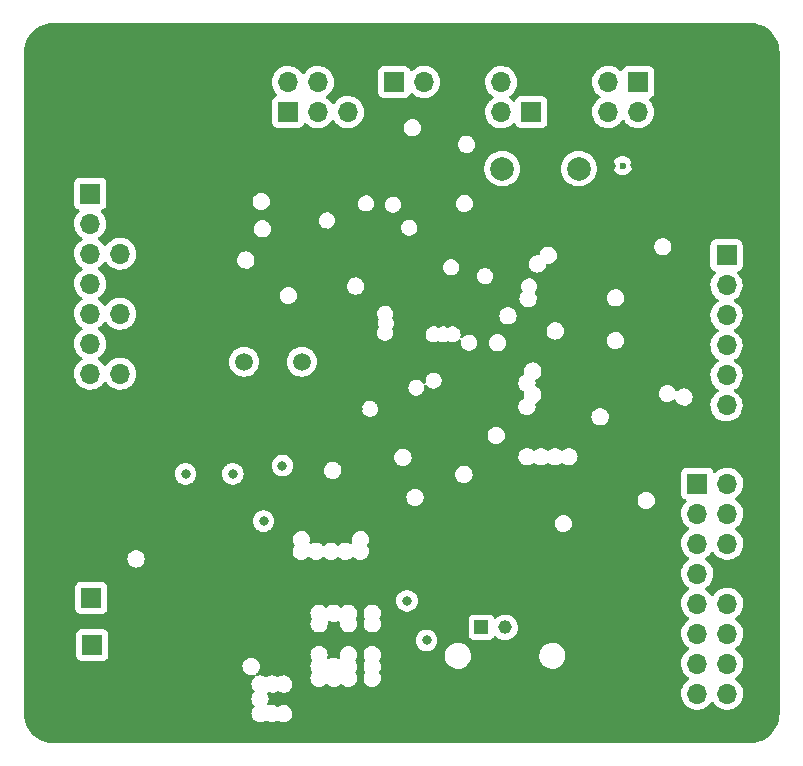
<source format=gbr>
%TF.GenerationSoftware,KiCad,Pcbnew,(6.0.1)*%
%TF.CreationDate,2022-01-20T11:15:22+01:00*%
%TF.ProjectId,LogicBoard_Avr,4c6f6769-6342-46f6-9172-645f4176722e,rev?*%
%TF.SameCoordinates,Original*%
%TF.FileFunction,Copper,L2,Inr*%
%TF.FilePolarity,Positive*%
%FSLAX46Y46*%
G04 Gerber Fmt 4.6, Leading zero omitted, Abs format (unit mm)*
G04 Created by KiCad (PCBNEW (6.0.1)) date 2022-01-20 11:15:22*
%MOMM*%
%LPD*%
G01*
G04 APERTURE LIST*
%TA.AperFunction,ComponentPad*%
%ADD10R,1.150000X1.150000*%
%TD*%
%TA.AperFunction,ComponentPad*%
%ADD11C,1.150000*%
%TD*%
%TA.AperFunction,ComponentPad*%
%ADD12R,1.700000X1.700000*%
%TD*%
%TA.AperFunction,ComponentPad*%
%ADD13O,1.700000X1.700000*%
%TD*%
%TA.AperFunction,ComponentPad*%
%ADD14C,5.000000*%
%TD*%
%TA.AperFunction,ComponentPad*%
%ADD15C,0.800000*%
%TD*%
%TA.AperFunction,ComponentPad*%
%ADD16C,2.000000*%
%TD*%
%TA.AperFunction,ComponentPad*%
%ADD17C,1.500000*%
%TD*%
%TA.AperFunction,ViaPad*%
%ADD18C,0.800000*%
%TD*%
%TA.AperFunction,ViaPad*%
%ADD19C,0.600000*%
%TD*%
G04 APERTURE END LIST*
D10*
%TO.N,/5V_PSU*%
%TO.C,J10*%
X155250000Y-117700000D03*
D11*
%TO.N,/PSU_Enabled*%
X157250001Y-117700000D03*
%TO.N,GND*%
X159250000Y-117700000D03*
%TD*%
D12*
%TO.N,/+TriggeredStatusLed*%
%TO.C,J11*%
X122300000Y-119200000D03*
D13*
%TO.N,GND*%
X124840000Y-119200000D03*
%TD*%
D12*
%TO.N,/TXD_UART*%
%TO.C,J2*%
X147860000Y-71525000D03*
D13*
%TO.N,/RXD_UART*%
X150400000Y-71525000D03*
%TO.N,GND*%
X152940000Y-71525000D03*
%TD*%
D12*
%TO.N,/MISO0(Prog)*%
%TO.C,J6*%
X138875000Y-74075000D03*
D13*
%TO.N,/VCC*%
X138875000Y-71535000D03*
%TO.N,/SCK0(Prog)*%
X141415000Y-74075000D03*
%TO.N,/OC2A_PWM*%
X141415000Y-71535000D03*
%TO.N,/RESET*%
X143955000Y-74075000D03*
%TO.N,GND*%
X143955000Y-71535000D03*
%TD*%
D12*
%TO.N,/PowerRegulation/+PowerStatusLed*%
%TO.C,J12*%
X122225000Y-115200000D03*
D13*
%TO.N,GND*%
X124765000Y-115200000D03*
%TD*%
D14*
%TO.N,GND*%
%TO.C,H2*%
X174500000Y-72500000D03*
D15*
X176375000Y-72500000D03*
X172625000Y-72500000D03*
X174500000Y-70625000D03*
X173174175Y-73825825D03*
X173174175Y-71174175D03*
X175825825Y-71174175D03*
X174500000Y-74375000D03*
X175825825Y-73825825D03*
%TD*%
D16*
%TO.N,/ResetSwitchSide*%
%TO.C,SW1*%
X163500000Y-78850000D03*
X157000000Y-78850000D03*
%TO.N,GND*%
X163500000Y-83350000D03*
X157000000Y-83350000D03*
%TD*%
D15*
%TO.N,GND*%
%TO.C,H4*%
X124700825Y-125825825D03*
X121500000Y-124500000D03*
X124700825Y-123174175D03*
X122049175Y-125825825D03*
X123375000Y-122625000D03*
X125250000Y-124500000D03*
X123375000Y-126375000D03*
D14*
X123375000Y-124500000D03*
D15*
X122049175Y-123174175D03*
%TD*%
D14*
%TO.N,GND*%
%TO.C,H3*%
X166500000Y-124500000D03*
D15*
X166500000Y-122625000D03*
X168375000Y-124500000D03*
X167825825Y-123174175D03*
X166500000Y-126375000D03*
X167825825Y-125825825D03*
X165174175Y-123174175D03*
X165174175Y-125825825D03*
X164625000Y-124500000D03*
%TD*%
%TO.N,GND*%
%TO.C,H1*%
X121924175Y-73825825D03*
X125125000Y-72500000D03*
X123250000Y-70625000D03*
X121375000Y-72500000D03*
X124575825Y-73825825D03*
X121924175Y-71174175D03*
D14*
X123250000Y-72500000D03*
D15*
X123250000Y-74375000D03*
X124575825Y-71174175D03*
%TD*%
D12*
%TO.N,/SDA_I2C*%
%TO.C,J1*%
X159467500Y-74075000D03*
D13*
%TO.N,/SCL_I2C*%
X156927500Y-74075000D03*
%TO.N,GND*%
X159467500Y-71535000D03*
%TO.N,/VCC*%
X156927500Y-71535000D03*
%TD*%
D12*
%TO.N,/Ampmeter(In)*%
%TO.C,J4*%
X176000000Y-86200000D03*
D13*
%TO.N,/PowerBoardLink/OC1A_PWM_OUT*%
X176000000Y-88740000D03*
%TO.N,/PowerBoardLink/HBridgeALO*%
X176000000Y-91280000D03*
%TO.N,/PowerBoardLink/HBridgeBHO*%
X176000000Y-93820000D03*
%TO.N,/PowerBoardLink/HBridgeBLO*%
X176000000Y-96360000D03*
%TO.N,/CoolingFan(Out)*%
X176000000Y-98900000D03*
%TO.N,GND*%
X176000000Y-101440000D03*
%TD*%
D12*
%TO.N,/OptTProbe(In)*%
%TO.C,J9*%
X173525000Y-105525000D03*
D13*
%TO.N,/Triggered(Out)*%
X176065000Y-105525000D03*
%TO.N,/PumpDrive(Out)*%
X173525000Y-108065000D03*
%TO.N,/CoolingFan(Out)*%
X176065000Y-108065000D03*
%TO.N,/RESET*%
X173525000Y-110605000D03*
%TO.N,/VCC*%
X176065000Y-110605000D03*
%TO.N,/3.3V*%
X173525000Y-113145000D03*
%TO.N,GND*%
X176065000Y-113145000D03*
%TO.N,/GPIO1*%
X173525000Y-115685000D03*
%TO.N,/RotEncB(In)*%
X176065000Y-115685000D03*
%TO.N,/RotEncA(In)*%
X173525000Y-118225000D03*
%TO.N,/InvertedTrigger(In)*%
X176065000Y-118225000D03*
%TO.N,/IntensityPot(In)*%
X173525000Y-120765000D03*
%TO.N,/Polarity(In)*%
X176065000Y-120765000D03*
%TO.N,/3.3V*%
X173525000Y-123305000D03*
%TO.N,/VCC*%
X176065000Y-123305000D03*
%TD*%
D12*
%TO.N,/Polarity(In)*%
%TO.C,J3*%
X122125000Y-80975000D03*
D13*
%TO.N,GND*%
X124665000Y-80975000D03*
%TO.N,/InvertedTrigger(In)*%
X122125000Y-83515000D03*
%TO.N,GND*%
X124665000Y-83515000D03*
%TO.N,/MechanicalUserInterface/ExternalTriggerIsolated*%
X122125000Y-86055000D03*
%TO.N,GND1*%
X124665000Y-86055000D03*
%TO.N,/PSU_Enabled*%
X122125000Y-88595000D03*
%TO.N,GND*%
X124665000Y-88595000D03*
%TO.N,/VCC*%
X122125000Y-91135000D03*
%TO.N,/RotEncB(In)*%
X124665000Y-91135000D03*
%TO.N,/RotEncA(In)*%
X122125000Y-93675000D03*
%TO.N,GND*%
X124665000Y-93675000D03*
%TO.N,/IntensityPot(In)*%
X122125000Y-96215000D03*
%TO.N,/VCC*%
X124665000Y-96215000D03*
%TD*%
D12*
%TO.N,/MOSI1(ADC7)*%
%TO.C,J5*%
X168525000Y-71525000D03*
D13*
%TO.N,/IntensityPot(In)*%
X168525000Y-74065000D03*
%TO.N,/MISO1(ADC0)*%
X165985000Y-71525000D03*
%TO.N,/SCK1(ADC1)*%
X165985000Y-74065000D03*
%TO.N,GND*%
X163445000Y-71525000D03*
X163445000Y-74065000D03*
%TD*%
D17*
%TO.N,/XTAL1*%
%TO.C,Y1*%
X135150000Y-95200000D03*
%TO.N,/XTAL2*%
X140050000Y-95200000D03*
%TD*%
D18*
%TO.N,GND*%
X133500000Y-123750000D03*
X135600000Y-90300000D03*
X169350000Y-101900000D03*
X155500000Y-109000000D03*
X168200000Y-83300000D03*
X140000000Y-120000000D03*
X146500000Y-111250000D03*
X162300000Y-116000000D03*
X143000000Y-78500000D03*
X127750000Y-117250000D03*
X161200000Y-95900000D03*
X125100000Y-103300000D03*
X147750000Y-111250000D03*
X126233334Y-77400000D03*
X126900000Y-85700000D03*
X130000000Y-121000000D03*
X147762500Y-104400000D03*
X171000000Y-87200000D03*
X137600000Y-93700000D03*
X164250000Y-118000000D03*
X164500000Y-96000000D03*
X168290875Y-78567305D03*
X127750000Y-123000000D03*
X131500000Y-102100000D03*
X166300000Y-97700000D03*
X128800000Y-85200000D03*
X144800000Y-99200000D03*
X144875500Y-94250000D03*
X134100000Y-89900000D03*
X127750000Y-121000000D03*
X145000000Y-102400000D03*
X132000000Y-86600000D03*
X159560000Y-119600000D03*
X163500000Y-90750000D03*
X134833334Y-77400000D03*
X132000000Y-89900000D03*
X168700000Y-87200000D03*
X152250000Y-110500000D03*
X161300000Y-76800000D03*
X138250000Y-120000000D03*
X166700000Y-115500000D03*
X132000000Y-88000000D03*
X160300000Y-83400000D03*
X141900000Y-85800000D03*
X150250000Y-111250000D03*
X136900000Y-85100000D03*
X134100000Y-88000000D03*
X132250000Y-117250000D03*
X154800000Y-112900000D03*
X166200000Y-78600000D03*
X127750000Y-113500000D03*
X163400000Y-112200000D03*
X167800000Y-104500000D03*
X168000000Y-109600000D03*
X128300000Y-99900000D03*
X154000000Y-74000000D03*
X139200000Y-99600000D03*
X144500000Y-80250000D03*
X157140000Y-119600000D03*
X133300000Y-83200000D03*
X164400000Y-101900000D03*
X130000000Y-113500000D03*
X132250000Y-123000000D03*
X166200000Y-83300000D03*
X149000000Y-111250000D03*
X130000000Y-123000000D03*
X127750000Y-115400000D03*
X133300000Y-84700000D03*
X165900000Y-108900000D03*
X132250000Y-110500000D03*
X141500000Y-77000000D03*
X157450000Y-102450000D03*
X144000000Y-90425980D03*
X173600000Y-93000000D03*
X132250000Y-115400000D03*
X142500000Y-90425980D03*
X133100000Y-93300000D03*
X164700000Y-88300000D03*
X134100000Y-86582489D03*
X131966666Y-77400000D03*
X173600000Y-94400000D03*
X138900000Y-93700000D03*
X159950000Y-109950000D03*
X130000000Y-110500000D03*
X130000000Y-119250000D03*
X154300000Y-102600000D03*
X166700000Y-99600000D03*
X157140000Y-121800000D03*
X134500000Y-121000000D03*
X128300000Y-103300000D03*
X171550000Y-111750000D03*
X131500000Y-93300000D03*
X145000000Y-76250000D03*
X171350000Y-109550000D03*
X151000000Y-79250000D03*
X134500000Y-119250000D03*
X132250000Y-119250000D03*
X141400000Y-81800000D03*
X152250000Y-109500000D03*
X169200000Y-119600000D03*
X125100000Y-99900000D03*
X136700000Y-97200000D03*
X163300000Y-97100000D03*
X129200000Y-93900000D03*
X132250000Y-121000000D03*
X160950000Y-114450000D03*
X151250000Y-109500000D03*
X170800000Y-99600000D03*
X133298076Y-81615989D03*
X129100000Y-77400000D03*
X127800000Y-88700000D03*
X157900000Y-89549000D03*
X150600000Y-121000000D03*
X151000000Y-74000000D03*
X158600000Y-101600000D03*
X151500000Y-112900000D03*
X132250000Y-113500000D03*
X151250000Y-110500000D03*
X130000000Y-88000000D03*
X125100000Y-101600000D03*
X172710749Y-89410749D03*
X130000000Y-117250000D03*
X134300000Y-102100000D03*
X168150000Y-111850000D03*
X146500000Y-110250000D03*
X134500000Y-117250000D03*
X127750000Y-119250000D03*
X156800000Y-110000000D03*
X127750000Y-110500000D03*
X139200000Y-97200000D03*
X130000000Y-89900000D03*
X153500000Y-79400000D03*
X154720000Y-119600000D03*
X130000000Y-115400000D03*
X134200000Y-97200000D03*
X164500000Y-92500000D03*
X163400000Y-93700000D03*
X151000000Y-76750000D03*
X137100000Y-102100000D03*
X157600011Y-94450000D03*
X134200000Y-99700000D03*
%TO.N,/3.3V*%
X134200000Y-104700000D03*
X138400000Y-104000000D03*
X130200000Y-104700000D03*
%TO.N,/VCC*%
X150600000Y-118800000D03*
%TO.N,/PSU_Enabled*%
X136800000Y-108700000D03*
D19*
%TO.N,/MISO1(ADC0)*%
X167200000Y-78600000D03*
D18*
%TO.N,/5V_PSU*%
X148950000Y-115450000D03*
%TD*%
%TA.AperFunction,Conductor*%
%TO.N,GND*%
G36*
X177970057Y-66509500D02*
G01*
X177984858Y-66511805D01*
X177984861Y-66511805D01*
X177993730Y-66513186D01*
X178010899Y-66510941D01*
X178034839Y-66510108D01*
X178292770Y-66525710D01*
X178307874Y-66527544D01*
X178378648Y-66540514D01*
X178588879Y-66579040D01*
X178603641Y-66582678D01*
X178876408Y-66667675D01*
X178890627Y-66673069D01*
X179151140Y-66790316D01*
X179164609Y-66797385D01*
X179409095Y-66945182D01*
X179421617Y-66953825D01*
X179646507Y-67130016D01*
X179657895Y-67140106D01*
X179859894Y-67342105D01*
X179869984Y-67353493D01*
X180046175Y-67578383D01*
X180054818Y-67590905D01*
X180202615Y-67835391D01*
X180209686Y-67848864D01*
X180326930Y-68109370D01*
X180332326Y-68123596D01*
X180417321Y-68396353D01*
X180420962Y-68411127D01*
X180472456Y-68692126D01*
X180474290Y-68707230D01*
X180489455Y-68957929D01*
X180488198Y-68984639D01*
X180488195Y-68984859D01*
X180486814Y-68993730D01*
X180487978Y-69002632D01*
X180487978Y-69002635D01*
X180490936Y-69025251D01*
X180492000Y-69041589D01*
X180492000Y-124950672D01*
X180490500Y-124970057D01*
X180488521Y-124982770D01*
X180486814Y-124993730D01*
X180488454Y-125006270D01*
X180489059Y-125010897D01*
X180489892Y-125034839D01*
X180474290Y-125292770D01*
X180472456Y-125307874D01*
X180421258Y-125587260D01*
X180420962Y-125588873D01*
X180417322Y-125603641D01*
X180332326Y-125876404D01*
X180326930Y-125890630D01*
X180209686Y-126151136D01*
X180202615Y-126164609D01*
X180054818Y-126409095D01*
X180046175Y-126421617D01*
X179869984Y-126646507D01*
X179859894Y-126657895D01*
X179657895Y-126859894D01*
X179646507Y-126869984D01*
X179421617Y-127046175D01*
X179409095Y-127054818D01*
X179164609Y-127202615D01*
X179151140Y-127209684D01*
X178890630Y-127326930D01*
X178876408Y-127332325D01*
X178603641Y-127417322D01*
X178588879Y-127420960D01*
X178378648Y-127459486D01*
X178307874Y-127472456D01*
X178292770Y-127474290D01*
X178042071Y-127489455D01*
X178015361Y-127488198D01*
X178015141Y-127488195D01*
X178006270Y-127486814D01*
X177997368Y-127487978D01*
X177997365Y-127487978D01*
X177974749Y-127490936D01*
X177958411Y-127492000D01*
X119049328Y-127492000D01*
X119029943Y-127490500D01*
X119015142Y-127488195D01*
X119015139Y-127488195D01*
X119006270Y-127486814D01*
X118989101Y-127489059D01*
X118965161Y-127489892D01*
X118707230Y-127474290D01*
X118692126Y-127472456D01*
X118621352Y-127459486D01*
X118411121Y-127420960D01*
X118396359Y-127417322D01*
X118123592Y-127332325D01*
X118109370Y-127326930D01*
X117848860Y-127209684D01*
X117835391Y-127202615D01*
X117590905Y-127054818D01*
X117578383Y-127046175D01*
X117353493Y-126869984D01*
X117342105Y-126859894D01*
X117140106Y-126657895D01*
X117130016Y-126646507D01*
X116953825Y-126421617D01*
X116945182Y-126409095D01*
X116797385Y-126164609D01*
X116790314Y-126151136D01*
X116673070Y-125890630D01*
X116667674Y-125876404D01*
X116582678Y-125603641D01*
X116579038Y-125588873D01*
X116578743Y-125587260D01*
X116527544Y-125307874D01*
X116525710Y-125292770D01*
X116510545Y-125042071D01*
X116511802Y-125015361D01*
X116511805Y-125015141D01*
X116513186Y-125006270D01*
X116511945Y-124996776D01*
X116509064Y-124974749D01*
X116508000Y-124958411D01*
X116508000Y-120989764D01*
X135016961Y-120989764D01*
X135032910Y-121152422D01*
X135035134Y-121159107D01*
X135035134Y-121159108D01*
X135045997Y-121191763D01*
X135084499Y-121307505D01*
X135088148Y-121313530D01*
X135164829Y-121440144D01*
X135169165Y-121447304D01*
X135174056Y-121452369D01*
X135174057Y-121452370D01*
X135189178Y-121468028D01*
X135282698Y-121564871D01*
X135288590Y-121568726D01*
X135288594Y-121568730D01*
X135311844Y-121583944D01*
X135419457Y-121654364D01*
X135426057Y-121656818D01*
X135426056Y-121656818D01*
X135566048Y-121708880D01*
X135566051Y-121708881D01*
X135572645Y-121711333D01*
X135579622Y-121712264D01*
X135727666Y-121732018D01*
X135727670Y-121732018D01*
X135734647Y-121732949D01*
X135741658Y-121732311D01*
X135741662Y-121732311D01*
X135890391Y-121718775D01*
X135897412Y-121718136D01*
X135926281Y-121708756D01*
X135997248Y-121706730D01*
X136058046Y-121743393D01*
X136089370Y-121807106D01*
X136081276Y-121877640D01*
X136047758Y-121921389D01*
X136048652Y-121922301D01*
X135969309Y-122000000D01*
X135931880Y-122036653D01*
X135843345Y-122174034D01*
X135840936Y-122180654D01*
X135840935Y-122180655D01*
X135815396Y-122250824D01*
X135787446Y-122327615D01*
X135766961Y-122489764D01*
X135782910Y-122652422D01*
X135785134Y-122659107D01*
X135785134Y-122659108D01*
X135804770Y-122718136D01*
X135834499Y-122807505D01*
X135919165Y-122947304D01*
X135924056Y-122952369D01*
X135924057Y-122952370D01*
X136006855Y-123038110D01*
X136039787Y-123101007D01*
X136033487Y-123171723D01*
X136004376Y-123215659D01*
X135931880Y-123286653D01*
X135843345Y-123424034D01*
X135840936Y-123430654D01*
X135840935Y-123430655D01*
X135819500Y-123489547D01*
X135787446Y-123577615D01*
X135766961Y-123739764D01*
X135782910Y-123902422D01*
X135785134Y-123909107D01*
X135785134Y-123909108D01*
X135799610Y-123952625D01*
X135834499Y-124057505D01*
X135838148Y-124063530D01*
X135911285Y-124184292D01*
X135919165Y-124197304D01*
X135924056Y-124202369D01*
X135924057Y-124202370D01*
X136006855Y-124288110D01*
X136039787Y-124351007D01*
X136033487Y-124421723D01*
X136004376Y-124465659D01*
X135931880Y-124536653D01*
X135843345Y-124674034D01*
X135840936Y-124680654D01*
X135840935Y-124680655D01*
X135815395Y-124750825D01*
X135787446Y-124827615D01*
X135766961Y-124989764D01*
X135782910Y-125152422D01*
X135785134Y-125159107D01*
X135785134Y-125159108D01*
X135808705Y-125229964D01*
X135834499Y-125307505D01*
X135919165Y-125447304D01*
X136032698Y-125564871D01*
X136038590Y-125568726D01*
X136038594Y-125568730D01*
X136122553Y-125623671D01*
X136169457Y-125654364D01*
X136205132Y-125667631D01*
X136316048Y-125708880D01*
X136316051Y-125708881D01*
X136322645Y-125711333D01*
X136329622Y-125712264D01*
X136477666Y-125732018D01*
X136477670Y-125732018D01*
X136484647Y-125732949D01*
X136491658Y-125732311D01*
X136491662Y-125732311D01*
X136640391Y-125718775D01*
X136647412Y-125718136D01*
X136654114Y-125715958D01*
X136654116Y-125715958D01*
X136796152Y-125669808D01*
X136796155Y-125669807D01*
X136802851Y-125667631D01*
X136825107Y-125654364D01*
X136937676Y-125587260D01*
X137006431Y-125569560D01*
X137071186Y-125590057D01*
X137169457Y-125654364D01*
X137205132Y-125667631D01*
X137316048Y-125708880D01*
X137316051Y-125708881D01*
X137322645Y-125711333D01*
X137329622Y-125712264D01*
X137477666Y-125732018D01*
X137477670Y-125732018D01*
X137484647Y-125732949D01*
X137491658Y-125732311D01*
X137491662Y-125732311D01*
X137640391Y-125718775D01*
X137647412Y-125718136D01*
X137654114Y-125715958D01*
X137654116Y-125715958D01*
X137796152Y-125669808D01*
X137796155Y-125669807D01*
X137802851Y-125667631D01*
X137825107Y-125654364D01*
X137937676Y-125587260D01*
X138006431Y-125569560D01*
X138071186Y-125590057D01*
X138169457Y-125654364D01*
X138205132Y-125667631D01*
X138316048Y-125708880D01*
X138316051Y-125708881D01*
X138322645Y-125711333D01*
X138329622Y-125712264D01*
X138477666Y-125732018D01*
X138477670Y-125732018D01*
X138484647Y-125732949D01*
X138491658Y-125732311D01*
X138491662Y-125732311D01*
X138640391Y-125718775D01*
X138647412Y-125718136D01*
X138654114Y-125715958D01*
X138654116Y-125715958D01*
X138796152Y-125669808D01*
X138796155Y-125669807D01*
X138802851Y-125667631D01*
X138910186Y-125603647D01*
X138937186Y-125587552D01*
X138937188Y-125587551D01*
X138943238Y-125583944D01*
X139061595Y-125471234D01*
X139152040Y-125335103D01*
X139168121Y-125292770D01*
X139207578Y-125188900D01*
X139207579Y-125188895D01*
X139210078Y-125182317D01*
X139213340Y-125159108D01*
X139232273Y-125024393D01*
X139232273Y-125024388D01*
X139232824Y-125020470D01*
X139232965Y-125010361D01*
X139233055Y-125003962D01*
X139233055Y-125003956D01*
X139233110Y-125000000D01*
X139214892Y-124837581D01*
X139161142Y-124683234D01*
X139074534Y-124544630D01*
X139069572Y-124539633D01*
X138964333Y-124433657D01*
X138964329Y-124433654D01*
X138959370Y-124428660D01*
X138952409Y-124424242D01*
X138874598Y-124374862D01*
X138821374Y-124341085D01*
X138747756Y-124314871D01*
X138674041Y-124288622D01*
X138674036Y-124288621D01*
X138667406Y-124286260D01*
X138660418Y-124285427D01*
X138660415Y-124285426D01*
X138549476Y-124272197D01*
X138505118Y-124266908D01*
X138498115Y-124267644D01*
X138498114Y-124267644D01*
X138349575Y-124283256D01*
X138349573Y-124283257D01*
X138342575Y-124283992D01*
X138267093Y-124309688D01*
X138194527Y-124334391D01*
X138194524Y-124334392D01*
X138187857Y-124336662D01*
X138181858Y-124340352D01*
X138181857Y-124340353D01*
X138065288Y-124412066D01*
X137996786Y-124430724D01*
X137931752Y-124411133D01*
X137874598Y-124374862D01*
X137821374Y-124341085D01*
X137747756Y-124314871D01*
X137674041Y-124288622D01*
X137674036Y-124288621D01*
X137667406Y-124286260D01*
X137660418Y-124285427D01*
X137660415Y-124285426D01*
X137549476Y-124272197D01*
X137505118Y-124266908D01*
X137498115Y-124267644D01*
X137498114Y-124267644D01*
X137349575Y-124283256D01*
X137349573Y-124283257D01*
X137342575Y-124283992D01*
X137275958Y-124306670D01*
X137205027Y-124309688D01*
X137143723Y-124273878D01*
X137111512Y-124210609D01*
X137118619Y-124139969D01*
X137130406Y-124117665D01*
X137148139Y-124090974D01*
X137152040Y-124085103D01*
X137181318Y-124008028D01*
X137207578Y-123938900D01*
X137207579Y-123938895D01*
X137210078Y-123932317D01*
X137213340Y-123909108D01*
X137232273Y-123774393D01*
X137232273Y-123774388D01*
X137232824Y-123770470D01*
X137233110Y-123750000D01*
X137224087Y-123669560D01*
X137215677Y-123594577D01*
X137215676Y-123594575D01*
X137214892Y-123587581D01*
X137161142Y-123433234D01*
X137127748Y-123379791D01*
X137108613Y-123311421D01*
X137120828Y-123271695D01*
X172162251Y-123271695D01*
X172162548Y-123276848D01*
X172162548Y-123276851D01*
X172170693Y-123418113D01*
X172175110Y-123494715D01*
X172176247Y-123499761D01*
X172176248Y-123499767D01*
X172196119Y-123587939D01*
X172224222Y-123712639D01*
X172308266Y-123919616D01*
X172359019Y-124002438D01*
X172422291Y-124105688D01*
X172424987Y-124110088D01*
X172571250Y-124278938D01*
X172743126Y-124421632D01*
X172936000Y-124534338D01*
X173144692Y-124614030D01*
X173149760Y-124615061D01*
X173149763Y-124615062D01*
X173257017Y-124636883D01*
X173363597Y-124658567D01*
X173368772Y-124658757D01*
X173368774Y-124658757D01*
X173581673Y-124666564D01*
X173581677Y-124666564D01*
X173586837Y-124666753D01*
X173591957Y-124666097D01*
X173591959Y-124666097D01*
X173803288Y-124639025D01*
X173803289Y-124639025D01*
X173808416Y-124638368D01*
X173813366Y-124636883D01*
X174017429Y-124575661D01*
X174017434Y-124575659D01*
X174022384Y-124574174D01*
X174222994Y-124475896D01*
X174404860Y-124346173D01*
X174410701Y-124340353D01*
X174530236Y-124221234D01*
X174563096Y-124188489D01*
X174622594Y-124105689D01*
X174693453Y-124007077D01*
X174694776Y-124008028D01*
X174741645Y-123964857D01*
X174811580Y-123952625D01*
X174877026Y-123980144D01*
X174904875Y-124011994D01*
X174964987Y-124110088D01*
X175111250Y-124278938D01*
X175283126Y-124421632D01*
X175476000Y-124534338D01*
X175684692Y-124614030D01*
X175689760Y-124615061D01*
X175689763Y-124615062D01*
X175797017Y-124636883D01*
X175903597Y-124658567D01*
X175908772Y-124658757D01*
X175908774Y-124658757D01*
X176121673Y-124666564D01*
X176121677Y-124666564D01*
X176126837Y-124666753D01*
X176131957Y-124666097D01*
X176131959Y-124666097D01*
X176343288Y-124639025D01*
X176343289Y-124639025D01*
X176348416Y-124638368D01*
X176353366Y-124636883D01*
X176557429Y-124575661D01*
X176557434Y-124575659D01*
X176562384Y-124574174D01*
X176762994Y-124475896D01*
X176944860Y-124346173D01*
X176950701Y-124340353D01*
X177070236Y-124221234D01*
X177103096Y-124188489D01*
X177162594Y-124105689D01*
X177230435Y-124011277D01*
X177233453Y-124007077D01*
X177254320Y-123964857D01*
X177330136Y-123811453D01*
X177330137Y-123811451D01*
X177332430Y-123806811D01*
X177397370Y-123593069D01*
X177426529Y-123371590D01*
X177428156Y-123305000D01*
X177409852Y-123082361D01*
X177355431Y-122865702D01*
X177266354Y-122660840D01*
X177200990Y-122559803D01*
X177147822Y-122477617D01*
X177147820Y-122477614D01*
X177145014Y-122473277D01*
X176994670Y-122308051D01*
X176990619Y-122304852D01*
X176990615Y-122304848D01*
X176823414Y-122172800D01*
X176823410Y-122172798D01*
X176819359Y-122169598D01*
X176778053Y-122146796D01*
X176728084Y-122096364D01*
X176713312Y-122026921D01*
X176738428Y-121960516D01*
X176765780Y-121933909D01*
X176809603Y-121902650D01*
X176944860Y-121806173D01*
X176962473Y-121788622D01*
X177074224Y-121677260D01*
X177103096Y-121648489D01*
X177162594Y-121565689D01*
X177230435Y-121471277D01*
X177233453Y-121467077D01*
X177243226Y-121447304D01*
X177330136Y-121271453D01*
X177330137Y-121271451D01*
X177332430Y-121266811D01*
X177397370Y-121053069D01*
X177426529Y-120831590D01*
X177428156Y-120765000D01*
X177409852Y-120542361D01*
X177355431Y-120325702D01*
X177266354Y-120120840D01*
X177188179Y-120000000D01*
X177147822Y-119937617D01*
X177147820Y-119937614D01*
X177145014Y-119933277D01*
X176994670Y-119768051D01*
X176990619Y-119764852D01*
X176990615Y-119764848D01*
X176823414Y-119632800D01*
X176823410Y-119632798D01*
X176819359Y-119629598D01*
X176778053Y-119606796D01*
X176728084Y-119556364D01*
X176713312Y-119486921D01*
X176738428Y-119420516D01*
X176765780Y-119393909D01*
X176809603Y-119362650D01*
X176944860Y-119266173D01*
X177103096Y-119108489D01*
X177131590Y-119068836D01*
X177230435Y-118931277D01*
X177233453Y-118927077D01*
X177254320Y-118884857D01*
X177330136Y-118731453D01*
X177330137Y-118731451D01*
X177332430Y-118726811D01*
X177397370Y-118513069D01*
X177426529Y-118291590D01*
X177426796Y-118280659D01*
X177428074Y-118228365D01*
X177428074Y-118228361D01*
X177428156Y-118225000D01*
X177409852Y-118002361D01*
X177355431Y-117785702D01*
X177266354Y-117580840D01*
X177162606Y-117420470D01*
X177147822Y-117397617D01*
X177147820Y-117397614D01*
X177145014Y-117393277D01*
X176994670Y-117228051D01*
X176990619Y-117224852D01*
X176990615Y-117224848D01*
X176823414Y-117092800D01*
X176823410Y-117092798D01*
X176819359Y-117089598D01*
X176778053Y-117066796D01*
X176728084Y-117016364D01*
X176713312Y-116946921D01*
X176738428Y-116880516D01*
X176765780Y-116853909D01*
X176830836Y-116807505D01*
X176944860Y-116726173D01*
X176982264Y-116688900D01*
X177053593Y-116617819D01*
X177103096Y-116568489D01*
X177162594Y-116485689D01*
X177230435Y-116391277D01*
X177233453Y-116387077D01*
X177254320Y-116344857D01*
X177330136Y-116191453D01*
X177330137Y-116191451D01*
X177332430Y-116186811D01*
X177387263Y-116006336D01*
X177395865Y-115978023D01*
X177395865Y-115978021D01*
X177397370Y-115973069D01*
X177426529Y-115751590D01*
X177428156Y-115685000D01*
X177409852Y-115462361D01*
X177355431Y-115245702D01*
X177266354Y-115040840D01*
X177145014Y-114853277D01*
X176994670Y-114688051D01*
X176990619Y-114684852D01*
X176990615Y-114684848D01*
X176823414Y-114552800D01*
X176823410Y-114552798D01*
X176819359Y-114549598D01*
X176804690Y-114541500D01*
X176686695Y-114476364D01*
X176623789Y-114441638D01*
X176618920Y-114439914D01*
X176618916Y-114439912D01*
X176418087Y-114368795D01*
X176418083Y-114368794D01*
X176413212Y-114367069D01*
X176408119Y-114366162D01*
X176408116Y-114366161D01*
X176198373Y-114328800D01*
X176198367Y-114328799D01*
X176193284Y-114327894D01*
X176119452Y-114326992D01*
X175975081Y-114325228D01*
X175975079Y-114325228D01*
X175969911Y-114325165D01*
X175749091Y-114358955D01*
X175536756Y-114428357D01*
X175338607Y-114531507D01*
X175334474Y-114534610D01*
X175334471Y-114534612D01*
X175172535Y-114656197D01*
X175159965Y-114665635D01*
X175005629Y-114827138D01*
X174898201Y-114984621D01*
X174843293Y-115029621D01*
X174772768Y-115037792D01*
X174709021Y-115006538D01*
X174688324Y-114982054D01*
X174607822Y-114857617D01*
X174607820Y-114857614D01*
X174605014Y-114853277D01*
X174454670Y-114688051D01*
X174450619Y-114684852D01*
X174450615Y-114684848D01*
X174283414Y-114552800D01*
X174283410Y-114552798D01*
X174279359Y-114549598D01*
X174238053Y-114526796D01*
X174188084Y-114476364D01*
X174173312Y-114406921D01*
X174198428Y-114340516D01*
X174225780Y-114313909D01*
X174269603Y-114282650D01*
X174404860Y-114186173D01*
X174563096Y-114028489D01*
X174622594Y-113945689D01*
X174690435Y-113851277D01*
X174693453Y-113847077D01*
X174696210Y-113841500D01*
X174790136Y-113651453D01*
X174790137Y-113651451D01*
X174792430Y-113646811D01*
X174857370Y-113433069D01*
X174886529Y-113211590D01*
X174888156Y-113145000D01*
X174869852Y-112922361D01*
X174815431Y-112705702D01*
X174726354Y-112500840D01*
X174638710Y-112365363D01*
X174607822Y-112317617D01*
X174607820Y-112317614D01*
X174605014Y-112313277D01*
X174454670Y-112148051D01*
X174450619Y-112144852D01*
X174450615Y-112144848D01*
X174283414Y-112012800D01*
X174283410Y-112012798D01*
X174279359Y-112009598D01*
X174238053Y-111986796D01*
X174188084Y-111936364D01*
X174173312Y-111866921D01*
X174198428Y-111800516D01*
X174225780Y-111773909D01*
X174290682Y-111727615D01*
X174404860Y-111646173D01*
X174563096Y-111488489D01*
X174590321Y-111450602D01*
X174693453Y-111307077D01*
X174694776Y-111308028D01*
X174741645Y-111264857D01*
X174811580Y-111252625D01*
X174877026Y-111280144D01*
X174904875Y-111311994D01*
X174964987Y-111410088D01*
X175111250Y-111578938D01*
X175283126Y-111721632D01*
X175476000Y-111834338D01*
X175480825Y-111836180D01*
X175480826Y-111836181D01*
X175553612Y-111863975D01*
X175684692Y-111914030D01*
X175689760Y-111915061D01*
X175689763Y-111915062D01*
X175735627Y-111924393D01*
X175903597Y-111958567D01*
X175908772Y-111958757D01*
X175908774Y-111958757D01*
X176121673Y-111966564D01*
X176121677Y-111966564D01*
X176126837Y-111966753D01*
X176131957Y-111966097D01*
X176131959Y-111966097D01*
X176343288Y-111939025D01*
X176343289Y-111939025D01*
X176348416Y-111938368D01*
X176408073Y-111920470D01*
X176557429Y-111875661D01*
X176557434Y-111875659D01*
X176562384Y-111874174D01*
X176762994Y-111775896D01*
X176944860Y-111646173D01*
X177103096Y-111488489D01*
X177130321Y-111450602D01*
X177230435Y-111311277D01*
X177233453Y-111307077D01*
X177249607Y-111274393D01*
X177330136Y-111111453D01*
X177330137Y-111111451D01*
X177332430Y-111106811D01*
X177385167Y-110933234D01*
X177395865Y-110898023D01*
X177395865Y-110898021D01*
X177397370Y-110893069D01*
X177426529Y-110671590D01*
X177427307Y-110639757D01*
X177428074Y-110608365D01*
X177428074Y-110608361D01*
X177428156Y-110605000D01*
X177409852Y-110382361D01*
X177355431Y-110165702D01*
X177266354Y-109960840D01*
X177226906Y-109899862D01*
X177147822Y-109777617D01*
X177147820Y-109777614D01*
X177145014Y-109773277D01*
X176994670Y-109608051D01*
X176990619Y-109604852D01*
X176990615Y-109604848D01*
X176823414Y-109472800D01*
X176823410Y-109472798D01*
X176819359Y-109469598D01*
X176778053Y-109446796D01*
X176728084Y-109396364D01*
X176713312Y-109326921D01*
X176738428Y-109260516D01*
X176765780Y-109233909D01*
X176812170Y-109200819D01*
X176944860Y-109106173D01*
X176962194Y-109088900D01*
X177099435Y-108952137D01*
X177103096Y-108948489D01*
X177140769Y-108896062D01*
X177230435Y-108771277D01*
X177233453Y-108767077D01*
X177251318Y-108730931D01*
X177330136Y-108571453D01*
X177330137Y-108571451D01*
X177332430Y-108566811D01*
X177397370Y-108353069D01*
X177426529Y-108131590D01*
X177428156Y-108065000D01*
X177409852Y-107842361D01*
X177355431Y-107625702D01*
X177266354Y-107420840D01*
X177163276Y-107261506D01*
X177147822Y-107237617D01*
X177147820Y-107237614D01*
X177145014Y-107233277D01*
X176994670Y-107068051D01*
X176990619Y-107064852D01*
X176990615Y-107064848D01*
X176823414Y-106932800D01*
X176823410Y-106932798D01*
X176819359Y-106929598D01*
X176778053Y-106906796D01*
X176728084Y-106856364D01*
X176713312Y-106786921D01*
X176738428Y-106720516D01*
X176765780Y-106693909D01*
X176809603Y-106662650D01*
X176944860Y-106566173D01*
X176980226Y-106530931D01*
X177088616Y-106422918D01*
X177103096Y-106408489D01*
X177121244Y-106383234D01*
X177230435Y-106231277D01*
X177233453Y-106227077D01*
X177236502Y-106220909D01*
X177330136Y-106031453D01*
X177330137Y-106031451D01*
X177332430Y-106026811D01*
X177397370Y-105813069D01*
X177426529Y-105591590D01*
X177426611Y-105588240D01*
X177428074Y-105528365D01*
X177428074Y-105528361D01*
X177428156Y-105525000D01*
X177409852Y-105302361D01*
X177355431Y-105085702D01*
X177266354Y-104880840D01*
X177208310Y-104791118D01*
X177147822Y-104697617D01*
X177147820Y-104697614D01*
X177145014Y-104693277D01*
X176994670Y-104528051D01*
X176990619Y-104524852D01*
X176990615Y-104524848D01*
X176823414Y-104392800D01*
X176823410Y-104392798D01*
X176819359Y-104389598D01*
X176623789Y-104281638D01*
X176618920Y-104279914D01*
X176618916Y-104279912D01*
X176418087Y-104208795D01*
X176418083Y-104208794D01*
X176413212Y-104207069D01*
X176408119Y-104206162D01*
X176408116Y-104206161D01*
X176198373Y-104168800D01*
X176198367Y-104168799D01*
X176193284Y-104167894D01*
X176119452Y-104166992D01*
X175975081Y-104165228D01*
X175975079Y-104165228D01*
X175969911Y-104165165D01*
X175749091Y-104198955D01*
X175536756Y-104268357D01*
X175338607Y-104371507D01*
X175334474Y-104374610D01*
X175334471Y-104374612D01*
X175164100Y-104502530D01*
X175159965Y-104505635D01*
X175087108Y-104581876D01*
X175079283Y-104590064D01*
X175017759Y-104625494D01*
X174946846Y-104622037D01*
X174889060Y-104580791D01*
X174870207Y-104547243D01*
X174828767Y-104436703D01*
X174825615Y-104428295D01*
X174738261Y-104311739D01*
X174621705Y-104224385D01*
X174485316Y-104173255D01*
X174423134Y-104166500D01*
X172626866Y-104166500D01*
X172564684Y-104173255D01*
X172428295Y-104224385D01*
X172311739Y-104311739D01*
X172224385Y-104428295D01*
X172173255Y-104564684D01*
X172166500Y-104626866D01*
X172166500Y-106423134D01*
X172173255Y-106485316D01*
X172224385Y-106621705D01*
X172311739Y-106738261D01*
X172428295Y-106825615D01*
X172436704Y-106828767D01*
X172436705Y-106828768D01*
X172545451Y-106869535D01*
X172602216Y-106912176D01*
X172626916Y-106978738D01*
X172611709Y-107048087D01*
X172592316Y-107074568D01*
X172517967Y-107152370D01*
X172465629Y-107207138D01*
X172462720Y-107211403D01*
X172462714Y-107211411D01*
X172410774Y-107287552D01*
X172339743Y-107391680D01*
X172324003Y-107425590D01*
X172270175Y-107541553D01*
X172245688Y-107594305D01*
X172185989Y-107809570D01*
X172162251Y-108031695D01*
X172162548Y-108036848D01*
X172162548Y-108036851D01*
X172170095Y-108167742D01*
X172175110Y-108254715D01*
X172176247Y-108259761D01*
X172176248Y-108259767D01*
X172193142Y-108334729D01*
X172224222Y-108472639D01*
X172308266Y-108679616D01*
X172348074Y-108744577D01*
X172422291Y-108865688D01*
X172424987Y-108870088D01*
X172571250Y-109038938D01*
X172743126Y-109181632D01*
X172775961Y-109200819D01*
X172816445Y-109224476D01*
X172865169Y-109276114D01*
X172878240Y-109345897D01*
X172851509Y-109411669D01*
X172811055Y-109445027D01*
X172798607Y-109451507D01*
X172794474Y-109454610D01*
X172794471Y-109454612D01*
X172624100Y-109582530D01*
X172619965Y-109585635D01*
X172465629Y-109747138D01*
X172339743Y-109931680D01*
X172324003Y-109965590D01*
X172272003Y-110077615D01*
X172245688Y-110134305D01*
X172185989Y-110349570D01*
X172162251Y-110571695D01*
X172162548Y-110576848D01*
X172162548Y-110576851D01*
X172167839Y-110668611D01*
X172175110Y-110794715D01*
X172176247Y-110799761D01*
X172176248Y-110799767D01*
X172180745Y-110819719D01*
X172224222Y-111012639D01*
X172308266Y-111219616D01*
X172359019Y-111302438D01*
X172422291Y-111405688D01*
X172424987Y-111410088D01*
X172571250Y-111578938D01*
X172743126Y-111721632D01*
X172782392Y-111744577D01*
X172816445Y-111764476D01*
X172865169Y-111816114D01*
X172878240Y-111885897D01*
X172851509Y-111951669D01*
X172811055Y-111985027D01*
X172798607Y-111991507D01*
X172794474Y-111994610D01*
X172794471Y-111994612D01*
X172624100Y-112122530D01*
X172619965Y-112125635D01*
X172616393Y-112129373D01*
X172521650Y-112228516D01*
X172465629Y-112287138D01*
X172462715Y-112291410D01*
X172462714Y-112291411D01*
X172408263Y-112371234D01*
X172339743Y-112471680D01*
X172324003Y-112505590D01*
X172274919Y-112611333D01*
X172245688Y-112674305D01*
X172185989Y-112889570D01*
X172162251Y-113111695D01*
X172162548Y-113116848D01*
X172162548Y-113116851D01*
X172168011Y-113211590D01*
X172175110Y-113334715D01*
X172176247Y-113339761D01*
X172176248Y-113339767D01*
X172196119Y-113427939D01*
X172224222Y-113552639D01*
X172308266Y-113759616D01*
X172424987Y-113950088D01*
X172571250Y-114118938D01*
X172743126Y-114261632D01*
X172806165Y-114298469D01*
X172816445Y-114304476D01*
X172865169Y-114356114D01*
X172878240Y-114425897D01*
X172851509Y-114491669D01*
X172811055Y-114525027D01*
X172798607Y-114531507D01*
X172794474Y-114534610D01*
X172794471Y-114534612D01*
X172632535Y-114656197D01*
X172619965Y-114665635D01*
X172465629Y-114827138D01*
X172339743Y-115011680D01*
X172245688Y-115214305D01*
X172185989Y-115429570D01*
X172162251Y-115651695D01*
X172162548Y-115656848D01*
X172162548Y-115656851D01*
X172172045Y-115821556D01*
X172175110Y-115874715D01*
X172176247Y-115879761D01*
X172176248Y-115879767D01*
X172185834Y-115922301D01*
X172224222Y-116092639D01*
X172308266Y-116299616D01*
X172359019Y-116382438D01*
X172422291Y-116485688D01*
X172424987Y-116490088D01*
X172571250Y-116658938D01*
X172743126Y-116801632D01*
X172809879Y-116840639D01*
X172816445Y-116844476D01*
X172865169Y-116896114D01*
X172878240Y-116965897D01*
X172851509Y-117031669D01*
X172811055Y-117065027D01*
X172798607Y-117071507D01*
X172794474Y-117074610D01*
X172794471Y-117074612D01*
X172667682Y-117169808D01*
X172619965Y-117205635D01*
X172616393Y-117209373D01*
X172525139Y-117304865D01*
X172465629Y-117367138D01*
X172462720Y-117371403D01*
X172462714Y-117371411D01*
X172447798Y-117393277D01*
X172339743Y-117551680D01*
X172325522Y-117582317D01*
X172272611Y-117696305D01*
X172245688Y-117754305D01*
X172185989Y-117969570D01*
X172162251Y-118191695D01*
X172162548Y-118196848D01*
X172162548Y-118196851D01*
X172174647Y-118406692D01*
X172175110Y-118414715D01*
X172176247Y-118419761D01*
X172176248Y-118419767D01*
X172197326Y-118513295D01*
X172224222Y-118632639D01*
X172308266Y-118839616D01*
X172359019Y-118922438D01*
X172422291Y-119025688D01*
X172424987Y-119030088D01*
X172571250Y-119198938D01*
X172743126Y-119341632D01*
X172748657Y-119344864D01*
X172816445Y-119384476D01*
X172865169Y-119436114D01*
X172878240Y-119505897D01*
X172851509Y-119571669D01*
X172811055Y-119605027D01*
X172798607Y-119611507D01*
X172794474Y-119614610D01*
X172794471Y-119614612D01*
X172630845Y-119737466D01*
X172619965Y-119745635D01*
X172465629Y-119907138D01*
X172462720Y-119911403D01*
X172462714Y-119911411D01*
X172414036Y-119982770D01*
X172339743Y-120091680D01*
X172308444Y-120159108D01*
X172248477Y-120288297D01*
X172245688Y-120294305D01*
X172185989Y-120509570D01*
X172162251Y-120731695D01*
X172162548Y-120736848D01*
X172162548Y-120736851D01*
X172172324Y-120906396D01*
X172175110Y-120954715D01*
X172176247Y-120959761D01*
X172176248Y-120959767D01*
X172186208Y-121003962D01*
X172224222Y-121172639D01*
X172308266Y-121379616D01*
X172346054Y-121441281D01*
X172422291Y-121565688D01*
X172424987Y-121570088D01*
X172571250Y-121738938D01*
X172743126Y-121881632D01*
X172793611Y-121911133D01*
X172816445Y-121924476D01*
X172865169Y-121976114D01*
X172878240Y-122045897D01*
X172851509Y-122111669D01*
X172811055Y-122145027D01*
X172798607Y-122151507D01*
X172794474Y-122154610D01*
X172794471Y-122154612D01*
X172748804Y-122188900D01*
X172619965Y-122285635D01*
X172465629Y-122447138D01*
X172462720Y-122451403D01*
X172462714Y-122451411D01*
X172434553Y-122492694D01*
X172339743Y-122631680D01*
X172302337Y-122712264D01*
X172261232Y-122800819D01*
X172245688Y-122834305D01*
X172185989Y-123049570D01*
X172162251Y-123271695D01*
X137120828Y-123271695D01*
X137129479Y-123243560D01*
X137183721Y-123197753D01*
X137254118Y-123188542D01*
X137278519Y-123194923D01*
X137322645Y-123211333D01*
X137329622Y-123212264D01*
X137477666Y-123232018D01*
X137477670Y-123232018D01*
X137484647Y-123232949D01*
X137491658Y-123232311D01*
X137491662Y-123232311D01*
X137640391Y-123218775D01*
X137647412Y-123218136D01*
X137654114Y-123215958D01*
X137654116Y-123215958D01*
X137796152Y-123169808D01*
X137796155Y-123169807D01*
X137802851Y-123167631D01*
X137825107Y-123154364D01*
X137937676Y-123087260D01*
X138006431Y-123069560D01*
X138071186Y-123090057D01*
X138169457Y-123154364D01*
X138205132Y-123167631D01*
X138316048Y-123208880D01*
X138316051Y-123208881D01*
X138322645Y-123211333D01*
X138329622Y-123212264D01*
X138477666Y-123232018D01*
X138477670Y-123232018D01*
X138484647Y-123232949D01*
X138491658Y-123232311D01*
X138491662Y-123232311D01*
X138640391Y-123218775D01*
X138647412Y-123218136D01*
X138654114Y-123215958D01*
X138654116Y-123215958D01*
X138796152Y-123169808D01*
X138796155Y-123169807D01*
X138802851Y-123167631D01*
X138831575Y-123150508D01*
X138937186Y-123087552D01*
X138937188Y-123087551D01*
X138943238Y-123083944D01*
X139061595Y-122971234D01*
X139152040Y-122835103D01*
X139191087Y-122732311D01*
X139207578Y-122688900D01*
X139207579Y-122688895D01*
X139210078Y-122682317D01*
X139212649Y-122664024D01*
X139232273Y-122524393D01*
X139232273Y-122524388D01*
X139232824Y-122520470D01*
X139233110Y-122500000D01*
X139214892Y-122337581D01*
X139161142Y-122183234D01*
X139074534Y-122044630D01*
X139069572Y-122039633D01*
X139020050Y-121989764D01*
X140766961Y-121989764D01*
X140782910Y-122152422D01*
X140785134Y-122159107D01*
X140785134Y-122159108D01*
X140795373Y-122189888D01*
X140834499Y-122307505D01*
X140919165Y-122447304D01*
X140924056Y-122452369D01*
X140924057Y-122452370D01*
X140966250Y-122496062D01*
X141032698Y-122564871D01*
X141038590Y-122568726D01*
X141038594Y-122568730D01*
X141089519Y-122602054D01*
X141169457Y-122654364D01*
X141199643Y-122665590D01*
X141316048Y-122708880D01*
X141316051Y-122708881D01*
X141322645Y-122711333D01*
X141329622Y-122712264D01*
X141477666Y-122732018D01*
X141477670Y-122732018D01*
X141484647Y-122732949D01*
X141491658Y-122732311D01*
X141491662Y-122732311D01*
X141640391Y-122718775D01*
X141647412Y-122718136D01*
X141654114Y-122715958D01*
X141654116Y-122715958D01*
X141796152Y-122669808D01*
X141796155Y-122669807D01*
X141802851Y-122667631D01*
X141825107Y-122654364D01*
X141937186Y-122587552D01*
X141937188Y-122587551D01*
X141943238Y-122583944D01*
X142034773Y-122496776D01*
X142039060Y-122492694D01*
X142102185Y-122460202D01*
X142172856Y-122466995D01*
X142216589Y-122496413D01*
X142282698Y-122564871D01*
X142288590Y-122568726D01*
X142288594Y-122568730D01*
X142339519Y-122602054D01*
X142419457Y-122654364D01*
X142449643Y-122665590D01*
X142566048Y-122708880D01*
X142566051Y-122708881D01*
X142572645Y-122711333D01*
X142579622Y-122712264D01*
X142727666Y-122732018D01*
X142727670Y-122732018D01*
X142734647Y-122732949D01*
X142741658Y-122732311D01*
X142741662Y-122732311D01*
X142890391Y-122718775D01*
X142897412Y-122718136D01*
X142904114Y-122715958D01*
X142904116Y-122715958D01*
X143046152Y-122669808D01*
X143046155Y-122669807D01*
X143052851Y-122667631D01*
X143075107Y-122654364D01*
X143187186Y-122587552D01*
X143187188Y-122587551D01*
X143193238Y-122583944D01*
X143284773Y-122496776D01*
X143289060Y-122492694D01*
X143352185Y-122460202D01*
X143422856Y-122466995D01*
X143466589Y-122496413D01*
X143532698Y-122564871D01*
X143538590Y-122568726D01*
X143538594Y-122568730D01*
X143589519Y-122602054D01*
X143669457Y-122654364D01*
X143699643Y-122665590D01*
X143816048Y-122708880D01*
X143816051Y-122708881D01*
X143822645Y-122711333D01*
X143829622Y-122712264D01*
X143977666Y-122732018D01*
X143977670Y-122732018D01*
X143984647Y-122732949D01*
X143991658Y-122732311D01*
X143991662Y-122732311D01*
X144140391Y-122718775D01*
X144147412Y-122718136D01*
X144154114Y-122715958D01*
X144154116Y-122715958D01*
X144296152Y-122669808D01*
X144296155Y-122669807D01*
X144302851Y-122667631D01*
X144325107Y-122654364D01*
X144437186Y-122587552D01*
X144437188Y-122587551D01*
X144443238Y-122583944D01*
X144561595Y-122471234D01*
X144652040Y-122335103D01*
X144672011Y-122282530D01*
X144707578Y-122188900D01*
X144707579Y-122188895D01*
X144710078Y-122182317D01*
X144713972Y-122154612D01*
X144732273Y-122024393D01*
X144732273Y-122024388D01*
X144732824Y-122020470D01*
X144733110Y-122000000D01*
X144731962Y-121989764D01*
X145266961Y-121989764D01*
X145282910Y-122152422D01*
X145285134Y-122159107D01*
X145285134Y-122159108D01*
X145295373Y-122189888D01*
X145334499Y-122307505D01*
X145419165Y-122447304D01*
X145424056Y-122452369D01*
X145424057Y-122452370D01*
X145466250Y-122496062D01*
X145532698Y-122564871D01*
X145538590Y-122568726D01*
X145538594Y-122568730D01*
X145589519Y-122602054D01*
X145669457Y-122654364D01*
X145699643Y-122665590D01*
X145816048Y-122708880D01*
X145816051Y-122708881D01*
X145822645Y-122711333D01*
X145829622Y-122712264D01*
X145977666Y-122732018D01*
X145977670Y-122732018D01*
X145984647Y-122732949D01*
X145991658Y-122732311D01*
X145991662Y-122732311D01*
X146140391Y-122718775D01*
X146147412Y-122718136D01*
X146154114Y-122715958D01*
X146154116Y-122715958D01*
X146296152Y-122669808D01*
X146296155Y-122669807D01*
X146302851Y-122667631D01*
X146325107Y-122654364D01*
X146437186Y-122587552D01*
X146437188Y-122587551D01*
X146443238Y-122583944D01*
X146561595Y-122471234D01*
X146652040Y-122335103D01*
X146672011Y-122282530D01*
X146707578Y-122188900D01*
X146707579Y-122188895D01*
X146710078Y-122182317D01*
X146713972Y-122154612D01*
X146732273Y-122024393D01*
X146732273Y-122024388D01*
X146732824Y-122020470D01*
X146733110Y-122000000D01*
X146714892Y-121837581D01*
X146661142Y-121683234D01*
X146624848Y-121625150D01*
X146587658Y-121565632D01*
X146568523Y-121497262D01*
X146589565Y-121429136D01*
X146648139Y-121340974D01*
X146652040Y-121335103D01*
X146665470Y-121299747D01*
X146707578Y-121188900D01*
X146707579Y-121188895D01*
X146710078Y-121182317D01*
X146713340Y-121159108D01*
X146732273Y-121024393D01*
X146732273Y-121024388D01*
X146732824Y-121020470D01*
X146733110Y-121000000D01*
X146714892Y-120837581D01*
X146661142Y-120683234D01*
X146643554Y-120655087D01*
X146587658Y-120565632D01*
X146568523Y-120497262D01*
X146589565Y-120429136D01*
X146636835Y-120357988D01*
X146652040Y-120335103D01*
X146669321Y-120289610D01*
X146707578Y-120188900D01*
X146707579Y-120188895D01*
X146710078Y-120182317D01*
X146713340Y-120159108D01*
X146729292Y-120045604D01*
X152137789Y-120045604D01*
X152147569Y-120256899D01*
X152148973Y-120262724D01*
X152148973Y-120262725D01*
X152193457Y-120447304D01*
X152197127Y-120462534D01*
X152199609Y-120467992D01*
X152199610Y-120467996D01*
X152240760Y-120558500D01*
X152284676Y-120655087D01*
X152407056Y-120827611D01*
X152559852Y-120973881D01*
X152737550Y-121088620D01*
X152743116Y-121090863D01*
X152928170Y-121165442D01*
X152928173Y-121165443D01*
X152933739Y-121167686D01*
X153141339Y-121208228D01*
X153146901Y-121208500D01*
X153302848Y-121208500D01*
X153460568Y-121193452D01*
X153663536Y-121133908D01*
X153747113Y-121090863D01*
X153846251Y-121039804D01*
X153846254Y-121039802D01*
X153851582Y-121037058D01*
X154017922Y-120906396D01*
X154021854Y-120901865D01*
X154021857Y-120901862D01*
X154152623Y-120751167D01*
X154156554Y-120746637D01*
X154159554Y-120741451D01*
X154159557Y-120741447D01*
X154259469Y-120568742D01*
X154262475Y-120563546D01*
X154331863Y-120363729D01*
X154335146Y-120341085D01*
X154361354Y-120160336D01*
X154361354Y-120160333D01*
X154362215Y-120154396D01*
X154357179Y-120045604D01*
X160137772Y-120045604D01*
X160147552Y-120256899D01*
X160148956Y-120262724D01*
X160148956Y-120262725D01*
X160193440Y-120447304D01*
X160197110Y-120462534D01*
X160199592Y-120467992D01*
X160199593Y-120467996D01*
X160240743Y-120558500D01*
X160284659Y-120655087D01*
X160407039Y-120827611D01*
X160559835Y-120973881D01*
X160737533Y-121088620D01*
X160743099Y-121090863D01*
X160928153Y-121165442D01*
X160928156Y-121165443D01*
X160933722Y-121167686D01*
X161141322Y-121208228D01*
X161146884Y-121208500D01*
X161302831Y-121208500D01*
X161460551Y-121193452D01*
X161663519Y-121133908D01*
X161747096Y-121090863D01*
X161846234Y-121039804D01*
X161846237Y-121039802D01*
X161851565Y-121037058D01*
X162017905Y-120906396D01*
X162021837Y-120901865D01*
X162021840Y-120901862D01*
X162152606Y-120751167D01*
X162156537Y-120746637D01*
X162159537Y-120741451D01*
X162159540Y-120741447D01*
X162259452Y-120568742D01*
X162262458Y-120563546D01*
X162331846Y-120363729D01*
X162335129Y-120341085D01*
X162361337Y-120160336D01*
X162361337Y-120160333D01*
X162362198Y-120154396D01*
X162352418Y-119943101D01*
X162320804Y-119811923D01*
X162304266Y-119743299D01*
X162304265Y-119743297D01*
X162302860Y-119737466D01*
X162281228Y-119689888D01*
X162220517Y-119556364D01*
X162215311Y-119544913D01*
X162092931Y-119372389D01*
X161940135Y-119226119D01*
X161762437Y-119111380D01*
X161702339Y-119087160D01*
X161571817Y-119034558D01*
X161571814Y-119034557D01*
X161566248Y-119032314D01*
X161358648Y-118991772D01*
X161353086Y-118991500D01*
X161197139Y-118991500D01*
X161039419Y-119006548D01*
X160836451Y-119066092D01*
X160831124Y-119068836D01*
X160831123Y-119068836D01*
X160653736Y-119160196D01*
X160653733Y-119160198D01*
X160648405Y-119162942D01*
X160482065Y-119293604D01*
X160478133Y-119298135D01*
X160478130Y-119298138D01*
X160393300Y-119395896D01*
X160343433Y-119453363D01*
X160340433Y-119458549D01*
X160340430Y-119458553D01*
X160262186Y-119593803D01*
X160237512Y-119636454D01*
X160168124Y-119836271D01*
X160167263Y-119842206D01*
X160167263Y-119842208D01*
X160141991Y-120016509D01*
X160137772Y-120045604D01*
X154357179Y-120045604D01*
X154352435Y-119943101D01*
X154320821Y-119811923D01*
X154304283Y-119743299D01*
X154304282Y-119743297D01*
X154302877Y-119737466D01*
X154281245Y-119689888D01*
X154220534Y-119556364D01*
X154215328Y-119544913D01*
X154092948Y-119372389D01*
X153940152Y-119226119D01*
X153762454Y-119111380D01*
X153702356Y-119087160D01*
X153571834Y-119034558D01*
X153571831Y-119034557D01*
X153566265Y-119032314D01*
X153358665Y-118991772D01*
X153353103Y-118991500D01*
X153197156Y-118991500D01*
X153039436Y-119006548D01*
X152836468Y-119066092D01*
X152831141Y-119068836D01*
X152831140Y-119068836D01*
X152653753Y-119160196D01*
X152653750Y-119160198D01*
X152648422Y-119162942D01*
X152482082Y-119293604D01*
X152478150Y-119298135D01*
X152478147Y-119298138D01*
X152393317Y-119395896D01*
X152343450Y-119453363D01*
X152340450Y-119458549D01*
X152340447Y-119458553D01*
X152262203Y-119593803D01*
X152237529Y-119636454D01*
X152168141Y-119836271D01*
X152167280Y-119842206D01*
X152167280Y-119842208D01*
X152142008Y-120016509D01*
X152137789Y-120045604D01*
X146729292Y-120045604D01*
X146732273Y-120024393D01*
X146732273Y-120024388D01*
X146732824Y-120020470D01*
X146733110Y-120000000D01*
X146714892Y-119837581D01*
X146661142Y-119683234D01*
X146574534Y-119544630D01*
X146569572Y-119539633D01*
X146464333Y-119433657D01*
X146464329Y-119433654D01*
X146459370Y-119428660D01*
X146443536Y-119418611D01*
X146364174Y-119368247D01*
X146321374Y-119341085D01*
X146293686Y-119331226D01*
X146174041Y-119288622D01*
X146174036Y-119288621D01*
X146167406Y-119286260D01*
X146160418Y-119285427D01*
X146160415Y-119285426D01*
X146049476Y-119272197D01*
X146005118Y-119266908D01*
X145998115Y-119267644D01*
X145998114Y-119267644D01*
X145849575Y-119283256D01*
X145849573Y-119283257D01*
X145842575Y-119283992D01*
X145761273Y-119311669D01*
X145694527Y-119334391D01*
X145694524Y-119334392D01*
X145687857Y-119336662D01*
X145681858Y-119340352D01*
X145681857Y-119340353D01*
X145675536Y-119344242D01*
X145548652Y-119422301D01*
X145431880Y-119536653D01*
X145343345Y-119674034D01*
X145340936Y-119680654D01*
X145340935Y-119680655D01*
X145331300Y-119707128D01*
X145287446Y-119827615D01*
X145266961Y-119989764D01*
X145282910Y-120152422D01*
X145285134Y-120159107D01*
X145285134Y-120159108D01*
X145305589Y-120220597D01*
X145334499Y-120307505D01*
X145338148Y-120313530D01*
X145412435Y-120436192D01*
X145430614Y-120504822D01*
X145410571Y-120569718D01*
X145343345Y-120674034D01*
X145340936Y-120680654D01*
X145340935Y-120680655D01*
X145324226Y-120726562D01*
X145287446Y-120827615D01*
X145266961Y-120989764D01*
X145282910Y-121152422D01*
X145285134Y-121159107D01*
X145285134Y-121159108D01*
X145295997Y-121191763D01*
X145334499Y-121307505D01*
X145338148Y-121313530D01*
X145412435Y-121436192D01*
X145430614Y-121504822D01*
X145410571Y-121569718D01*
X145343345Y-121674034D01*
X145340936Y-121680654D01*
X145340935Y-121680655D01*
X145322134Y-121732311D01*
X145287446Y-121827615D01*
X145266961Y-121989764D01*
X144731962Y-121989764D01*
X144714892Y-121837581D01*
X144661142Y-121683234D01*
X144624848Y-121625150D01*
X144587658Y-121565632D01*
X144568523Y-121497262D01*
X144589565Y-121429136D01*
X144648139Y-121340974D01*
X144652040Y-121335103D01*
X144665470Y-121299747D01*
X144707578Y-121188900D01*
X144707579Y-121188895D01*
X144710078Y-121182317D01*
X144713340Y-121159108D01*
X144732273Y-121024393D01*
X144732273Y-121024388D01*
X144732824Y-121020470D01*
X144733110Y-121000000D01*
X144714892Y-120837581D01*
X144661142Y-120683234D01*
X144643554Y-120655087D01*
X144587658Y-120565632D01*
X144568523Y-120497262D01*
X144589565Y-120429136D01*
X144636835Y-120357988D01*
X144652040Y-120335103D01*
X144669321Y-120289610D01*
X144707578Y-120188900D01*
X144707579Y-120188895D01*
X144710078Y-120182317D01*
X144713340Y-120159108D01*
X144732273Y-120024393D01*
X144732273Y-120024388D01*
X144732824Y-120020470D01*
X144733110Y-120000000D01*
X144714892Y-119837581D01*
X144661142Y-119683234D01*
X144574534Y-119544630D01*
X144569572Y-119539633D01*
X144464333Y-119433657D01*
X144464329Y-119433654D01*
X144459370Y-119428660D01*
X144443536Y-119418611D01*
X144364174Y-119368247D01*
X144321374Y-119341085D01*
X144293686Y-119331226D01*
X144174041Y-119288622D01*
X144174036Y-119288621D01*
X144167406Y-119286260D01*
X144160418Y-119285427D01*
X144160415Y-119285426D01*
X144049476Y-119272197D01*
X144005118Y-119266908D01*
X143998115Y-119267644D01*
X143998114Y-119267644D01*
X143849575Y-119283256D01*
X143849573Y-119283257D01*
X143842575Y-119283992D01*
X143761273Y-119311669D01*
X143694527Y-119334391D01*
X143694524Y-119334392D01*
X143687857Y-119336662D01*
X143681858Y-119340352D01*
X143681857Y-119340353D01*
X143675536Y-119344242D01*
X143548652Y-119422301D01*
X143431880Y-119536653D01*
X143343345Y-119674034D01*
X143340936Y-119680654D01*
X143340935Y-119680655D01*
X143331300Y-119707128D01*
X143287446Y-119827615D01*
X143266961Y-119989764D01*
X143282910Y-120152422D01*
X143292855Y-120182317D01*
X143307381Y-120225984D01*
X143309903Y-120296936D01*
X143273665Y-120357988D01*
X143210173Y-120389757D01*
X143139585Y-120382156D01*
X143120317Y-120372145D01*
X143071374Y-120341085D01*
X143014839Y-120320954D01*
X142924041Y-120288622D01*
X142924036Y-120288621D01*
X142917406Y-120286260D01*
X142910418Y-120285427D01*
X142910415Y-120285426D01*
X142799476Y-120272197D01*
X142755118Y-120266908D01*
X142748115Y-120267644D01*
X142748114Y-120267644D01*
X142599575Y-120283256D01*
X142599573Y-120283257D01*
X142592575Y-120283992D01*
X142547617Y-120299297D01*
X142444527Y-120334391D01*
X142444524Y-120334392D01*
X142437857Y-120336662D01*
X142431858Y-120340352D01*
X142431857Y-120340353D01*
X142424525Y-120344864D01*
X142384654Y-120369393D01*
X142379348Y-120372657D01*
X142310847Y-120391315D01*
X142243133Y-120369976D01*
X142197705Y-120315416D01*
X142188985Y-120244957D01*
X142195538Y-120220597D01*
X142207576Y-120188906D01*
X142207578Y-120188898D01*
X142210078Y-120182317D01*
X142213340Y-120159108D01*
X142232273Y-120024393D01*
X142232273Y-120024388D01*
X142232824Y-120020470D01*
X142233110Y-120000000D01*
X142214892Y-119837581D01*
X142161142Y-119683234D01*
X142074534Y-119544630D01*
X142069572Y-119539633D01*
X141964333Y-119433657D01*
X141964329Y-119433654D01*
X141959370Y-119428660D01*
X141943536Y-119418611D01*
X141864174Y-119368247D01*
X141821374Y-119341085D01*
X141793686Y-119331226D01*
X141674041Y-119288622D01*
X141674036Y-119288621D01*
X141667406Y-119286260D01*
X141660418Y-119285427D01*
X141660415Y-119285426D01*
X141549476Y-119272197D01*
X141505118Y-119266908D01*
X141498115Y-119267644D01*
X141498114Y-119267644D01*
X141349575Y-119283256D01*
X141349573Y-119283257D01*
X141342575Y-119283992D01*
X141261273Y-119311669D01*
X141194527Y-119334391D01*
X141194524Y-119334392D01*
X141187857Y-119336662D01*
X141181858Y-119340352D01*
X141181857Y-119340353D01*
X141175536Y-119344242D01*
X141048652Y-119422301D01*
X140931880Y-119536653D01*
X140843345Y-119674034D01*
X140840936Y-119680654D01*
X140840935Y-119680655D01*
X140831300Y-119707128D01*
X140787446Y-119827615D01*
X140766961Y-119989764D01*
X140782910Y-120152422D01*
X140785134Y-120159107D01*
X140785134Y-120159108D01*
X140805589Y-120220597D01*
X140834499Y-120307505D01*
X140838148Y-120313530D01*
X140912435Y-120436192D01*
X140930614Y-120504822D01*
X140910571Y-120569718D01*
X140843345Y-120674034D01*
X140840936Y-120680654D01*
X140840935Y-120680655D01*
X140824226Y-120726562D01*
X140787446Y-120827615D01*
X140766961Y-120989764D01*
X140782910Y-121152422D01*
X140785134Y-121159107D01*
X140785134Y-121159108D01*
X140795997Y-121191763D01*
X140834499Y-121307505D01*
X140838148Y-121313530D01*
X140912435Y-121436192D01*
X140930614Y-121504822D01*
X140910571Y-121569718D01*
X140843345Y-121674034D01*
X140840936Y-121680654D01*
X140840935Y-121680655D01*
X140822134Y-121732311D01*
X140787446Y-121827615D01*
X140766961Y-121989764D01*
X139020050Y-121989764D01*
X138964333Y-121933657D01*
X138964329Y-121933654D01*
X138959370Y-121928660D01*
X138952778Y-121924476D01*
X138878975Y-121877640D01*
X138821374Y-121841085D01*
X138792858Y-121830931D01*
X138674041Y-121788622D01*
X138674036Y-121788621D01*
X138667406Y-121786260D01*
X138660418Y-121785427D01*
X138660415Y-121785426D01*
X138549476Y-121772197D01*
X138505118Y-121766908D01*
X138498115Y-121767644D01*
X138498114Y-121767644D01*
X138349575Y-121783256D01*
X138349573Y-121783257D01*
X138342575Y-121783992D01*
X138274678Y-121807106D01*
X138194527Y-121834391D01*
X138194524Y-121834392D01*
X138187857Y-121836662D01*
X138181858Y-121840352D01*
X138181857Y-121840353D01*
X138065288Y-121912066D01*
X137996786Y-121930724D01*
X137931752Y-121911133D01*
X137878975Y-121877640D01*
X137821374Y-121841085D01*
X137792858Y-121830931D01*
X137674041Y-121788622D01*
X137674036Y-121788621D01*
X137667406Y-121786260D01*
X137660418Y-121785427D01*
X137660415Y-121785426D01*
X137549476Y-121772197D01*
X137505118Y-121766908D01*
X137498115Y-121767644D01*
X137498114Y-121767644D01*
X137349575Y-121783256D01*
X137349573Y-121783257D01*
X137342575Y-121783992D01*
X137274678Y-121807106D01*
X137194527Y-121834391D01*
X137194524Y-121834392D01*
X137187857Y-121836662D01*
X137181858Y-121840352D01*
X137181857Y-121840353D01*
X137065288Y-121912066D01*
X136996786Y-121930724D01*
X136931752Y-121911133D01*
X136878975Y-121877640D01*
X136821374Y-121841085D01*
X136792858Y-121830931D01*
X136674041Y-121788622D01*
X136674036Y-121788621D01*
X136667406Y-121786260D01*
X136660418Y-121785427D01*
X136660415Y-121785426D01*
X136549476Y-121772197D01*
X136505118Y-121766908D01*
X136498115Y-121767644D01*
X136498114Y-121767644D01*
X136349575Y-121783256D01*
X136349573Y-121783257D01*
X136342575Y-121783992D01*
X136325705Y-121789735D01*
X136254773Y-121792753D01*
X136193469Y-121756943D01*
X136161257Y-121693674D01*
X136168365Y-121623034D01*
X136198208Y-121579211D01*
X136209214Y-121568730D01*
X136311595Y-121471234D01*
X136402040Y-121335103D01*
X136415470Y-121299747D01*
X136457578Y-121188900D01*
X136457579Y-121188895D01*
X136460078Y-121182317D01*
X136463340Y-121159108D01*
X136482273Y-121024393D01*
X136482273Y-121024388D01*
X136482824Y-121020470D01*
X136483110Y-121000000D01*
X136464892Y-120837581D01*
X136411142Y-120683234D01*
X136339601Y-120568742D01*
X136328266Y-120550602D01*
X136328264Y-120550600D01*
X136324534Y-120544630D01*
X136317297Y-120537342D01*
X136214333Y-120433657D01*
X136214329Y-120433654D01*
X136209370Y-120428660D01*
X136193585Y-120418642D01*
X136121123Y-120372657D01*
X136071374Y-120341085D01*
X136014839Y-120320954D01*
X135924041Y-120288622D01*
X135924036Y-120288621D01*
X135917406Y-120286260D01*
X135910418Y-120285427D01*
X135910415Y-120285426D01*
X135799476Y-120272197D01*
X135755118Y-120266908D01*
X135748115Y-120267644D01*
X135748114Y-120267644D01*
X135599575Y-120283256D01*
X135599573Y-120283257D01*
X135592575Y-120283992D01*
X135547617Y-120299297D01*
X135444527Y-120334391D01*
X135444524Y-120334392D01*
X135437857Y-120336662D01*
X135431858Y-120340352D01*
X135431857Y-120340353D01*
X135424525Y-120344864D01*
X135298652Y-120422301D01*
X135287056Y-120433657D01*
X135214385Y-120504822D01*
X135181880Y-120536653D01*
X135093345Y-120674034D01*
X135090936Y-120680654D01*
X135090935Y-120680655D01*
X135074226Y-120726562D01*
X135037446Y-120827615D01*
X135016961Y-120989764D01*
X116508000Y-120989764D01*
X116508000Y-120098134D01*
X120941500Y-120098134D01*
X120948255Y-120160316D01*
X120999385Y-120296705D01*
X121086739Y-120413261D01*
X121203295Y-120500615D01*
X121339684Y-120551745D01*
X121401866Y-120558500D01*
X123198134Y-120558500D01*
X123260316Y-120551745D01*
X123396705Y-120500615D01*
X123513261Y-120413261D01*
X123600615Y-120296705D01*
X123651745Y-120160316D01*
X123658500Y-120098134D01*
X123658500Y-118800000D01*
X149686496Y-118800000D01*
X149687186Y-118806565D01*
X149700294Y-118931277D01*
X149706458Y-118989928D01*
X149765473Y-119171556D01*
X149860960Y-119336944D01*
X149865378Y-119341851D01*
X149865379Y-119341852D01*
X149934493Y-119418611D01*
X149988747Y-119478866D01*
X150143248Y-119591118D01*
X150149276Y-119593802D01*
X150149278Y-119593803D01*
X150257805Y-119642122D01*
X150317712Y-119668794D01*
X150411112Y-119688647D01*
X150498056Y-119707128D01*
X150498061Y-119707128D01*
X150504513Y-119708500D01*
X150695487Y-119708500D01*
X150701939Y-119707128D01*
X150701944Y-119707128D01*
X150788888Y-119688647D01*
X150882288Y-119668794D01*
X150942195Y-119642122D01*
X151050722Y-119593803D01*
X151050724Y-119593802D01*
X151056752Y-119591118D01*
X151211253Y-119478866D01*
X151265507Y-119418611D01*
X151334621Y-119341852D01*
X151334622Y-119341851D01*
X151339040Y-119336944D01*
X151434527Y-119171556D01*
X151493542Y-118989928D01*
X151499707Y-118931277D01*
X151512814Y-118806565D01*
X151513504Y-118800000D01*
X151511279Y-118778833D01*
X151494232Y-118616635D01*
X151494232Y-118616633D01*
X151493542Y-118610072D01*
X151434527Y-118428444D01*
X151421969Y-118406692D01*
X151373726Y-118323134D01*
X154166500Y-118323134D01*
X154173255Y-118385316D01*
X154224385Y-118521705D01*
X154311739Y-118638261D01*
X154428295Y-118725615D01*
X154564684Y-118776745D01*
X154626866Y-118783500D01*
X155873134Y-118783500D01*
X155935316Y-118776745D01*
X156071705Y-118725615D01*
X156188261Y-118638261D01*
X156275615Y-118521705D01*
X156278791Y-118513234D01*
X156278830Y-118513182D01*
X156283077Y-118505425D01*
X156284197Y-118506038D01*
X156321432Y-118456469D01*
X156387994Y-118431769D01*
X156457343Y-118446976D01*
X156484693Y-118467208D01*
X156565211Y-118545645D01*
X156730785Y-118656278D01*
X156736088Y-118658556D01*
X156736091Y-118658558D01*
X156894954Y-118726811D01*
X156913747Y-118734885D01*
X156985277Y-118751071D01*
X157102333Y-118777558D01*
X157102338Y-118777559D01*
X157107970Y-118778833D01*
X157113741Y-118779060D01*
X157113743Y-118779060D01*
X157173970Y-118781426D01*
X157306950Y-118786651D01*
X157422507Y-118769896D01*
X157498301Y-118758907D01*
X157498305Y-118758906D01*
X157504023Y-118758077D01*
X157509495Y-118756219D01*
X157509497Y-118756219D01*
X157615518Y-118720229D01*
X157692588Y-118694067D01*
X157842572Y-118610072D01*
X157861292Y-118599588D01*
X157866331Y-118596766D01*
X157923939Y-118548855D01*
X158015002Y-118473119D01*
X158019434Y-118469433D01*
X158048297Y-118434729D01*
X158143078Y-118320766D01*
X158143080Y-118320764D01*
X158146767Y-118316330D01*
X158244068Y-118142587D01*
X158308078Y-117954022D01*
X158336652Y-117756949D01*
X158338143Y-117700000D01*
X158324042Y-117546538D01*
X158320451Y-117507456D01*
X158320450Y-117507453D01*
X158319922Y-117501702D01*
X158292357Y-117403962D01*
X158267437Y-117315604D01*
X158267436Y-117315602D01*
X158265869Y-117310045D01*
X158245825Y-117269399D01*
X158180350Y-117136627D01*
X158180347Y-117136623D01*
X158177795Y-117131447D01*
X158141793Y-117083234D01*
X158062101Y-116976515D01*
X158058648Y-116971891D01*
X157931016Y-116853909D01*
X157916661Y-116840639D01*
X157916659Y-116840637D01*
X157912420Y-116836719D01*
X157744007Y-116730458D01*
X157559050Y-116656668D01*
X157553390Y-116655542D01*
X157553386Y-116655541D01*
X157369411Y-116618946D01*
X157369406Y-116618946D01*
X157363743Y-116617819D01*
X157357968Y-116617743D01*
X157357964Y-116617743D01*
X157260391Y-116616466D01*
X157164626Y-116615212D01*
X156968369Y-116648936D01*
X156781544Y-116717859D01*
X156776583Y-116720811D01*
X156776582Y-116720811D01*
X156640735Y-116801632D01*
X156610407Y-116819675D01*
X156478974Y-116934939D01*
X156414572Y-116964814D01*
X156344240Y-116955128D01*
X156290308Y-116908955D01*
X156282608Y-116893718D01*
X156278767Y-116886702D01*
X156275615Y-116878295D01*
X156188261Y-116761739D01*
X156071705Y-116674385D01*
X155935316Y-116623255D01*
X155873134Y-116616500D01*
X154626866Y-116616500D01*
X154564684Y-116623255D01*
X154428295Y-116674385D01*
X154311739Y-116761739D01*
X154224385Y-116878295D01*
X154173255Y-117014684D01*
X154166500Y-117076866D01*
X154166500Y-118323134D01*
X151373726Y-118323134D01*
X151369798Y-118316330D01*
X151339040Y-118263056D01*
X151325070Y-118247540D01*
X151215675Y-118126045D01*
X151215674Y-118126044D01*
X151211253Y-118121134D01*
X151056752Y-118008882D01*
X151050724Y-118006198D01*
X151050722Y-118006197D01*
X150888319Y-117933891D01*
X150888318Y-117933891D01*
X150882288Y-117931206D01*
X150788887Y-117911353D01*
X150701944Y-117892872D01*
X150701939Y-117892872D01*
X150695487Y-117891500D01*
X150504513Y-117891500D01*
X150498061Y-117892872D01*
X150498056Y-117892872D01*
X150411113Y-117911353D01*
X150317712Y-117931206D01*
X150311682Y-117933891D01*
X150311681Y-117933891D01*
X150149278Y-118006197D01*
X150149276Y-118006198D01*
X150143248Y-118008882D01*
X149988747Y-118121134D01*
X149984326Y-118126044D01*
X149984325Y-118126045D01*
X149874931Y-118247540D01*
X149860960Y-118263056D01*
X149830202Y-118316330D01*
X149778032Y-118406692D01*
X149765473Y-118428444D01*
X149706458Y-118610072D01*
X149705768Y-118616633D01*
X149705768Y-118616635D01*
X149688721Y-118778833D01*
X149686496Y-118800000D01*
X123658500Y-118800000D01*
X123658500Y-118301866D01*
X123651745Y-118239684D01*
X123600615Y-118103295D01*
X123513261Y-117986739D01*
X123396705Y-117899385D01*
X123260316Y-117848255D01*
X123198134Y-117841500D01*
X121401866Y-117841500D01*
X121339684Y-117848255D01*
X121203295Y-117899385D01*
X121086739Y-117986739D01*
X120999385Y-118103295D01*
X120948255Y-118239684D01*
X120941500Y-118301866D01*
X120941500Y-120098134D01*
X116508000Y-120098134D01*
X116508000Y-117389764D01*
X140766961Y-117389764D01*
X140782910Y-117552422D01*
X140785134Y-117559107D01*
X140785134Y-117559108D01*
X140808705Y-117629964D01*
X140834499Y-117707505D01*
X140919165Y-117847304D01*
X140924056Y-117852369D01*
X140924057Y-117852370D01*
X140963169Y-117892872D01*
X141032698Y-117964871D01*
X141038590Y-117968726D01*
X141038594Y-117968730D01*
X141105884Y-118012763D01*
X141169457Y-118054364D01*
X141205132Y-118067631D01*
X141316048Y-118108880D01*
X141316051Y-118108881D01*
X141322645Y-118111333D01*
X141329622Y-118112264D01*
X141477666Y-118132018D01*
X141477670Y-118132018D01*
X141484647Y-118132949D01*
X141491658Y-118132311D01*
X141491662Y-118132311D01*
X141640391Y-118118775D01*
X141647412Y-118118136D01*
X141654114Y-118115958D01*
X141654116Y-118115958D01*
X141796152Y-118069808D01*
X141796155Y-118069807D01*
X141802851Y-118067631D01*
X141831575Y-118050508D01*
X141937186Y-117987552D01*
X141937188Y-117987551D01*
X141943238Y-117983944D01*
X142061595Y-117871234D01*
X142152040Y-117735103D01*
X142166778Y-117696305D01*
X142207578Y-117588900D01*
X142207579Y-117588895D01*
X142210078Y-117582317D01*
X142213724Y-117556375D01*
X142232273Y-117424393D01*
X142232273Y-117424388D01*
X142232824Y-117420470D01*
X142233110Y-117400000D01*
X142218461Y-117269399D01*
X142230745Y-117199473D01*
X142278884Y-117147289D01*
X142347594Y-117129415D01*
X142406887Y-117148100D01*
X142407275Y-117147331D01*
X142411963Y-117149699D01*
X142412668Y-117149921D01*
X142419457Y-117154364D01*
X142455132Y-117167631D01*
X142566048Y-117208880D01*
X142566051Y-117208881D01*
X142572645Y-117211333D01*
X142579622Y-117212264D01*
X142727666Y-117232018D01*
X142727670Y-117232018D01*
X142734647Y-117232949D01*
X142741658Y-117232311D01*
X142741662Y-117232311D01*
X142890391Y-117218775D01*
X142897412Y-117218136D01*
X142904114Y-117215958D01*
X142904116Y-117215958D01*
X143046152Y-117169808D01*
X143046155Y-117169807D01*
X143052851Y-117167631D01*
X143082933Y-117149699D01*
X143092845Y-117143790D01*
X143161600Y-117126090D01*
X143229009Y-117148372D01*
X143273671Y-117203561D01*
X143282368Y-117267811D01*
X143266961Y-117389764D01*
X143282910Y-117552422D01*
X143285134Y-117559107D01*
X143285134Y-117559108D01*
X143308705Y-117629964D01*
X143334499Y-117707505D01*
X143419165Y-117847304D01*
X143424056Y-117852369D01*
X143424057Y-117852370D01*
X143463169Y-117892872D01*
X143532698Y-117964871D01*
X143538590Y-117968726D01*
X143538594Y-117968730D01*
X143605884Y-118012763D01*
X143669457Y-118054364D01*
X143705132Y-118067631D01*
X143816048Y-118108880D01*
X143816051Y-118108881D01*
X143822645Y-118111333D01*
X143829622Y-118112264D01*
X143977666Y-118132018D01*
X143977670Y-118132018D01*
X143984647Y-118132949D01*
X143991658Y-118132311D01*
X143991662Y-118132311D01*
X144140391Y-118118775D01*
X144147412Y-118118136D01*
X144154114Y-118115958D01*
X144154116Y-118115958D01*
X144296152Y-118069808D01*
X144296155Y-118069807D01*
X144302851Y-118067631D01*
X144331575Y-118050508D01*
X144437186Y-117987552D01*
X144437188Y-117987551D01*
X144443238Y-117983944D01*
X144561595Y-117871234D01*
X144652040Y-117735103D01*
X144666778Y-117696305D01*
X144707578Y-117588900D01*
X144707579Y-117588895D01*
X144710078Y-117582317D01*
X144713724Y-117556375D01*
X144732273Y-117424393D01*
X144732273Y-117424388D01*
X144732824Y-117420470D01*
X144733110Y-117400000D01*
X144731962Y-117389764D01*
X145266961Y-117389764D01*
X145282910Y-117552422D01*
X145285134Y-117559107D01*
X145285134Y-117559108D01*
X145308705Y-117629964D01*
X145334499Y-117707505D01*
X145419165Y-117847304D01*
X145424056Y-117852369D01*
X145424057Y-117852370D01*
X145463169Y-117892872D01*
X145532698Y-117964871D01*
X145538590Y-117968726D01*
X145538594Y-117968730D01*
X145605884Y-118012763D01*
X145669457Y-118054364D01*
X145705132Y-118067631D01*
X145816048Y-118108880D01*
X145816051Y-118108881D01*
X145822645Y-118111333D01*
X145829622Y-118112264D01*
X145977666Y-118132018D01*
X145977670Y-118132018D01*
X145984647Y-118132949D01*
X145991658Y-118132311D01*
X145991662Y-118132311D01*
X146140391Y-118118775D01*
X146147412Y-118118136D01*
X146154114Y-118115958D01*
X146154116Y-118115958D01*
X146296152Y-118069808D01*
X146296155Y-118069807D01*
X146302851Y-118067631D01*
X146331575Y-118050508D01*
X146437186Y-117987552D01*
X146437188Y-117987551D01*
X146443238Y-117983944D01*
X146561595Y-117871234D01*
X146652040Y-117735103D01*
X146666778Y-117696305D01*
X146707578Y-117588900D01*
X146707579Y-117588895D01*
X146710078Y-117582317D01*
X146713724Y-117556375D01*
X146732273Y-117424393D01*
X146732273Y-117424388D01*
X146732824Y-117420470D01*
X146733110Y-117400000D01*
X146714892Y-117237581D01*
X146661142Y-117083234D01*
X146619859Y-117017166D01*
X146600724Y-116948796D01*
X146621765Y-116880671D01*
X146639545Y-116853909D01*
X146652040Y-116835103D01*
X146677181Y-116768919D01*
X146707578Y-116688900D01*
X146707579Y-116688895D01*
X146710078Y-116682317D01*
X146713913Y-116655031D01*
X146732273Y-116524393D01*
X146732273Y-116524388D01*
X146732824Y-116520470D01*
X146733110Y-116500000D01*
X146720915Y-116391277D01*
X146715677Y-116344577D01*
X146715676Y-116344575D01*
X146714892Y-116337581D01*
X146661142Y-116183234D01*
X146574534Y-116044630D01*
X146569572Y-116039633D01*
X146464333Y-115933657D01*
X146464329Y-115933654D01*
X146459370Y-115928660D01*
X146443536Y-115918611D01*
X146366223Y-115869547D01*
X146321374Y-115841085D01*
X146266530Y-115821556D01*
X146174041Y-115788622D01*
X146174036Y-115788621D01*
X146167406Y-115786260D01*
X146160418Y-115785427D01*
X146160415Y-115785426D01*
X146049476Y-115772197D01*
X146005118Y-115766908D01*
X145998115Y-115767644D01*
X145998114Y-115767644D01*
X145849575Y-115783256D01*
X145849573Y-115783257D01*
X145842575Y-115783992D01*
X145761273Y-115811669D01*
X145694527Y-115834391D01*
X145694524Y-115834392D01*
X145687857Y-115836662D01*
X145548652Y-115922301D01*
X145537056Y-115933657D01*
X145462839Y-116006336D01*
X145431880Y-116036653D01*
X145343345Y-116174034D01*
X145340936Y-116180654D01*
X145340935Y-116180655D01*
X145337005Y-116191453D01*
X145287446Y-116327615D01*
X145266961Y-116489764D01*
X145282910Y-116652422D01*
X145285134Y-116659107D01*
X145285134Y-116659108D01*
X145304013Y-116715861D01*
X145334499Y-116807505D01*
X145338149Y-116813532D01*
X145338150Y-116813534D01*
X145381213Y-116884640D01*
X145399392Y-116953269D01*
X145379349Y-117018166D01*
X145343345Y-117074034D01*
X145340936Y-117080654D01*
X145340935Y-117080655D01*
X145324398Y-117126090D01*
X145287446Y-117227615D01*
X145266961Y-117389764D01*
X144731962Y-117389764D01*
X144714892Y-117237581D01*
X144661142Y-117083234D01*
X144619859Y-117017166D01*
X144600724Y-116948796D01*
X144621765Y-116880671D01*
X144639545Y-116853909D01*
X144652040Y-116835103D01*
X144677181Y-116768919D01*
X144707578Y-116688900D01*
X144707579Y-116688895D01*
X144710078Y-116682317D01*
X144713913Y-116655031D01*
X144732273Y-116524393D01*
X144732273Y-116524388D01*
X144732824Y-116520470D01*
X144733110Y-116500000D01*
X144720915Y-116391277D01*
X144715677Y-116344577D01*
X144715676Y-116344575D01*
X144714892Y-116337581D01*
X144661142Y-116183234D01*
X144574534Y-116044630D01*
X144569572Y-116039633D01*
X144464333Y-115933657D01*
X144464329Y-115933654D01*
X144459370Y-115928660D01*
X144443536Y-115918611D01*
X144366223Y-115869547D01*
X144321374Y-115841085D01*
X144266530Y-115821556D01*
X144174041Y-115788622D01*
X144174036Y-115788621D01*
X144167406Y-115786260D01*
X144160418Y-115785427D01*
X144160415Y-115785426D01*
X144049476Y-115772197D01*
X144005118Y-115766908D01*
X143998115Y-115767644D01*
X143998114Y-115767644D01*
X143849575Y-115783256D01*
X143849573Y-115783257D01*
X143842575Y-115783992D01*
X143761273Y-115811669D01*
X143694527Y-115834391D01*
X143694524Y-115834392D01*
X143687857Y-115836662D01*
X143548652Y-115922301D01*
X143537056Y-115933657D01*
X143462838Y-116006336D01*
X143400173Y-116039706D01*
X143329414Y-116033900D01*
X143285276Y-116005096D01*
X143214338Y-115933661D01*
X143214329Y-115933654D01*
X143209370Y-115928660D01*
X143193536Y-115918611D01*
X143116223Y-115869547D01*
X143071374Y-115841085D01*
X143016530Y-115821556D01*
X142924041Y-115788622D01*
X142924036Y-115788621D01*
X142917406Y-115786260D01*
X142910418Y-115785427D01*
X142910415Y-115785426D01*
X142799476Y-115772197D01*
X142755118Y-115766908D01*
X142748115Y-115767644D01*
X142748114Y-115767644D01*
X142599575Y-115783256D01*
X142599573Y-115783257D01*
X142592575Y-115783992D01*
X142511273Y-115811669D01*
X142444527Y-115834391D01*
X142444524Y-115834392D01*
X142437857Y-115836662D01*
X142298652Y-115922301D01*
X142287056Y-115933657D01*
X142212838Y-116006336D01*
X142150173Y-116039706D01*
X142079414Y-116033900D01*
X142035276Y-116005096D01*
X141964338Y-115933661D01*
X141964329Y-115933654D01*
X141959370Y-115928660D01*
X141943536Y-115918611D01*
X141866223Y-115869547D01*
X141821374Y-115841085D01*
X141766530Y-115821556D01*
X141674041Y-115788622D01*
X141674036Y-115788621D01*
X141667406Y-115786260D01*
X141660418Y-115785427D01*
X141660415Y-115785426D01*
X141549476Y-115772197D01*
X141505118Y-115766908D01*
X141498115Y-115767644D01*
X141498114Y-115767644D01*
X141349575Y-115783256D01*
X141349573Y-115783257D01*
X141342575Y-115783992D01*
X141261273Y-115811669D01*
X141194527Y-115834391D01*
X141194524Y-115834392D01*
X141187857Y-115836662D01*
X141048652Y-115922301D01*
X141037056Y-115933657D01*
X140962839Y-116006336D01*
X140931880Y-116036653D01*
X140843345Y-116174034D01*
X140840936Y-116180654D01*
X140840935Y-116180655D01*
X140837005Y-116191453D01*
X140787446Y-116327615D01*
X140766961Y-116489764D01*
X140782910Y-116652422D01*
X140785134Y-116659107D01*
X140785134Y-116659108D01*
X140804013Y-116715861D01*
X140834499Y-116807505D01*
X140838149Y-116813532D01*
X140838150Y-116813534D01*
X140881213Y-116884640D01*
X140899392Y-116953269D01*
X140879349Y-117018166D01*
X140843345Y-117074034D01*
X140840936Y-117080654D01*
X140840935Y-117080655D01*
X140824398Y-117126090D01*
X140787446Y-117227615D01*
X140766961Y-117389764D01*
X116508000Y-117389764D01*
X116508000Y-116098134D01*
X120866500Y-116098134D01*
X120873255Y-116160316D01*
X120924385Y-116296705D01*
X121011739Y-116413261D01*
X121128295Y-116500615D01*
X121264684Y-116551745D01*
X121326866Y-116558500D01*
X123123134Y-116558500D01*
X123185316Y-116551745D01*
X123321705Y-116500615D01*
X123438261Y-116413261D01*
X123525615Y-116296705D01*
X123576745Y-116160316D01*
X123583500Y-116098134D01*
X123583500Y-115450000D01*
X148036496Y-115450000D01*
X148056458Y-115639928D01*
X148115473Y-115821556D01*
X148210960Y-115986944D01*
X148215378Y-115991851D01*
X148215379Y-115991852D01*
X148268278Y-116050602D01*
X148338747Y-116128866D01*
X148493248Y-116241118D01*
X148499276Y-116243802D01*
X148499278Y-116243803D01*
X148661681Y-116316109D01*
X148667712Y-116318794D01*
X148761112Y-116338647D01*
X148848056Y-116357128D01*
X148848061Y-116357128D01*
X148854513Y-116358500D01*
X149045487Y-116358500D01*
X149051939Y-116357128D01*
X149051944Y-116357128D01*
X149138888Y-116338647D01*
X149232288Y-116318794D01*
X149238319Y-116316109D01*
X149400722Y-116243803D01*
X149400724Y-116243802D01*
X149406752Y-116241118D01*
X149561253Y-116128866D01*
X149631722Y-116050602D01*
X149684621Y-115991852D01*
X149684622Y-115991851D01*
X149689040Y-115986944D01*
X149784527Y-115821556D01*
X149843542Y-115639928D01*
X149863504Y-115450000D01*
X149843542Y-115260072D01*
X149784527Y-115078444D01*
X149689040Y-114913056D01*
X149615520Y-114831403D01*
X149565675Y-114776045D01*
X149565674Y-114776044D01*
X149561253Y-114771134D01*
X149406752Y-114658882D01*
X149400724Y-114656198D01*
X149400722Y-114656197D01*
X149238319Y-114583891D01*
X149238318Y-114583891D01*
X149232288Y-114581206D01*
X149138887Y-114561353D01*
X149051944Y-114542872D01*
X149051939Y-114542872D01*
X149045487Y-114541500D01*
X148854513Y-114541500D01*
X148848061Y-114542872D01*
X148848056Y-114542872D01*
X148761113Y-114561353D01*
X148667712Y-114581206D01*
X148661682Y-114583891D01*
X148661681Y-114583891D01*
X148499278Y-114656197D01*
X148499276Y-114656198D01*
X148493248Y-114658882D01*
X148338747Y-114771134D01*
X148334326Y-114776044D01*
X148334325Y-114776045D01*
X148284481Y-114831403D01*
X148210960Y-114913056D01*
X148115473Y-115078444D01*
X148056458Y-115260072D01*
X148036496Y-115450000D01*
X123583500Y-115450000D01*
X123583500Y-114301866D01*
X123576745Y-114239684D01*
X123525615Y-114103295D01*
X123438261Y-113986739D01*
X123321705Y-113899385D01*
X123185316Y-113848255D01*
X123123134Y-113841500D01*
X121326866Y-113841500D01*
X121264684Y-113848255D01*
X121128295Y-113899385D01*
X121011739Y-113986739D01*
X120924385Y-114103295D01*
X120873255Y-114239684D01*
X120866500Y-114301866D01*
X120866500Y-116098134D01*
X116508000Y-116098134D01*
X116508000Y-111889764D01*
X125266961Y-111889764D01*
X125282910Y-112052422D01*
X125285134Y-112059107D01*
X125285134Y-112059108D01*
X125306232Y-112122530D01*
X125334499Y-112207505D01*
X125419165Y-112347304D01*
X125532698Y-112464871D01*
X125538590Y-112468726D01*
X125538594Y-112468730D01*
X125622553Y-112523671D01*
X125669457Y-112554364D01*
X125705132Y-112567631D01*
X125816048Y-112608880D01*
X125816051Y-112608881D01*
X125822645Y-112611333D01*
X125829622Y-112612264D01*
X125977666Y-112632018D01*
X125977670Y-112632018D01*
X125984647Y-112632949D01*
X125991658Y-112632311D01*
X125991662Y-112632311D01*
X126140391Y-112618775D01*
X126147412Y-112618136D01*
X126154114Y-112615958D01*
X126154116Y-112615958D01*
X126296152Y-112569808D01*
X126296155Y-112569807D01*
X126302851Y-112567631D01*
X126331575Y-112550508D01*
X126437186Y-112487552D01*
X126437188Y-112487551D01*
X126443238Y-112483944D01*
X126561595Y-112371234D01*
X126652040Y-112235103D01*
X126665470Y-112199747D01*
X126707578Y-112088900D01*
X126707579Y-112088895D01*
X126710078Y-112082317D01*
X126713340Y-112059108D01*
X126732273Y-111924393D01*
X126732273Y-111924388D01*
X126732824Y-111920470D01*
X126733110Y-111900000D01*
X126714892Y-111737581D01*
X126661142Y-111583234D01*
X126574534Y-111444630D01*
X126568844Y-111438900D01*
X126464333Y-111333657D01*
X126464329Y-111333654D01*
X126459370Y-111328660D01*
X126443536Y-111318611D01*
X126367677Y-111270470D01*
X126321374Y-111241085D01*
X126317664Y-111239764D01*
X139266961Y-111239764D01*
X139282910Y-111402422D01*
X139285134Y-111409107D01*
X139285134Y-111409108D01*
X139295288Y-111439633D01*
X139334499Y-111557505D01*
X139419165Y-111697304D01*
X139424056Y-111702369D01*
X139424057Y-111702370D01*
X139464816Y-111744577D01*
X139532698Y-111814871D01*
X139538590Y-111818726D01*
X139538594Y-111818730D01*
X139612238Y-111866921D01*
X139669457Y-111904364D01*
X139695449Y-111914030D01*
X139816048Y-111958880D01*
X139816051Y-111958881D01*
X139822645Y-111961333D01*
X139829622Y-111962264D01*
X139977666Y-111982018D01*
X139977670Y-111982018D01*
X139984647Y-111982949D01*
X139991658Y-111982311D01*
X139991662Y-111982311D01*
X140140391Y-111968775D01*
X140147412Y-111968136D01*
X140154114Y-111965958D01*
X140154116Y-111965958D01*
X140296152Y-111919808D01*
X140296155Y-111919807D01*
X140302851Y-111917631D01*
X140331575Y-111900508D01*
X140437186Y-111837552D01*
X140437188Y-111837551D01*
X140443238Y-111833944D01*
X140509670Y-111770681D01*
X140539060Y-111742694D01*
X140602185Y-111710202D01*
X140672856Y-111716995D01*
X140716589Y-111746413D01*
X140782698Y-111814871D01*
X140788590Y-111818726D01*
X140788594Y-111818730D01*
X140862238Y-111866921D01*
X140919457Y-111904364D01*
X140945449Y-111914030D01*
X141066048Y-111958880D01*
X141066051Y-111958881D01*
X141072645Y-111961333D01*
X141079622Y-111962264D01*
X141227666Y-111982018D01*
X141227670Y-111982018D01*
X141234647Y-111982949D01*
X141241658Y-111982311D01*
X141241662Y-111982311D01*
X141390391Y-111968775D01*
X141397412Y-111968136D01*
X141404114Y-111965958D01*
X141404116Y-111965958D01*
X141546152Y-111919808D01*
X141546155Y-111919807D01*
X141552851Y-111917631D01*
X141581575Y-111900508D01*
X141687186Y-111837552D01*
X141687188Y-111837551D01*
X141693238Y-111833944D01*
X141759670Y-111770681D01*
X141789060Y-111742694D01*
X141852185Y-111710202D01*
X141922856Y-111716995D01*
X141966589Y-111746413D01*
X142032698Y-111814871D01*
X142038590Y-111818726D01*
X142038594Y-111818730D01*
X142112238Y-111866921D01*
X142169457Y-111904364D01*
X142195449Y-111914030D01*
X142316048Y-111958880D01*
X142316051Y-111958881D01*
X142322645Y-111961333D01*
X142329622Y-111962264D01*
X142477666Y-111982018D01*
X142477670Y-111982018D01*
X142484647Y-111982949D01*
X142491658Y-111982311D01*
X142491662Y-111982311D01*
X142640391Y-111968775D01*
X142647412Y-111968136D01*
X142654114Y-111965958D01*
X142654116Y-111965958D01*
X142796152Y-111919808D01*
X142796155Y-111919807D01*
X142802851Y-111917631D01*
X142831575Y-111900508D01*
X142937186Y-111837552D01*
X142937188Y-111837551D01*
X142943238Y-111833944D01*
X143009670Y-111770681D01*
X143039060Y-111742694D01*
X143102185Y-111710202D01*
X143172856Y-111716995D01*
X143216589Y-111746413D01*
X143282698Y-111814871D01*
X143288590Y-111818726D01*
X143288594Y-111818730D01*
X143362238Y-111866921D01*
X143419457Y-111904364D01*
X143445449Y-111914030D01*
X143566048Y-111958880D01*
X143566051Y-111958881D01*
X143572645Y-111961333D01*
X143579622Y-111962264D01*
X143727666Y-111982018D01*
X143727670Y-111982018D01*
X143734647Y-111982949D01*
X143741658Y-111982311D01*
X143741662Y-111982311D01*
X143890391Y-111968775D01*
X143897412Y-111968136D01*
X143904114Y-111965958D01*
X143904116Y-111965958D01*
X144046152Y-111919808D01*
X144046155Y-111919807D01*
X144052851Y-111917631D01*
X144081575Y-111900508D01*
X144187186Y-111837552D01*
X144187188Y-111837551D01*
X144193238Y-111833944D01*
X144259670Y-111770681D01*
X144289060Y-111742694D01*
X144352185Y-111710202D01*
X144422856Y-111716995D01*
X144466589Y-111746413D01*
X144532698Y-111814871D01*
X144538590Y-111818726D01*
X144538594Y-111818730D01*
X144612238Y-111866921D01*
X144669457Y-111904364D01*
X144695449Y-111914030D01*
X144816048Y-111958880D01*
X144816051Y-111958881D01*
X144822645Y-111961333D01*
X144829622Y-111962264D01*
X144977666Y-111982018D01*
X144977670Y-111982018D01*
X144984647Y-111982949D01*
X144991658Y-111982311D01*
X144991662Y-111982311D01*
X145140391Y-111968775D01*
X145147412Y-111968136D01*
X145154114Y-111965958D01*
X145154116Y-111965958D01*
X145296152Y-111919808D01*
X145296155Y-111919807D01*
X145302851Y-111917631D01*
X145331575Y-111900508D01*
X145437186Y-111837552D01*
X145437188Y-111837551D01*
X145443238Y-111833944D01*
X145561595Y-111721234D01*
X145652040Y-111585103D01*
X145665470Y-111549747D01*
X145707578Y-111438900D01*
X145707579Y-111438895D01*
X145710078Y-111432317D01*
X145713820Y-111405689D01*
X145732273Y-111274393D01*
X145732273Y-111274388D01*
X145732824Y-111270470D01*
X145733110Y-111250000D01*
X145717049Y-111106811D01*
X145715677Y-111094577D01*
X145715676Y-111094575D01*
X145714892Y-111087581D01*
X145661142Y-110933234D01*
X145624848Y-110875150D01*
X145587658Y-110815632D01*
X145568523Y-110747262D01*
X145589565Y-110679136D01*
X145645557Y-110594861D01*
X145652040Y-110585103D01*
X145666538Y-110546936D01*
X145707578Y-110438900D01*
X145707579Y-110438895D01*
X145710078Y-110432317D01*
X145713340Y-110409108D01*
X145732273Y-110274393D01*
X145732273Y-110274388D01*
X145732824Y-110270470D01*
X145733110Y-110250000D01*
X145714892Y-110087581D01*
X145661142Y-109933234D01*
X145574534Y-109794630D01*
X145569572Y-109789633D01*
X145464333Y-109683657D01*
X145464329Y-109683654D01*
X145459370Y-109678660D01*
X145443536Y-109668611D01*
X145365006Y-109618775D01*
X145321374Y-109591085D01*
X145296835Y-109582347D01*
X145174041Y-109538622D01*
X145174036Y-109538621D01*
X145167406Y-109536260D01*
X145160418Y-109535427D01*
X145160415Y-109535426D01*
X145049476Y-109522197D01*
X145005118Y-109516908D01*
X144998115Y-109517644D01*
X144998114Y-109517644D01*
X144849575Y-109533256D01*
X144849573Y-109533257D01*
X144842575Y-109533992D01*
X144775524Y-109556818D01*
X144694527Y-109584391D01*
X144694524Y-109584392D01*
X144687857Y-109586662D01*
X144548652Y-109672301D01*
X144431880Y-109786653D01*
X144343345Y-109924034D01*
X144340936Y-109930654D01*
X144340935Y-109930655D01*
X144334032Y-109949621D01*
X144287446Y-110077615D01*
X144266961Y-110239764D01*
X144282910Y-110402422D01*
X144292855Y-110432317D01*
X144307381Y-110475984D01*
X144309903Y-110546936D01*
X144273665Y-110607988D01*
X144210173Y-110639757D01*
X144139585Y-110632156D01*
X144120317Y-110622145D01*
X144071374Y-110591085D01*
X144002505Y-110566562D01*
X143924041Y-110538622D01*
X143924036Y-110538621D01*
X143917406Y-110536260D01*
X143910418Y-110535427D01*
X143910415Y-110535426D01*
X143799476Y-110522197D01*
X143755118Y-110516908D01*
X143748115Y-110517644D01*
X143748114Y-110517644D01*
X143599575Y-110533256D01*
X143599573Y-110533257D01*
X143592575Y-110533992D01*
X143543146Y-110550819D01*
X143444527Y-110584391D01*
X143444524Y-110584392D01*
X143437857Y-110586662D01*
X143431858Y-110590352D01*
X143431857Y-110590353D01*
X143424525Y-110594864D01*
X143298652Y-110672301D01*
X143287052Y-110683661D01*
X143212838Y-110756336D01*
X143150173Y-110789706D01*
X143079414Y-110783900D01*
X143035276Y-110755096D01*
X142964338Y-110683661D01*
X142964329Y-110683654D01*
X142959370Y-110678660D01*
X142948230Y-110671590D01*
X142871123Y-110622657D01*
X142821374Y-110591085D01*
X142752505Y-110566562D01*
X142674041Y-110538622D01*
X142674036Y-110538621D01*
X142667406Y-110536260D01*
X142660418Y-110535427D01*
X142660415Y-110535426D01*
X142549476Y-110522197D01*
X142505118Y-110516908D01*
X142498115Y-110517644D01*
X142498114Y-110517644D01*
X142349575Y-110533256D01*
X142349573Y-110533257D01*
X142342575Y-110533992D01*
X142293146Y-110550819D01*
X142194527Y-110584391D01*
X142194524Y-110584392D01*
X142187857Y-110586662D01*
X142181858Y-110590352D01*
X142181857Y-110590353D01*
X142174525Y-110594864D01*
X142048652Y-110672301D01*
X142037052Y-110683661D01*
X141962838Y-110756336D01*
X141900173Y-110789706D01*
X141829414Y-110783900D01*
X141785276Y-110755096D01*
X141714338Y-110683661D01*
X141714329Y-110683654D01*
X141709370Y-110678660D01*
X141698230Y-110671590D01*
X141621123Y-110622657D01*
X141571374Y-110591085D01*
X141502505Y-110566562D01*
X141424041Y-110538622D01*
X141424036Y-110538621D01*
X141417406Y-110536260D01*
X141410418Y-110535427D01*
X141410415Y-110535426D01*
X141299476Y-110522197D01*
X141255118Y-110516908D01*
X141248115Y-110517644D01*
X141248114Y-110517644D01*
X141099575Y-110533256D01*
X141099573Y-110533257D01*
X141092575Y-110533992D01*
X141043146Y-110550819D01*
X140944527Y-110584391D01*
X140944524Y-110584392D01*
X140937857Y-110586662D01*
X140931858Y-110590352D01*
X140931857Y-110590353D01*
X140879348Y-110622657D01*
X140810847Y-110641315D01*
X140743133Y-110619976D01*
X140697705Y-110565416D01*
X140688985Y-110494957D01*
X140695538Y-110470597D01*
X140707576Y-110438906D01*
X140707578Y-110438898D01*
X140710078Y-110432317D01*
X140713340Y-110409108D01*
X140732273Y-110274393D01*
X140732273Y-110274388D01*
X140732824Y-110270470D01*
X140733110Y-110250000D01*
X140714892Y-110087581D01*
X140661142Y-109933234D01*
X140574534Y-109794630D01*
X140569572Y-109789633D01*
X140464333Y-109683657D01*
X140464329Y-109683654D01*
X140459370Y-109678660D01*
X140443536Y-109668611D01*
X140365006Y-109618775D01*
X140321374Y-109591085D01*
X140296835Y-109582347D01*
X140174041Y-109538622D01*
X140174036Y-109538621D01*
X140167406Y-109536260D01*
X140160418Y-109535427D01*
X140160415Y-109535426D01*
X140049476Y-109522197D01*
X140005118Y-109516908D01*
X139998115Y-109517644D01*
X139998114Y-109517644D01*
X139849575Y-109533256D01*
X139849573Y-109533257D01*
X139842575Y-109533992D01*
X139775524Y-109556818D01*
X139694527Y-109584391D01*
X139694524Y-109584392D01*
X139687857Y-109586662D01*
X139548652Y-109672301D01*
X139431880Y-109786653D01*
X139343345Y-109924034D01*
X139340936Y-109930654D01*
X139340935Y-109930655D01*
X139334032Y-109949621D01*
X139287446Y-110077615D01*
X139266961Y-110239764D01*
X139282910Y-110402422D01*
X139285134Y-110409107D01*
X139285134Y-110409108D01*
X139305589Y-110470597D01*
X139334499Y-110557505D01*
X139347224Y-110578516D01*
X139412435Y-110686192D01*
X139430614Y-110754822D01*
X139410571Y-110819718D01*
X139343345Y-110924034D01*
X139340936Y-110930654D01*
X139340935Y-110930655D01*
X139315396Y-111000824D01*
X139287446Y-111077615D01*
X139266961Y-111239764D01*
X126317664Y-111239764D01*
X126296835Y-111232347D01*
X126174041Y-111188622D01*
X126174036Y-111188621D01*
X126167406Y-111186260D01*
X126160418Y-111185427D01*
X126160415Y-111185426D01*
X126049476Y-111172197D01*
X126005118Y-111166908D01*
X125998115Y-111167644D01*
X125998114Y-111167644D01*
X125849575Y-111183256D01*
X125849573Y-111183257D01*
X125842575Y-111183992D01*
X125761273Y-111211669D01*
X125694527Y-111234391D01*
X125694524Y-111234392D01*
X125687857Y-111236662D01*
X125548652Y-111322301D01*
X125537056Y-111333657D01*
X125455023Y-111413990D01*
X125431880Y-111436653D01*
X125343345Y-111574034D01*
X125340936Y-111580654D01*
X125340935Y-111580655D01*
X125337179Y-111590974D01*
X125287446Y-111727615D01*
X125266961Y-111889764D01*
X116508000Y-111889764D01*
X116508000Y-108700000D01*
X135886496Y-108700000D01*
X135887186Y-108706565D01*
X135905706Y-108882770D01*
X135906458Y-108889928D01*
X135965473Y-109071556D01*
X135968776Y-109077278D01*
X135968777Y-109077279D01*
X135983355Y-109102529D01*
X136060960Y-109236944D01*
X136065378Y-109241851D01*
X136065379Y-109241852D01*
X136164890Y-109352370D01*
X136188747Y-109378866D01*
X136279809Y-109445027D01*
X136318036Y-109472800D01*
X136343248Y-109491118D01*
X136349276Y-109493802D01*
X136349278Y-109493803D01*
X136490813Y-109556818D01*
X136517712Y-109568794D01*
X136601774Y-109586662D01*
X136698056Y-109607128D01*
X136698061Y-109607128D01*
X136704513Y-109608500D01*
X136895487Y-109608500D01*
X136901939Y-109607128D01*
X136901944Y-109607128D01*
X136998226Y-109586662D01*
X137082288Y-109568794D01*
X137109187Y-109556818D01*
X137250722Y-109493803D01*
X137250724Y-109493802D01*
X137256752Y-109491118D01*
X137281965Y-109472800D01*
X137320191Y-109445027D01*
X137411253Y-109378866D01*
X137435110Y-109352370D01*
X137534621Y-109241852D01*
X137534622Y-109241851D01*
X137539040Y-109236944D01*
X137616645Y-109102529D01*
X137631223Y-109077279D01*
X137631224Y-109077278D01*
X137634527Y-109071556D01*
X137693542Y-108889928D01*
X137693559Y-108889764D01*
X161466961Y-108889764D01*
X161482910Y-109052422D01*
X161485134Y-109059107D01*
X161485134Y-109059108D01*
X161499578Y-109102529D01*
X161534499Y-109207505D01*
X161538148Y-109213530D01*
X161612802Y-109336797D01*
X161619165Y-109347304D01*
X161624056Y-109352369D01*
X161624057Y-109352370D01*
X161646966Y-109376093D01*
X161732698Y-109464871D01*
X161738590Y-109468726D01*
X161738594Y-109468730D01*
X161812218Y-109516908D01*
X161869457Y-109554364D01*
X161901039Y-109566109D01*
X162016048Y-109608880D01*
X162016051Y-109608881D01*
X162022645Y-109611333D01*
X162029622Y-109612264D01*
X162177666Y-109632018D01*
X162177670Y-109632018D01*
X162184647Y-109632949D01*
X162191658Y-109632311D01*
X162191662Y-109632311D01*
X162340391Y-109618775D01*
X162347412Y-109618136D01*
X162354114Y-109615958D01*
X162354116Y-109615958D01*
X162496152Y-109569808D01*
X162496155Y-109569807D01*
X162502851Y-109567631D01*
X162531575Y-109550508D01*
X162637186Y-109487552D01*
X162637188Y-109487551D01*
X162643238Y-109483944D01*
X162761595Y-109371234D01*
X162852040Y-109235103D01*
X162873607Y-109178327D01*
X162907578Y-109088900D01*
X162907579Y-109088895D01*
X162910078Y-109082317D01*
X162911058Y-109075345D01*
X162932273Y-108924393D01*
X162932273Y-108924388D01*
X162932824Y-108920470D01*
X162933110Y-108900000D01*
X162918307Y-108768028D01*
X162915677Y-108744577D01*
X162915676Y-108744575D01*
X162914892Y-108737581D01*
X162861142Y-108583234D01*
X162774534Y-108444630D01*
X162769572Y-108439633D01*
X162664333Y-108333657D01*
X162664329Y-108333654D01*
X162659370Y-108328660D01*
X162643536Y-108318611D01*
X162542851Y-108254715D01*
X162521374Y-108241085D01*
X162496835Y-108232347D01*
X162374041Y-108188622D01*
X162374036Y-108188621D01*
X162367406Y-108186260D01*
X162360418Y-108185427D01*
X162360415Y-108185426D01*
X162220766Y-108168774D01*
X162205118Y-108166908D01*
X162198115Y-108167644D01*
X162198114Y-108167644D01*
X162049575Y-108183256D01*
X162049573Y-108183257D01*
X162042575Y-108183992D01*
X161961273Y-108211669D01*
X161894527Y-108234391D01*
X161894524Y-108234392D01*
X161887857Y-108236662D01*
X161881858Y-108240352D01*
X161881857Y-108240353D01*
X161858512Y-108254715D01*
X161748652Y-108322301D01*
X161631880Y-108436653D01*
X161543345Y-108574034D01*
X161540936Y-108580654D01*
X161540935Y-108580655D01*
X161515395Y-108650825D01*
X161487446Y-108727615D01*
X161466961Y-108889764D01*
X137693559Y-108889764D01*
X137694295Y-108882770D01*
X137712814Y-108706565D01*
X137713504Y-108700000D01*
X137701232Y-108583234D01*
X137694232Y-108516635D01*
X137694232Y-108516633D01*
X137693542Y-108510072D01*
X137634527Y-108328444D01*
X137630981Y-108322301D01*
X137584090Y-108241085D01*
X137539040Y-108163056D01*
X137513696Y-108134908D01*
X137415675Y-108026045D01*
X137415674Y-108026044D01*
X137411253Y-108021134D01*
X137256752Y-107908882D01*
X137250724Y-107906198D01*
X137250722Y-107906197D01*
X137088319Y-107833891D01*
X137088318Y-107833891D01*
X137082288Y-107831206D01*
X136980499Y-107809570D01*
X136901944Y-107792872D01*
X136901939Y-107792872D01*
X136895487Y-107791500D01*
X136704513Y-107791500D01*
X136698061Y-107792872D01*
X136698056Y-107792872D01*
X136619501Y-107809570D01*
X136517712Y-107831206D01*
X136511682Y-107833891D01*
X136511681Y-107833891D01*
X136349278Y-107906197D01*
X136349276Y-107906198D01*
X136343248Y-107908882D01*
X136188747Y-108021134D01*
X136184326Y-108026044D01*
X136184325Y-108026045D01*
X136086305Y-108134908D01*
X136060960Y-108163056D01*
X136015910Y-108241085D01*
X135969020Y-108322301D01*
X135965473Y-108328444D01*
X135906458Y-108510072D01*
X135905768Y-108516633D01*
X135905768Y-108516635D01*
X135898768Y-108583234D01*
X135886496Y-108700000D01*
X116508000Y-108700000D01*
X116508000Y-106689764D01*
X148891461Y-106689764D01*
X148907410Y-106852422D01*
X148909634Y-106859107D01*
X148909634Y-106859108D01*
X148924909Y-106905027D01*
X148958999Y-107007505D01*
X148962648Y-107013530D01*
X149037012Y-107136318D01*
X149043665Y-107147304D01*
X149157198Y-107264871D01*
X149163090Y-107268726D01*
X149163094Y-107268730D01*
X149247053Y-107323671D01*
X149293957Y-107354364D01*
X149321530Y-107364618D01*
X149440548Y-107408880D01*
X149440551Y-107408881D01*
X149447145Y-107411333D01*
X149454122Y-107412264D01*
X149602166Y-107432018D01*
X149602170Y-107432018D01*
X149609147Y-107432949D01*
X149616158Y-107432311D01*
X149616162Y-107432311D01*
X149764891Y-107418775D01*
X149771912Y-107418136D01*
X149778614Y-107415958D01*
X149778616Y-107415958D01*
X149920652Y-107369808D01*
X149920655Y-107369807D01*
X149927351Y-107367631D01*
X149956075Y-107350508D01*
X150061686Y-107287552D01*
X150061688Y-107287551D01*
X150067738Y-107283944D01*
X150186095Y-107171234D01*
X150276540Y-107035103D01*
X150307348Y-106954001D01*
X150311236Y-106943765D01*
X168466961Y-106943765D01*
X168482910Y-107106423D01*
X168485134Y-107113108D01*
X168485134Y-107113109D01*
X168496509Y-107147304D01*
X168534499Y-107261506D01*
X168538148Y-107267531D01*
X168610222Y-107386538D01*
X168619165Y-107401305D01*
X168624056Y-107406370D01*
X168624057Y-107406371D01*
X168636604Y-107419364D01*
X168732698Y-107518872D01*
X168738590Y-107522727D01*
X168738594Y-107522731D01*
X168820619Y-107576406D01*
X168869457Y-107608365D01*
X168903308Y-107620954D01*
X169016048Y-107662881D01*
X169016051Y-107662882D01*
X169022645Y-107665334D01*
X169029622Y-107666265D01*
X169177666Y-107686019D01*
X169177670Y-107686019D01*
X169184647Y-107686950D01*
X169191658Y-107686312D01*
X169191662Y-107686312D01*
X169340391Y-107672776D01*
X169347412Y-107672137D01*
X169354114Y-107669959D01*
X169354116Y-107669959D01*
X169496152Y-107623809D01*
X169496155Y-107623808D01*
X169502851Y-107621632D01*
X169578719Y-107576406D01*
X169637186Y-107541553D01*
X169637188Y-107541552D01*
X169643238Y-107537945D01*
X169761595Y-107425235D01*
X169852040Y-107289104D01*
X169874698Y-107229457D01*
X169907578Y-107142901D01*
X169907579Y-107142896D01*
X169910078Y-107136318D01*
X169913340Y-107113109D01*
X169932273Y-106978394D01*
X169932273Y-106978389D01*
X169932824Y-106974471D01*
X169933110Y-106954001D01*
X169919063Y-106828767D01*
X169915677Y-106798578D01*
X169915676Y-106798576D01*
X169914892Y-106791582D01*
X169861142Y-106637235D01*
X169774534Y-106498631D01*
X169768659Y-106492715D01*
X169664333Y-106387658D01*
X169664329Y-106387655D01*
X169659370Y-106382661D01*
X169643536Y-106372612D01*
X169576528Y-106330088D01*
X169521374Y-106295086D01*
X169496835Y-106286348D01*
X169374041Y-106242623D01*
X169374036Y-106242622D01*
X169367406Y-106240261D01*
X169360418Y-106239428D01*
X169360415Y-106239427D01*
X169217940Y-106222438D01*
X169205118Y-106220909D01*
X169198115Y-106221645D01*
X169198114Y-106221645D01*
X169049575Y-106237257D01*
X169049573Y-106237258D01*
X169042575Y-106237993D01*
X168961273Y-106265670D01*
X168894527Y-106288392D01*
X168894524Y-106288393D01*
X168887857Y-106290663D01*
X168748652Y-106376302D01*
X168631880Y-106490654D01*
X168543345Y-106628035D01*
X168540936Y-106634655D01*
X168540935Y-106634656D01*
X168537446Y-106644242D01*
X168487446Y-106781616D01*
X168466961Y-106943765D01*
X150311236Y-106943765D01*
X150332078Y-106888900D01*
X150332079Y-106888895D01*
X150334578Y-106882317D01*
X150335558Y-106875345D01*
X150356773Y-106724393D01*
X150356773Y-106724388D01*
X150357324Y-106720470D01*
X150357610Y-106700000D01*
X150347885Y-106613297D01*
X150340177Y-106544577D01*
X150340176Y-106544575D01*
X150339392Y-106537581D01*
X150285642Y-106383234D01*
X150199034Y-106244630D01*
X150192443Y-106237993D01*
X150088833Y-106133657D01*
X150088829Y-106133654D01*
X150083870Y-106128660D01*
X150068036Y-106118611D01*
X150030940Y-106095069D01*
X149945874Y-106041085D01*
X149891875Y-106021857D01*
X149798541Y-105988622D01*
X149798536Y-105988621D01*
X149791906Y-105986260D01*
X149784918Y-105985427D01*
X149784915Y-105985426D01*
X149673976Y-105972197D01*
X149629618Y-105966908D01*
X149622615Y-105967644D01*
X149622614Y-105967644D01*
X149474075Y-105983256D01*
X149474073Y-105983257D01*
X149467075Y-105983992D01*
X149385773Y-106011669D01*
X149319027Y-106034391D01*
X149319024Y-106034392D01*
X149312357Y-106036662D01*
X149173152Y-106122301D01*
X149161556Y-106133657D01*
X149061870Y-106231277D01*
X149056380Y-106236653D01*
X148967845Y-106374034D01*
X148965436Y-106380654D01*
X148965435Y-106380655D01*
X148956832Y-106404292D01*
X148911946Y-106527615D01*
X148891461Y-106689764D01*
X116508000Y-106689764D01*
X116508000Y-104700000D01*
X129286496Y-104700000D01*
X129287186Y-104706565D01*
X129305700Y-104882712D01*
X129306458Y-104889928D01*
X129365473Y-105071556D01*
X129368776Y-105077278D01*
X129368777Y-105077279D01*
X129392366Y-105118136D01*
X129460960Y-105236944D01*
X129465378Y-105241851D01*
X129465379Y-105241852D01*
X129532489Y-105316385D01*
X129588747Y-105378866D01*
X129681395Y-105446179D01*
X129713242Y-105469317D01*
X129743248Y-105491118D01*
X129749276Y-105493802D01*
X129749278Y-105493803D01*
X129911681Y-105566109D01*
X129917712Y-105568794D01*
X130009198Y-105588240D01*
X130098056Y-105607128D01*
X130098061Y-105607128D01*
X130104513Y-105608500D01*
X130295487Y-105608500D01*
X130301939Y-105607128D01*
X130301944Y-105607128D01*
X130390802Y-105588240D01*
X130482288Y-105568794D01*
X130488319Y-105566109D01*
X130650722Y-105493803D01*
X130650724Y-105493802D01*
X130656752Y-105491118D01*
X130686759Y-105469317D01*
X130718605Y-105446179D01*
X130811253Y-105378866D01*
X130867511Y-105316385D01*
X130934621Y-105241852D01*
X130934622Y-105241851D01*
X130939040Y-105236944D01*
X131007634Y-105118136D01*
X131031223Y-105077279D01*
X131031224Y-105077278D01*
X131034527Y-105071556D01*
X131093542Y-104889928D01*
X131094301Y-104882712D01*
X131112814Y-104706565D01*
X131113504Y-104700000D01*
X133286496Y-104700000D01*
X133287186Y-104706565D01*
X133305700Y-104882712D01*
X133306458Y-104889928D01*
X133365473Y-105071556D01*
X133368776Y-105077278D01*
X133368777Y-105077279D01*
X133392366Y-105118136D01*
X133460960Y-105236944D01*
X133465378Y-105241851D01*
X133465379Y-105241852D01*
X133532489Y-105316385D01*
X133588747Y-105378866D01*
X133681395Y-105446179D01*
X133713242Y-105469317D01*
X133743248Y-105491118D01*
X133749276Y-105493802D01*
X133749278Y-105493803D01*
X133911681Y-105566109D01*
X133917712Y-105568794D01*
X134009198Y-105588240D01*
X134098056Y-105607128D01*
X134098061Y-105607128D01*
X134104513Y-105608500D01*
X134295487Y-105608500D01*
X134301939Y-105607128D01*
X134301944Y-105607128D01*
X134390802Y-105588240D01*
X134482288Y-105568794D01*
X134488319Y-105566109D01*
X134650722Y-105493803D01*
X134650724Y-105493802D01*
X134656752Y-105491118D01*
X134686759Y-105469317D01*
X134718605Y-105446179D01*
X134811253Y-105378866D01*
X134867511Y-105316385D01*
X134934621Y-105241852D01*
X134934622Y-105241851D01*
X134939040Y-105236944D01*
X135007634Y-105118136D01*
X135031223Y-105077279D01*
X135031224Y-105077278D01*
X135034527Y-105071556D01*
X135093542Y-104889928D01*
X135094301Y-104882712D01*
X135112814Y-104706565D01*
X135113504Y-104700000D01*
X135105310Y-104622037D01*
X135094232Y-104516635D01*
X135094232Y-104516633D01*
X135093542Y-104510072D01*
X135034527Y-104328444D01*
X135011120Y-104287901D01*
X134974448Y-104224385D01*
X134939040Y-104163056D01*
X134811253Y-104021134D01*
X134782165Y-104000000D01*
X137486496Y-104000000D01*
X137487186Y-104006565D01*
X137504706Y-104173255D01*
X137506458Y-104189928D01*
X137565473Y-104371556D01*
X137568776Y-104377278D01*
X137568777Y-104377279D01*
X137597592Y-104427187D01*
X137660960Y-104536944D01*
X137665378Y-104541851D01*
X137665379Y-104541852D01*
X137685937Y-104564684D01*
X137788747Y-104678866D01*
X137943248Y-104791118D01*
X137949276Y-104793802D01*
X137949278Y-104793803D01*
X138111681Y-104866109D01*
X138117712Y-104868794D01*
X138183191Y-104882712D01*
X138298056Y-104907128D01*
X138298061Y-104907128D01*
X138304513Y-104908500D01*
X138495487Y-104908500D01*
X138501939Y-104907128D01*
X138501944Y-104907128D01*
X138616809Y-104882712D01*
X138682288Y-104868794D01*
X138688319Y-104866109D01*
X138850722Y-104793803D01*
X138850724Y-104793802D01*
X138856752Y-104791118D01*
X139011253Y-104678866D01*
X139114063Y-104564684D01*
X139134621Y-104541852D01*
X139134622Y-104541851D01*
X139139040Y-104536944D01*
X139202408Y-104427187D01*
X139224015Y-104389764D01*
X141929461Y-104389764D01*
X141945410Y-104552422D01*
X141947634Y-104559107D01*
X141947634Y-104559108D01*
X141957932Y-104590064D01*
X141996999Y-104707505D01*
X142081665Y-104847304D01*
X142086556Y-104852369D01*
X142086557Y-104852370D01*
X142122826Y-104889928D01*
X142195198Y-104964871D01*
X142201090Y-104968726D01*
X142201094Y-104968730D01*
X142285053Y-105023671D01*
X142331957Y-105054364D01*
X142361286Y-105065271D01*
X142478548Y-105108880D01*
X142478551Y-105108881D01*
X142485145Y-105111333D01*
X142492122Y-105112264D01*
X142640166Y-105132018D01*
X142640170Y-105132018D01*
X142647147Y-105132949D01*
X142654158Y-105132311D01*
X142654162Y-105132311D01*
X142802891Y-105118775D01*
X142809912Y-105118136D01*
X142816614Y-105115958D01*
X142816616Y-105115958D01*
X142958652Y-105069808D01*
X142958655Y-105069807D01*
X142965351Y-105067631D01*
X143014860Y-105038118D01*
X143099686Y-104987552D01*
X143099688Y-104987551D01*
X143105738Y-104983944D01*
X143224095Y-104871234D01*
X143314540Y-104735103D01*
X143317594Y-104727063D01*
X153029662Y-104727063D01*
X153045611Y-104889721D01*
X153047835Y-104896406D01*
X153047835Y-104896407D01*
X153068924Y-104959803D01*
X153097200Y-105044804D01*
X153100849Y-105050829D01*
X153150197Y-105132311D01*
X153181866Y-105184603D01*
X153295399Y-105302170D01*
X153301291Y-105306025D01*
X153301295Y-105306029D01*
X153385254Y-105360970D01*
X153432158Y-105391663D01*
X153467833Y-105404930D01*
X153578749Y-105446179D01*
X153578752Y-105446180D01*
X153585346Y-105448632D01*
X153592323Y-105449563D01*
X153740367Y-105469317D01*
X153740371Y-105469317D01*
X153747348Y-105470248D01*
X153754359Y-105469610D01*
X153754363Y-105469610D01*
X153903092Y-105456074D01*
X153910113Y-105455435D01*
X153916815Y-105453257D01*
X153916817Y-105453257D01*
X154058853Y-105407107D01*
X154058856Y-105407106D01*
X154065552Y-105404930D01*
X154109275Y-105378866D01*
X154199887Y-105324851D01*
X154199889Y-105324850D01*
X154205939Y-105321243D01*
X154324296Y-105208533D01*
X154414741Y-105072402D01*
X154448343Y-104983944D01*
X154470279Y-104926199D01*
X154470280Y-104926194D01*
X154472779Y-104919616D01*
X154476069Y-104896206D01*
X154494974Y-104761692D01*
X154494974Y-104761687D01*
X154495525Y-104757769D01*
X154495811Y-104737299D01*
X154483043Y-104623469D01*
X154478378Y-104581876D01*
X154478377Y-104581874D01*
X154477593Y-104574880D01*
X154423843Y-104420533D01*
X154337235Y-104281929D01*
X154332273Y-104276932D01*
X154227034Y-104170956D01*
X154227030Y-104170953D01*
X154222071Y-104165959D01*
X154206237Y-104155910D01*
X154091717Y-104083234D01*
X154084075Y-104078384D01*
X154055230Y-104068113D01*
X153936742Y-104025921D01*
X153936737Y-104025920D01*
X153930107Y-104023559D01*
X153923119Y-104022726D01*
X153923116Y-104022725D01*
X153787593Y-104006565D01*
X153767819Y-104004207D01*
X153760816Y-104004943D01*
X153760815Y-104004943D01*
X153612276Y-104020555D01*
X153612274Y-104020556D01*
X153605276Y-104021291D01*
X153571031Y-104032949D01*
X153457228Y-104071690D01*
X153457225Y-104071691D01*
X153450558Y-104073961D01*
X153311353Y-104159600D01*
X153287085Y-104183365D01*
X153224578Y-104244577D01*
X153194581Y-104273952D01*
X153106046Y-104411333D01*
X153103637Y-104417953D01*
X153103636Y-104417954D01*
X153099872Y-104428295D01*
X153050147Y-104564914D01*
X153029662Y-104727063D01*
X143317594Y-104727063D01*
X143331879Y-104689457D01*
X143370078Y-104588900D01*
X143370079Y-104588895D01*
X143372578Y-104582317D01*
X143373952Y-104572540D01*
X143394773Y-104424393D01*
X143394773Y-104424388D01*
X143395324Y-104420470D01*
X143395465Y-104410361D01*
X143395555Y-104403962D01*
X143395555Y-104403956D01*
X143395610Y-104400000D01*
X143385710Y-104311739D01*
X143378177Y-104244577D01*
X143378176Y-104244575D01*
X143377392Y-104237581D01*
X143323642Y-104083234D01*
X143251722Y-103968136D01*
X143240766Y-103950602D01*
X143240764Y-103950600D01*
X143237034Y-103944630D01*
X143232072Y-103939633D01*
X143126833Y-103833657D01*
X143126829Y-103833654D01*
X143121870Y-103828660D01*
X143106036Y-103818611D01*
X143063315Y-103791500D01*
X142983874Y-103741085D01*
X142941771Y-103726093D01*
X142836541Y-103688622D01*
X142836536Y-103688621D01*
X142829906Y-103686260D01*
X142822918Y-103685427D01*
X142822915Y-103685426D01*
X142711976Y-103672197D01*
X142667618Y-103666908D01*
X142660615Y-103667644D01*
X142660614Y-103667644D01*
X142512075Y-103683256D01*
X142512073Y-103683257D01*
X142505075Y-103683992D01*
X142451090Y-103702370D01*
X142357027Y-103734391D01*
X142357024Y-103734392D01*
X142350357Y-103736662D01*
X142344358Y-103740352D01*
X142344357Y-103740353D01*
X142328567Y-103750067D01*
X142211152Y-103822301D01*
X142203460Y-103829834D01*
X142113805Y-103917631D01*
X142094380Y-103936653D01*
X142005845Y-104074034D01*
X142003436Y-104080654D01*
X142003435Y-104080655D01*
X141977895Y-104150825D01*
X141949946Y-104227615D01*
X141929461Y-104389764D01*
X139224015Y-104389764D01*
X139231223Y-104377279D01*
X139231224Y-104377278D01*
X139234527Y-104371556D01*
X139293542Y-104189928D01*
X139295295Y-104173255D01*
X139312814Y-104006565D01*
X139313504Y-104000000D01*
X139308302Y-103950508D01*
X139294232Y-103816635D01*
X139294232Y-103816633D01*
X139293542Y-103810072D01*
X139234527Y-103628444D01*
X139225917Y-103613530D01*
X139142341Y-103468774D01*
X139139040Y-103463056D01*
X139011253Y-103321134D01*
X138968076Y-103289764D01*
X147866961Y-103289764D01*
X147882910Y-103452422D01*
X147885134Y-103459107D01*
X147885134Y-103459108D01*
X147908705Y-103529964D01*
X147934499Y-103607505D01*
X147938148Y-103613530D01*
X148015399Y-103741085D01*
X148019165Y-103747304D01*
X148024056Y-103752369D01*
X148024057Y-103752370D01*
X148079779Y-103810072D01*
X148132698Y-103864871D01*
X148138590Y-103868726D01*
X148138594Y-103868730D01*
X148205884Y-103912763D01*
X148269457Y-103954364D01*
X148300633Y-103965958D01*
X148416048Y-104008880D01*
X148416051Y-104008881D01*
X148422645Y-104011333D01*
X148429622Y-104012264D01*
X148577666Y-104032018D01*
X148577670Y-104032018D01*
X148584647Y-104032949D01*
X148591658Y-104032311D01*
X148591662Y-104032311D01*
X148740391Y-104018775D01*
X148747412Y-104018136D01*
X148754114Y-104015958D01*
X148754116Y-104015958D01*
X148896152Y-103969808D01*
X148896155Y-103969807D01*
X148902851Y-103967631D01*
X148941436Y-103944630D01*
X149037186Y-103887552D01*
X149037188Y-103887551D01*
X149043238Y-103883944D01*
X149161595Y-103771234D01*
X149252040Y-103635103D01*
X149271033Y-103585103D01*
X149307578Y-103488900D01*
X149307579Y-103488895D01*
X149310078Y-103482317D01*
X149313475Y-103458148D01*
X149332273Y-103324393D01*
X149332273Y-103324388D01*
X149332824Y-103320470D01*
X149333110Y-103300000D01*
X149326354Y-103239764D01*
X158366961Y-103239764D01*
X158382910Y-103402422D01*
X158385134Y-103409107D01*
X158385134Y-103409108D01*
X158397211Y-103445413D01*
X158434499Y-103557505D01*
X158438148Y-103563530D01*
X158477462Y-103628444D01*
X158519165Y-103697304D01*
X158524056Y-103702369D01*
X158524057Y-103702370D01*
X158559160Y-103738720D01*
X158632698Y-103814871D01*
X158638590Y-103818726D01*
X158638594Y-103818730D01*
X158715003Y-103868730D01*
X158769457Y-103904364D01*
X158805132Y-103917631D01*
X158916048Y-103958880D01*
X158916051Y-103958881D01*
X158922645Y-103961333D01*
X158929622Y-103962264D01*
X159077666Y-103982018D01*
X159077670Y-103982018D01*
X159084647Y-103982949D01*
X159091658Y-103982311D01*
X159091662Y-103982311D01*
X159240391Y-103968775D01*
X159247412Y-103968136D01*
X159254114Y-103965958D01*
X159254116Y-103965958D01*
X159396152Y-103919808D01*
X159396155Y-103919807D01*
X159402851Y-103917631D01*
X159431575Y-103900508D01*
X159537186Y-103837552D01*
X159537188Y-103837551D01*
X159543238Y-103833944D01*
X159604331Y-103775766D01*
X159667454Y-103743274D01*
X159738125Y-103750067D01*
X159781860Y-103779485D01*
X159816031Y-103814871D01*
X159821923Y-103818726D01*
X159821927Y-103818730D01*
X159898336Y-103868730D01*
X159952790Y-103904364D01*
X159988465Y-103917631D01*
X160099381Y-103958880D01*
X160099384Y-103958881D01*
X160105978Y-103961333D01*
X160112955Y-103962264D01*
X160260999Y-103982018D01*
X160261003Y-103982018D01*
X160267980Y-103982949D01*
X160274991Y-103982311D01*
X160274995Y-103982311D01*
X160423724Y-103968775D01*
X160430745Y-103968136D01*
X160437447Y-103965958D01*
X160437449Y-103965958D01*
X160579485Y-103919808D01*
X160579488Y-103919807D01*
X160586184Y-103917631D01*
X160614908Y-103900508D01*
X160720519Y-103837552D01*
X160720521Y-103837551D01*
X160726571Y-103833944D01*
X160787664Y-103775766D01*
X160850787Y-103743274D01*
X160921458Y-103750067D01*
X160965193Y-103779485D01*
X160999364Y-103814871D01*
X161005256Y-103818726D01*
X161005260Y-103818730D01*
X161081669Y-103868730D01*
X161136123Y-103904364D01*
X161171798Y-103917631D01*
X161282714Y-103958880D01*
X161282717Y-103958881D01*
X161289311Y-103961333D01*
X161296288Y-103962264D01*
X161444332Y-103982018D01*
X161444336Y-103982018D01*
X161451313Y-103982949D01*
X161458324Y-103982311D01*
X161458328Y-103982311D01*
X161607057Y-103968775D01*
X161614078Y-103968136D01*
X161620780Y-103965958D01*
X161620782Y-103965958D01*
X161762818Y-103919808D01*
X161762821Y-103919807D01*
X161769517Y-103917631D01*
X161798241Y-103900508D01*
X161903852Y-103837552D01*
X161903854Y-103837551D01*
X161909904Y-103833944D01*
X161967092Y-103779485D01*
X161970997Y-103775766D01*
X162034122Y-103743274D01*
X162104793Y-103750067D01*
X162148527Y-103779485D01*
X162182698Y-103814871D01*
X162188590Y-103818726D01*
X162188594Y-103818730D01*
X162265003Y-103868730D01*
X162319457Y-103904364D01*
X162355132Y-103917631D01*
X162466048Y-103958880D01*
X162466051Y-103958881D01*
X162472645Y-103961333D01*
X162479622Y-103962264D01*
X162627666Y-103982018D01*
X162627670Y-103982018D01*
X162634647Y-103982949D01*
X162641658Y-103982311D01*
X162641662Y-103982311D01*
X162790391Y-103968775D01*
X162797412Y-103968136D01*
X162804114Y-103965958D01*
X162804116Y-103965958D01*
X162946152Y-103919808D01*
X162946155Y-103919807D01*
X162952851Y-103917631D01*
X162981575Y-103900508D01*
X163087186Y-103837552D01*
X163087188Y-103837551D01*
X163093238Y-103833944D01*
X163211595Y-103721234D01*
X163302040Y-103585103D01*
X163341085Y-103482317D01*
X163357578Y-103438900D01*
X163357579Y-103438895D01*
X163360078Y-103432317D01*
X163363340Y-103409108D01*
X163382273Y-103274393D01*
X163382273Y-103274388D01*
X163382824Y-103270470D01*
X163383110Y-103250000D01*
X163370167Y-103134605D01*
X163365677Y-103094577D01*
X163365676Y-103094575D01*
X163364892Y-103087581D01*
X163311142Y-102933234D01*
X163252655Y-102839633D01*
X163228266Y-102800602D01*
X163228264Y-102800600D01*
X163224534Y-102794630D01*
X163219572Y-102789633D01*
X163114333Y-102683657D01*
X163114329Y-102683654D01*
X163109370Y-102678660D01*
X163093536Y-102668611D01*
X163039613Y-102634391D01*
X162971374Y-102591085D01*
X162905819Y-102567742D01*
X162824041Y-102538622D01*
X162824036Y-102538621D01*
X162817406Y-102536260D01*
X162810418Y-102535427D01*
X162810415Y-102535426D01*
X162699476Y-102522197D01*
X162655118Y-102516908D01*
X162648115Y-102517644D01*
X162648114Y-102517644D01*
X162499575Y-102533256D01*
X162499573Y-102533257D01*
X162492575Y-102533992D01*
X162411273Y-102561669D01*
X162344527Y-102584391D01*
X162344524Y-102584392D01*
X162337857Y-102586662D01*
X162198652Y-102672301D01*
X162187056Y-102683657D01*
X162146637Y-102723238D01*
X162083972Y-102756609D01*
X162013213Y-102750803D01*
X161969073Y-102721998D01*
X161931003Y-102683661D01*
X161930998Y-102683657D01*
X161926036Y-102678660D01*
X161910202Y-102668611D01*
X161856279Y-102634391D01*
X161788040Y-102591085D01*
X161722485Y-102567742D01*
X161640707Y-102538622D01*
X161640702Y-102538621D01*
X161634072Y-102536260D01*
X161627084Y-102535427D01*
X161627081Y-102535426D01*
X161516142Y-102522197D01*
X161471784Y-102516908D01*
X161464781Y-102517644D01*
X161464780Y-102517644D01*
X161316241Y-102533256D01*
X161316239Y-102533257D01*
X161309241Y-102533992D01*
X161227939Y-102561669D01*
X161161193Y-102584391D01*
X161161190Y-102584392D01*
X161154523Y-102586662D01*
X161015318Y-102672301D01*
X161003722Y-102683657D01*
X160963304Y-102723237D01*
X160900639Y-102756608D01*
X160829880Y-102750802D01*
X160785741Y-102721998D01*
X160747671Y-102683661D01*
X160747662Y-102683654D01*
X160742703Y-102678660D01*
X160726869Y-102668611D01*
X160672946Y-102634391D01*
X160604707Y-102591085D01*
X160539152Y-102567742D01*
X160457374Y-102538622D01*
X160457369Y-102538621D01*
X160450739Y-102536260D01*
X160443751Y-102535427D01*
X160443748Y-102535426D01*
X160332809Y-102522197D01*
X160288451Y-102516908D01*
X160281448Y-102517644D01*
X160281447Y-102517644D01*
X160132908Y-102533256D01*
X160132906Y-102533257D01*
X160125908Y-102533992D01*
X160044606Y-102561669D01*
X159977860Y-102584391D01*
X159977857Y-102584392D01*
X159971190Y-102586662D01*
X159831985Y-102672301D01*
X159820389Y-102683657D01*
X159779971Y-102723237D01*
X159717306Y-102756608D01*
X159646547Y-102750802D01*
X159602408Y-102721998D01*
X159564338Y-102683661D01*
X159564329Y-102683654D01*
X159559370Y-102678660D01*
X159543536Y-102668611D01*
X159489613Y-102634391D01*
X159421374Y-102591085D01*
X159355819Y-102567742D01*
X159274041Y-102538622D01*
X159274036Y-102538621D01*
X159267406Y-102536260D01*
X159260418Y-102535427D01*
X159260415Y-102535426D01*
X159149476Y-102522197D01*
X159105118Y-102516908D01*
X159098115Y-102517644D01*
X159098114Y-102517644D01*
X158949575Y-102533256D01*
X158949573Y-102533257D01*
X158942575Y-102533992D01*
X158861273Y-102561669D01*
X158794527Y-102584391D01*
X158794524Y-102584392D01*
X158787857Y-102586662D01*
X158648652Y-102672301D01*
X158531880Y-102786653D01*
X158443345Y-102924034D01*
X158440936Y-102930654D01*
X158440935Y-102930655D01*
X158425146Y-102974034D01*
X158387446Y-103077615D01*
X158366961Y-103239764D01*
X149326354Y-103239764D01*
X149314892Y-103137581D01*
X149261142Y-102983234D01*
X149174534Y-102844630D01*
X149169572Y-102839633D01*
X149064333Y-102733657D01*
X149064329Y-102733654D01*
X149059370Y-102728660D01*
X149050827Y-102723238D01*
X148988457Y-102683657D01*
X148921374Y-102641085D01*
X148896835Y-102632347D01*
X148774041Y-102588622D01*
X148774036Y-102588621D01*
X148767406Y-102586260D01*
X148760418Y-102585427D01*
X148760415Y-102585426D01*
X148649476Y-102572197D01*
X148605118Y-102566908D01*
X148598115Y-102567644D01*
X148598114Y-102567644D01*
X148449575Y-102583256D01*
X148449573Y-102583257D01*
X148442575Y-102583992D01*
X148410639Y-102594864D01*
X148294527Y-102634391D01*
X148294524Y-102634392D01*
X148287857Y-102636662D01*
X148148652Y-102722301D01*
X148031880Y-102836653D01*
X147943345Y-102974034D01*
X147940936Y-102980654D01*
X147940935Y-102980655D01*
X147915395Y-103050825D01*
X147887446Y-103127615D01*
X147866961Y-103289764D01*
X138968076Y-103289764D01*
X138856752Y-103208882D01*
X138850724Y-103206198D01*
X138850722Y-103206197D01*
X138688319Y-103133891D01*
X138688318Y-103133891D01*
X138682288Y-103131206D01*
X138588888Y-103111353D01*
X138501944Y-103092872D01*
X138501939Y-103092872D01*
X138495487Y-103091500D01*
X138304513Y-103091500D01*
X138298061Y-103092872D01*
X138298056Y-103092872D01*
X138211112Y-103111353D01*
X138117712Y-103131206D01*
X138111682Y-103133891D01*
X138111681Y-103133891D01*
X137949278Y-103206197D01*
X137949276Y-103206198D01*
X137943248Y-103208882D01*
X137788747Y-103321134D01*
X137660960Y-103463056D01*
X137657659Y-103468774D01*
X137574084Y-103613530D01*
X137565473Y-103628444D01*
X137506458Y-103810072D01*
X137505768Y-103816633D01*
X137505768Y-103816635D01*
X137491698Y-103950508D01*
X137486496Y-104000000D01*
X134782165Y-104000000D01*
X134705955Y-103944630D01*
X134662094Y-103912763D01*
X134662093Y-103912762D01*
X134656752Y-103908882D01*
X134650724Y-103906198D01*
X134650722Y-103906197D01*
X134488319Y-103833891D01*
X134488318Y-103833891D01*
X134482288Y-103831206D01*
X134382861Y-103810072D01*
X134301944Y-103792872D01*
X134301939Y-103792872D01*
X134295487Y-103791500D01*
X134104513Y-103791500D01*
X134098061Y-103792872D01*
X134098056Y-103792872D01*
X134017139Y-103810072D01*
X133917712Y-103831206D01*
X133911682Y-103833891D01*
X133911681Y-103833891D01*
X133749278Y-103906197D01*
X133749276Y-103906198D01*
X133743248Y-103908882D01*
X133737907Y-103912762D01*
X133737906Y-103912763D01*
X133694045Y-103944630D01*
X133588747Y-104021134D01*
X133460960Y-104163056D01*
X133425552Y-104224385D01*
X133388881Y-104287901D01*
X133365473Y-104328444D01*
X133306458Y-104510072D01*
X133305768Y-104516633D01*
X133305768Y-104516635D01*
X133294690Y-104622037D01*
X133286496Y-104700000D01*
X131113504Y-104700000D01*
X131105310Y-104622037D01*
X131094232Y-104516635D01*
X131094232Y-104516633D01*
X131093542Y-104510072D01*
X131034527Y-104328444D01*
X131011120Y-104287901D01*
X130974448Y-104224385D01*
X130939040Y-104163056D01*
X130811253Y-104021134D01*
X130705955Y-103944630D01*
X130662094Y-103912763D01*
X130662093Y-103912762D01*
X130656752Y-103908882D01*
X130650724Y-103906198D01*
X130650722Y-103906197D01*
X130488319Y-103833891D01*
X130488318Y-103833891D01*
X130482288Y-103831206D01*
X130382861Y-103810072D01*
X130301944Y-103792872D01*
X130301939Y-103792872D01*
X130295487Y-103791500D01*
X130104513Y-103791500D01*
X130098061Y-103792872D01*
X130098056Y-103792872D01*
X130017139Y-103810072D01*
X129917712Y-103831206D01*
X129911682Y-103833891D01*
X129911681Y-103833891D01*
X129749278Y-103906197D01*
X129749276Y-103906198D01*
X129743248Y-103908882D01*
X129737907Y-103912762D01*
X129737906Y-103912763D01*
X129694045Y-103944630D01*
X129588747Y-104021134D01*
X129460960Y-104163056D01*
X129425552Y-104224385D01*
X129388881Y-104287901D01*
X129365473Y-104328444D01*
X129306458Y-104510072D01*
X129305768Y-104516633D01*
X129305768Y-104516635D01*
X129294690Y-104622037D01*
X129286496Y-104700000D01*
X116508000Y-104700000D01*
X116508000Y-101439764D01*
X155766961Y-101439764D01*
X155782910Y-101602422D01*
X155785134Y-101609107D01*
X155785134Y-101609108D01*
X155808704Y-101679963D01*
X155834499Y-101757505D01*
X155919165Y-101897304D01*
X156032698Y-102014871D01*
X156038590Y-102018726D01*
X156038594Y-102018730D01*
X156122553Y-102073671D01*
X156169457Y-102104364D01*
X156205132Y-102117631D01*
X156316048Y-102158880D01*
X156316051Y-102158881D01*
X156322645Y-102161333D01*
X156329622Y-102162264D01*
X156477666Y-102182018D01*
X156477670Y-102182018D01*
X156484647Y-102182949D01*
X156491658Y-102182311D01*
X156491662Y-102182311D01*
X156640391Y-102168775D01*
X156647412Y-102168136D01*
X156654114Y-102165958D01*
X156654116Y-102165958D01*
X156796152Y-102119808D01*
X156796155Y-102119807D01*
X156802851Y-102117631D01*
X156831575Y-102100508D01*
X156937186Y-102037552D01*
X156937188Y-102037551D01*
X156943238Y-102033944D01*
X157061595Y-101921234D01*
X157152040Y-101785103D01*
X157165470Y-101749747D01*
X157207578Y-101638900D01*
X157207579Y-101638895D01*
X157210078Y-101632317D01*
X157213340Y-101609108D01*
X157232273Y-101474393D01*
X157232273Y-101474388D01*
X157232824Y-101470470D01*
X157233110Y-101450000D01*
X157214892Y-101287581D01*
X157161142Y-101133234D01*
X157074534Y-100994630D01*
X157069572Y-100989633D01*
X156964333Y-100883657D01*
X156964329Y-100883654D01*
X156959370Y-100878660D01*
X156943536Y-100868611D01*
X156906440Y-100845069D01*
X156821374Y-100791085D01*
X156796835Y-100782347D01*
X156674041Y-100738622D01*
X156674036Y-100738621D01*
X156667406Y-100736260D01*
X156660418Y-100735427D01*
X156660415Y-100735426D01*
X156549476Y-100722197D01*
X156505118Y-100716908D01*
X156498115Y-100717644D01*
X156498114Y-100717644D01*
X156349575Y-100733256D01*
X156349573Y-100733257D01*
X156342575Y-100733992D01*
X156261273Y-100761669D01*
X156194527Y-100784391D01*
X156194524Y-100784392D01*
X156187857Y-100786662D01*
X156048652Y-100872301D01*
X155931880Y-100986653D01*
X155843345Y-101124034D01*
X155840936Y-101130654D01*
X155840935Y-101130655D01*
X155815395Y-101200825D01*
X155787446Y-101277615D01*
X155766961Y-101439764D01*
X116508000Y-101439764D01*
X116508000Y-99192843D01*
X145116554Y-99192843D01*
X145125564Y-99274458D01*
X145132260Y-99335103D01*
X145134575Y-99356074D01*
X145137184Y-99363205D01*
X145137185Y-99363207D01*
X145144775Y-99383948D01*
X145191012Y-99510295D01*
X145195249Y-99516601D01*
X145195251Y-99516604D01*
X145219548Y-99552761D01*
X145282607Y-99646602D01*
X145288225Y-99651714D01*
X145398450Y-99752012D01*
X145398454Y-99752015D01*
X145404071Y-99757126D01*
X145410744Y-99760749D01*
X145410748Y-99760752D01*
X145541720Y-99831863D01*
X145548393Y-99835486D01*
X145707241Y-99877159D01*
X145792283Y-99878495D01*
X145863845Y-99879620D01*
X145863848Y-99879620D01*
X145871443Y-99879739D01*
X145934644Y-99865264D01*
X164566961Y-99865264D01*
X164582910Y-100027922D01*
X164585134Y-100034607D01*
X164585134Y-100034608D01*
X164596206Y-100067892D01*
X164634499Y-100183005D01*
X164638148Y-100189030D01*
X164681794Y-100261097D01*
X164719165Y-100322804D01*
X164832698Y-100440371D01*
X164838590Y-100444226D01*
X164838594Y-100444230D01*
X164922553Y-100499171D01*
X164969457Y-100529864D01*
X165005132Y-100543131D01*
X165116048Y-100584380D01*
X165116051Y-100584381D01*
X165122645Y-100586833D01*
X165129622Y-100587764D01*
X165277666Y-100607518D01*
X165277670Y-100607518D01*
X165284647Y-100608449D01*
X165291658Y-100607811D01*
X165291662Y-100607811D01*
X165440391Y-100594275D01*
X165447412Y-100593636D01*
X165454114Y-100591458D01*
X165454116Y-100591458D01*
X165596152Y-100545308D01*
X165596155Y-100545307D01*
X165602851Y-100543131D01*
X165631575Y-100526008D01*
X165737186Y-100463052D01*
X165737188Y-100463051D01*
X165743238Y-100459444D01*
X165861595Y-100346734D01*
X165952040Y-100210603D01*
X166006251Y-100067892D01*
X166007578Y-100064400D01*
X166007579Y-100064395D01*
X166010078Y-100057817D01*
X166013340Y-100034608D01*
X166032273Y-99899893D01*
X166032273Y-99899888D01*
X166032824Y-99895970D01*
X166033051Y-99879739D01*
X166033055Y-99879462D01*
X166033055Y-99879456D01*
X166033110Y-99875500D01*
X166021197Y-99769288D01*
X166015677Y-99720077D01*
X166015676Y-99720075D01*
X166014892Y-99713081D01*
X165961142Y-99558734D01*
X165902798Y-99465363D01*
X165878266Y-99426102D01*
X165878264Y-99426100D01*
X165874534Y-99420130D01*
X165869572Y-99415133D01*
X165764333Y-99309157D01*
X165764329Y-99309154D01*
X165759370Y-99304160D01*
X165743536Y-99294111D01*
X165706440Y-99270569D01*
X165621374Y-99216585D01*
X165575901Y-99200393D01*
X165474041Y-99164122D01*
X165474036Y-99164121D01*
X165467406Y-99161760D01*
X165460418Y-99160927D01*
X165460415Y-99160926D01*
X165330318Y-99145413D01*
X165305118Y-99142408D01*
X165298115Y-99143144D01*
X165298114Y-99143144D01*
X165149575Y-99158756D01*
X165149573Y-99158757D01*
X165142575Y-99159492D01*
X165066729Y-99185312D01*
X164994527Y-99209891D01*
X164994524Y-99209892D01*
X164987857Y-99212162D01*
X164848652Y-99297801D01*
X164838743Y-99307505D01*
X164737701Y-99406453D01*
X164731880Y-99412153D01*
X164643345Y-99549534D01*
X164640936Y-99556154D01*
X164640935Y-99556155D01*
X164625909Y-99597438D01*
X164587446Y-99703115D01*
X164566961Y-99865264D01*
X145934644Y-99865264D01*
X146031522Y-99843076D01*
X146178234Y-99769288D01*
X146255712Y-99703115D01*
X146297338Y-99667563D01*
X146297339Y-99667562D01*
X146303110Y-99662633D01*
X146398941Y-99529270D01*
X146403062Y-99519020D01*
X146457360Y-99383948D01*
X146457360Y-99383947D01*
X146460194Y-99376898D01*
X146483333Y-99214314D01*
X146483483Y-99200000D01*
X146481419Y-99182939D01*
X146475425Y-99133407D01*
X146463754Y-99036966D01*
X146445918Y-98989764D01*
X158366961Y-98989764D01*
X158382910Y-99152422D01*
X158385134Y-99159107D01*
X158385134Y-99159108D01*
X158396356Y-99192843D01*
X158434499Y-99307505D01*
X158438148Y-99313530D01*
X158506325Y-99426102D01*
X158519165Y-99447304D01*
X158632698Y-99564871D01*
X158638590Y-99568726D01*
X158638594Y-99568730D01*
X158722553Y-99623671D01*
X158769457Y-99654364D01*
X158804949Y-99667563D01*
X158916048Y-99708880D01*
X158916051Y-99708881D01*
X158922645Y-99711333D01*
X158929622Y-99712264D01*
X159077666Y-99732018D01*
X159077670Y-99732018D01*
X159084647Y-99732949D01*
X159091658Y-99732311D01*
X159091662Y-99732311D01*
X159240391Y-99718775D01*
X159247412Y-99718136D01*
X159254114Y-99715958D01*
X159254116Y-99715958D01*
X159396152Y-99669808D01*
X159396155Y-99669807D01*
X159402851Y-99667631D01*
X159505774Y-99606277D01*
X159537186Y-99587552D01*
X159537188Y-99587551D01*
X159543238Y-99583944D01*
X159661595Y-99471234D01*
X159752040Y-99335103D01*
X159767611Y-99294111D01*
X159807578Y-99188900D01*
X159807579Y-99188895D01*
X159810078Y-99182317D01*
X159813389Y-99158756D01*
X159832273Y-99024393D01*
X159832273Y-99024388D01*
X159832824Y-99020470D01*
X159833110Y-99000000D01*
X159818736Y-98871851D01*
X159815677Y-98844577D01*
X159815676Y-98844575D01*
X159814892Y-98837581D01*
X159812576Y-98830932D01*
X159811015Y-98824060D01*
X159812566Y-98823708D01*
X159809466Y-98761188D01*
X159844845Y-98699634D01*
X159889770Y-98672775D01*
X159889744Y-98672718D01*
X159890242Y-98672492D01*
X159893032Y-98670824D01*
X159893139Y-98670789D01*
X159902859Y-98667631D01*
X159936958Y-98647304D01*
X160037194Y-98587552D01*
X160037196Y-98587551D01*
X160043246Y-98583944D01*
X160161603Y-98471234D01*
X160252048Y-98335103D01*
X160265478Y-98299747D01*
X160307586Y-98188900D01*
X160307587Y-98188895D01*
X160310086Y-98182317D01*
X160313349Y-98159101D01*
X160332281Y-98024393D01*
X160332281Y-98024388D01*
X160332832Y-98020470D01*
X160333118Y-98000000D01*
X160320753Y-97889764D01*
X170266961Y-97889764D01*
X170282910Y-98052422D01*
X170285134Y-98059107D01*
X170285134Y-98059108D01*
X170291997Y-98079739D01*
X170334499Y-98207505D01*
X170338148Y-98213530D01*
X170411776Y-98335103D01*
X170419165Y-98347304D01*
X170532698Y-98464871D01*
X170538590Y-98468726D01*
X170538594Y-98468730D01*
X170618605Y-98521087D01*
X170669457Y-98554364D01*
X170699310Y-98565466D01*
X170816048Y-98608880D01*
X170816051Y-98608881D01*
X170822645Y-98611333D01*
X170829622Y-98612264D01*
X170977666Y-98632018D01*
X170977670Y-98632018D01*
X170984647Y-98632949D01*
X170991658Y-98632311D01*
X170991662Y-98632311D01*
X171140391Y-98618775D01*
X171147412Y-98618136D01*
X171154114Y-98615958D01*
X171154116Y-98615958D01*
X171296152Y-98569808D01*
X171296155Y-98569807D01*
X171302851Y-98567631D01*
X171308902Y-98564024D01*
X171437186Y-98487552D01*
X171437188Y-98487551D01*
X171443238Y-98483944D01*
X171448344Y-98479082D01*
X171514697Y-98415895D01*
X171577821Y-98383402D01*
X171648492Y-98390195D01*
X171704272Y-98434118D01*
X171721147Y-98467368D01*
X171734499Y-98507505D01*
X171738148Y-98513530D01*
X171809425Y-98631221D01*
X171819165Y-98647304D01*
X171824056Y-98652369D01*
X171824057Y-98652370D01*
X171869699Y-98699634D01*
X171932698Y-98764871D01*
X171938590Y-98768726D01*
X171938594Y-98768730D01*
X172022553Y-98823671D01*
X172069457Y-98854364D01*
X172102615Y-98866695D01*
X172216048Y-98908880D01*
X172216051Y-98908881D01*
X172222645Y-98911333D01*
X172229622Y-98912264D01*
X172377666Y-98932018D01*
X172377670Y-98932018D01*
X172384647Y-98932949D01*
X172391658Y-98932311D01*
X172391662Y-98932311D01*
X172540391Y-98918775D01*
X172547412Y-98918136D01*
X172554114Y-98915958D01*
X172554116Y-98915958D01*
X172696152Y-98869808D01*
X172696155Y-98869807D01*
X172702851Y-98867631D01*
X172704421Y-98866695D01*
X174637251Y-98866695D01*
X174637548Y-98871848D01*
X174637548Y-98871851D01*
X174647102Y-99037552D01*
X174650110Y-99089715D01*
X174651247Y-99094761D01*
X174651248Y-99094767D01*
X174669408Y-99175345D01*
X174699222Y-99307639D01*
X174753488Y-99441281D01*
X174767624Y-99476093D01*
X174783266Y-99514616D01*
X174810957Y-99559803D01*
X174894721Y-99696494D01*
X174899987Y-99705088D01*
X175046250Y-99873938D01*
X175218126Y-100016632D01*
X175411000Y-100129338D01*
X175619692Y-100209030D01*
X175624760Y-100210061D01*
X175624763Y-100210062D01*
X175732017Y-100231883D01*
X175838597Y-100253567D01*
X175843772Y-100253757D01*
X175843774Y-100253757D01*
X176056673Y-100261564D01*
X176056677Y-100261564D01*
X176061837Y-100261753D01*
X176066957Y-100261097D01*
X176066959Y-100261097D01*
X176278288Y-100234025D01*
X176278289Y-100234025D01*
X176283416Y-100233368D01*
X176288366Y-100231883D01*
X176492429Y-100170661D01*
X176492434Y-100170659D01*
X176497384Y-100169174D01*
X176697994Y-100070896D01*
X176879860Y-99941173D01*
X176941629Y-99879620D01*
X177034435Y-99787137D01*
X177038096Y-99783489D01*
X177048301Y-99769288D01*
X177165435Y-99606277D01*
X177168453Y-99602077D01*
X177186842Y-99564871D01*
X177265136Y-99406453D01*
X177265137Y-99406451D01*
X177267430Y-99401811D01*
X177325050Y-99212162D01*
X177330865Y-99193023D01*
X177330865Y-99193021D01*
X177332370Y-99188069D01*
X177361529Y-98966590D01*
X177362766Y-98915958D01*
X177363074Y-98903365D01*
X177363074Y-98903361D01*
X177363156Y-98900000D01*
X177344852Y-98677361D01*
X177290431Y-98460702D01*
X177201354Y-98255840D01*
X177080014Y-98068277D01*
X176929670Y-97903051D01*
X176925619Y-97899852D01*
X176925615Y-97899848D01*
X176758414Y-97767800D01*
X176758410Y-97767798D01*
X176754359Y-97764598D01*
X176713053Y-97741796D01*
X176663084Y-97691364D01*
X176648312Y-97621921D01*
X176673428Y-97555516D01*
X176700780Y-97528909D01*
X176760572Y-97486260D01*
X176879860Y-97401173D01*
X176885145Y-97395907D01*
X177022359Y-97259171D01*
X177038096Y-97243489D01*
X177053563Y-97221965D01*
X177165435Y-97066277D01*
X177168453Y-97062077D01*
X177173945Y-97050966D01*
X177265136Y-96866453D01*
X177265137Y-96866451D01*
X177267430Y-96861811D01*
X177324950Y-96672492D01*
X177330865Y-96653023D01*
X177330865Y-96653021D01*
X177332370Y-96648069D01*
X177361529Y-96426590D01*
X177361940Y-96409767D01*
X177363074Y-96363365D01*
X177363074Y-96363361D01*
X177363156Y-96360000D01*
X177344852Y-96137361D01*
X177290431Y-95920702D01*
X177201354Y-95715840D01*
X177107549Y-95570840D01*
X177082822Y-95532617D01*
X177082820Y-95532614D01*
X177080014Y-95528277D01*
X176929670Y-95363051D01*
X176925619Y-95359852D01*
X176925615Y-95359848D01*
X176758414Y-95227800D01*
X176758410Y-95227798D01*
X176754359Y-95224598D01*
X176713053Y-95201796D01*
X176663084Y-95151364D01*
X176648312Y-95081921D01*
X176673428Y-95015516D01*
X176700780Y-94988909D01*
X176763538Y-94944144D01*
X176879860Y-94861173D01*
X176885104Y-94855948D01*
X177022359Y-94719171D01*
X177038096Y-94703489D01*
X177097594Y-94620689D01*
X177165435Y-94526277D01*
X177168453Y-94522077D01*
X177234737Y-94387962D01*
X177265136Y-94326453D01*
X177265137Y-94326451D01*
X177267430Y-94321811D01*
X177329117Y-94118775D01*
X177330865Y-94113023D01*
X177330865Y-94113021D01*
X177332370Y-94108069D01*
X177361529Y-93886590D01*
X177361611Y-93883240D01*
X177363074Y-93823365D01*
X177363074Y-93823361D01*
X177363156Y-93820000D01*
X177344852Y-93597361D01*
X177290431Y-93380702D01*
X177201354Y-93175840D01*
X177145749Y-93089888D01*
X177082822Y-92992617D01*
X177082820Y-92992614D01*
X177080014Y-92988277D01*
X176929670Y-92823051D01*
X176925619Y-92819852D01*
X176925615Y-92819848D01*
X176758414Y-92687800D01*
X176758410Y-92687798D01*
X176754359Y-92684598D01*
X176713053Y-92661796D01*
X176663084Y-92611364D01*
X176648312Y-92541921D01*
X176673428Y-92475516D01*
X176700780Y-92448909D01*
X176759819Y-92406797D01*
X176879860Y-92321173D01*
X176895191Y-92305896D01*
X176978558Y-92222819D01*
X177038096Y-92163489D01*
X177051648Y-92144630D01*
X177165435Y-91986277D01*
X177168453Y-91982077D01*
X177181914Y-91954842D01*
X177265136Y-91786453D01*
X177265137Y-91786451D01*
X177267430Y-91781811D01*
X177315778Y-91622680D01*
X177330865Y-91573023D01*
X177330865Y-91573021D01*
X177332370Y-91568069D01*
X177361529Y-91346590D01*
X177361611Y-91343240D01*
X177363074Y-91283365D01*
X177363074Y-91283361D01*
X177363156Y-91280000D01*
X177344852Y-91057361D01*
X177290431Y-90840702D01*
X177201354Y-90635840D01*
X177132795Y-90529864D01*
X177082822Y-90452617D01*
X177082820Y-90452614D01*
X177080014Y-90448277D01*
X176929670Y-90283051D01*
X176925619Y-90279852D01*
X176925615Y-90279848D01*
X176758414Y-90147800D01*
X176758410Y-90147798D01*
X176754359Y-90144598D01*
X176713053Y-90121796D01*
X176663084Y-90071364D01*
X176648312Y-90001921D01*
X176673428Y-89935516D01*
X176700780Y-89908909D01*
X176752138Y-89872276D01*
X176879860Y-89781173D01*
X176885104Y-89775948D01*
X177022359Y-89639171D01*
X177038096Y-89623489D01*
X177052128Y-89603962D01*
X177165435Y-89446277D01*
X177168453Y-89442077D01*
X177180317Y-89418073D01*
X177265136Y-89246453D01*
X177265137Y-89246451D01*
X177267430Y-89241811D01*
X177332370Y-89028069D01*
X177361529Y-88806590D01*
X177361940Y-88789764D01*
X177363074Y-88743365D01*
X177363074Y-88743361D01*
X177363156Y-88740000D01*
X177344852Y-88517361D01*
X177290431Y-88300702D01*
X177201354Y-88095840D01*
X177161906Y-88034862D01*
X177082822Y-87912617D01*
X177082820Y-87912614D01*
X177080014Y-87908277D01*
X177076532Y-87904450D01*
X176932798Y-87746488D01*
X176901746Y-87682642D01*
X176910141Y-87612143D01*
X176955317Y-87557375D01*
X176981761Y-87543706D01*
X177088297Y-87503767D01*
X177096705Y-87500615D01*
X177213261Y-87413261D01*
X177300615Y-87296705D01*
X177351745Y-87160316D01*
X177358500Y-87098134D01*
X177358500Y-85301866D01*
X177351745Y-85239684D01*
X177300615Y-85103295D01*
X177213261Y-84986739D01*
X177096705Y-84899385D01*
X176960316Y-84848255D01*
X176898134Y-84841500D01*
X175101866Y-84841500D01*
X175039684Y-84848255D01*
X174903295Y-84899385D01*
X174786739Y-84986739D01*
X174699385Y-85103295D01*
X174648255Y-85239684D01*
X174641500Y-85301866D01*
X174641500Y-87098134D01*
X174648255Y-87160316D01*
X174699385Y-87296705D01*
X174786739Y-87413261D01*
X174903295Y-87500615D01*
X174911704Y-87503767D01*
X174911705Y-87503768D01*
X175020451Y-87544535D01*
X175077216Y-87587176D01*
X175101916Y-87653738D01*
X175086709Y-87723087D01*
X175067316Y-87749568D01*
X174977958Y-87843076D01*
X174940629Y-87882138D01*
X174937715Y-87886410D01*
X174937714Y-87886411D01*
X174896730Y-87946492D01*
X174814743Y-88066680D01*
X174773421Y-88155702D01*
X174723060Y-88264196D01*
X174720688Y-88269305D01*
X174660989Y-88484570D01*
X174637251Y-88706695D01*
X174637548Y-88711848D01*
X174637548Y-88711851D01*
X174647706Y-88888023D01*
X174650110Y-88929715D01*
X174651247Y-88934761D01*
X174651248Y-88934767D01*
X174673392Y-89033023D01*
X174699222Y-89147639D01*
X174748141Y-89268113D01*
X174773971Y-89331724D01*
X174783266Y-89354616D01*
X174811131Y-89400088D01*
X174891978Y-89532018D01*
X174899987Y-89545088D01*
X175046250Y-89713938D01*
X175218126Y-89856632D01*
X175252554Y-89876750D01*
X175291445Y-89899476D01*
X175340169Y-89951114D01*
X175353240Y-90020897D01*
X175326509Y-90086669D01*
X175286055Y-90120027D01*
X175273607Y-90126507D01*
X175269474Y-90129610D01*
X175269471Y-90129612D01*
X175099100Y-90257530D01*
X175094965Y-90260635D01*
X174940629Y-90422138D01*
X174937715Y-90426410D01*
X174937714Y-90426411D01*
X174880549Y-90510212D01*
X174814743Y-90606680D01*
X174774764Y-90692808D01*
X174746750Y-90753160D01*
X174720688Y-90809305D01*
X174660989Y-91024570D01*
X174637251Y-91246695D01*
X174637548Y-91251848D01*
X174637548Y-91251851D01*
X174643202Y-91349908D01*
X174650110Y-91469715D01*
X174651247Y-91474761D01*
X174651248Y-91474767D01*
X174665408Y-91537596D01*
X174699222Y-91687639D01*
X174783266Y-91894616D01*
X174826419Y-91965036D01*
X174869804Y-92035833D01*
X174899987Y-92085088D01*
X175046250Y-92253938D01*
X175218126Y-92396632D01*
X175255304Y-92418357D01*
X175291445Y-92439476D01*
X175340169Y-92491114D01*
X175353240Y-92560897D01*
X175326509Y-92626669D01*
X175286055Y-92660027D01*
X175273607Y-92666507D01*
X175269474Y-92669610D01*
X175269471Y-92669612D01*
X175099100Y-92797530D01*
X175094965Y-92800635D01*
X175073544Y-92823051D01*
X174975698Y-92925441D01*
X174940629Y-92962138D01*
X174937715Y-92966410D01*
X174937714Y-92966411D01*
X174886641Y-93041281D01*
X174814743Y-93146680D01*
X174773930Y-93234605D01*
X174724870Y-93340296D01*
X174720688Y-93349305D01*
X174660989Y-93564570D01*
X174637251Y-93786695D01*
X174637548Y-93791848D01*
X174637548Y-93791851D01*
X174644564Y-93913530D01*
X174650110Y-94009715D01*
X174651247Y-94014761D01*
X174651248Y-94014767D01*
X174663974Y-94071234D01*
X174699222Y-94227639D01*
X174783266Y-94434616D01*
X174899987Y-94625088D01*
X175046250Y-94793938D01*
X175218126Y-94936632D01*
X175252554Y-94956750D01*
X175291445Y-94979476D01*
X175340169Y-95031114D01*
X175353240Y-95100897D01*
X175326509Y-95166669D01*
X175286055Y-95200027D01*
X175273607Y-95206507D01*
X175269474Y-95209610D01*
X175269471Y-95209612D01*
X175099100Y-95337530D01*
X175094965Y-95340635D01*
X174940629Y-95502138D01*
X174937715Y-95506410D01*
X174937714Y-95506411D01*
X174907569Y-95550602D01*
X174814743Y-95686680D01*
X174720688Y-95889305D01*
X174660989Y-96104570D01*
X174637251Y-96326695D01*
X174637548Y-96331848D01*
X174637548Y-96331851D01*
X174645922Y-96477087D01*
X174650110Y-96549715D01*
X174651247Y-96554761D01*
X174651248Y-96554767D01*
X174668209Y-96630025D01*
X174699222Y-96767639D01*
X174748966Y-96890144D01*
X174781139Y-96969377D01*
X174783266Y-96974616D01*
X174808938Y-97016509D01*
X174891926Y-97151933D01*
X174899987Y-97165088D01*
X175046250Y-97333938D01*
X175218126Y-97476632D01*
X175238645Y-97488622D01*
X175291445Y-97519476D01*
X175340169Y-97571114D01*
X175353240Y-97640897D01*
X175326509Y-97706669D01*
X175286055Y-97740027D01*
X175273607Y-97746507D01*
X175269474Y-97749610D01*
X175269471Y-97749612D01*
X175099100Y-97877530D01*
X175094965Y-97880635D01*
X175091393Y-97884373D01*
X174957587Y-98024393D01*
X174940629Y-98042138D01*
X174937715Y-98046410D01*
X174937714Y-98046411D01*
X174914979Y-98079739D01*
X174814743Y-98226680D01*
X174799003Y-98260590D01*
X174726913Y-98415895D01*
X174720688Y-98429305D01*
X174660989Y-98644570D01*
X174637251Y-98866695D01*
X172704421Y-98866695D01*
X172769979Y-98827615D01*
X172837186Y-98787552D01*
X172837188Y-98787551D01*
X172843238Y-98783944D01*
X172961595Y-98671234D01*
X173052040Y-98535103D01*
X173070103Y-98487552D01*
X173107578Y-98388900D01*
X173107579Y-98388895D01*
X173110078Y-98382317D01*
X173111636Y-98371234D01*
X173132273Y-98224393D01*
X173132273Y-98224388D01*
X173132824Y-98220470D01*
X173133110Y-98200000D01*
X173119621Y-98079739D01*
X173115677Y-98044577D01*
X173115676Y-98044575D01*
X173114892Y-98037581D01*
X173061142Y-97883234D01*
X172974534Y-97744630D01*
X172967534Y-97737581D01*
X172864333Y-97633657D01*
X172864329Y-97633654D01*
X172859370Y-97628660D01*
X172843536Y-97618611D01*
X172777806Y-97576898D01*
X172721374Y-97541085D01*
X172692760Y-97530896D01*
X172574041Y-97488622D01*
X172574036Y-97488621D01*
X172567406Y-97486260D01*
X172560418Y-97485427D01*
X172560415Y-97485426D01*
X172449476Y-97472197D01*
X172405118Y-97466908D01*
X172398115Y-97467644D01*
X172398114Y-97467644D01*
X172249575Y-97483256D01*
X172249573Y-97483257D01*
X172242575Y-97483992D01*
X172161273Y-97511669D01*
X172094527Y-97534391D01*
X172094524Y-97534392D01*
X172087857Y-97536662D01*
X171948652Y-97622301D01*
X171886255Y-97683405D01*
X171823590Y-97716776D01*
X171752831Y-97710970D01*
X171696444Y-97667831D01*
X171679108Y-97634825D01*
X171661142Y-97583234D01*
X171596162Y-97479242D01*
X171578266Y-97450602D01*
X171578264Y-97450600D01*
X171574534Y-97444630D01*
X171567366Y-97437412D01*
X171464333Y-97333657D01*
X171464329Y-97333654D01*
X171459370Y-97328660D01*
X171443536Y-97318611D01*
X171369327Y-97271517D01*
X171321374Y-97241085D01*
X171290314Y-97230025D01*
X171174041Y-97188622D01*
X171174036Y-97188621D01*
X171167406Y-97186260D01*
X171160418Y-97185427D01*
X171160415Y-97185426D01*
X171049476Y-97172197D01*
X171005118Y-97166908D01*
X170998115Y-97167644D01*
X170998114Y-97167644D01*
X170849575Y-97183256D01*
X170849573Y-97183257D01*
X170842575Y-97183992D01*
X170761273Y-97211669D01*
X170694527Y-97234391D01*
X170694524Y-97234392D01*
X170687857Y-97236662D01*
X170681858Y-97240352D01*
X170681857Y-97240353D01*
X170670830Y-97247137D01*
X170548652Y-97322301D01*
X170525612Y-97344864D01*
X170484308Y-97385312D01*
X170431880Y-97436653D01*
X170343345Y-97574034D01*
X170340936Y-97580654D01*
X170340935Y-97580655D01*
X170325777Y-97622301D01*
X170287446Y-97727615D01*
X170266961Y-97889764D01*
X160320753Y-97889764D01*
X160317019Y-97856469D01*
X160315685Y-97844577D01*
X160315684Y-97844575D01*
X160314900Y-97837581D01*
X160261150Y-97683234D01*
X160194496Y-97576564D01*
X160178274Y-97550602D01*
X160178272Y-97550600D01*
X160174542Y-97544630D01*
X160168673Y-97538720D01*
X160064341Y-97433657D01*
X160064337Y-97433654D01*
X160059378Y-97428660D01*
X160036773Y-97414314D01*
X159991993Y-97385896D01*
X159921382Y-97341085D01*
X159889696Y-97329802D01*
X159832232Y-97288108D01*
X159806432Y-97221965D01*
X159809610Y-97183550D01*
X159810078Y-97182317D01*
X159822449Y-97094292D01*
X159832273Y-97024393D01*
X159832273Y-97024388D01*
X159832824Y-97020470D01*
X159833110Y-97000000D01*
X159819073Y-96874857D01*
X159815677Y-96844577D01*
X159815676Y-96844575D01*
X159814892Y-96837581D01*
X159812576Y-96830932D01*
X159811015Y-96824060D01*
X159812566Y-96823708D01*
X159809466Y-96761188D01*
X159844845Y-96699634D01*
X159889770Y-96672775D01*
X159889744Y-96672718D01*
X159890242Y-96672492D01*
X159893032Y-96670824D01*
X159893139Y-96670789D01*
X159902859Y-96667631D01*
X159941652Y-96644506D01*
X160037194Y-96587552D01*
X160037196Y-96587551D01*
X160043246Y-96583944D01*
X160161603Y-96471234D01*
X160252048Y-96335103D01*
X160268840Y-96290899D01*
X160307586Y-96188900D01*
X160307587Y-96188895D01*
X160310086Y-96182317D01*
X160311066Y-96175345D01*
X160332281Y-96024393D01*
X160332281Y-96024388D01*
X160332832Y-96020470D01*
X160333118Y-96000000D01*
X160314900Y-95837581D01*
X160261150Y-95683234D01*
X160188203Y-95566492D01*
X160178274Y-95550602D01*
X160178272Y-95550600D01*
X160174542Y-95544630D01*
X160169580Y-95539633D01*
X160064341Y-95433657D01*
X160064337Y-95433654D01*
X160059378Y-95428660D01*
X160053109Y-95424681D01*
X159987866Y-95383277D01*
X159921382Y-95341085D01*
X159896843Y-95332347D01*
X159774049Y-95288622D01*
X159774044Y-95288621D01*
X159767414Y-95286260D01*
X159760426Y-95285427D01*
X159760423Y-95285426D01*
X159649484Y-95272197D01*
X159605126Y-95266908D01*
X159598123Y-95267644D01*
X159598122Y-95267644D01*
X159449583Y-95283256D01*
X159449581Y-95283257D01*
X159442583Y-95283992D01*
X159361281Y-95311669D01*
X159294535Y-95334391D01*
X159294532Y-95334392D01*
X159287865Y-95336662D01*
X159281866Y-95340352D01*
X159281865Y-95340353D01*
X159250176Y-95359848D01*
X159148660Y-95422301D01*
X159137064Y-95433657D01*
X159057008Y-95512054D01*
X159031888Y-95536653D01*
X158943353Y-95674034D01*
X158940944Y-95680654D01*
X158940943Y-95680655D01*
X158937041Y-95691375D01*
X158887454Y-95827615D01*
X158866969Y-95989764D01*
X158882918Y-96152422D01*
X158888807Y-96170125D01*
X158891331Y-96241074D01*
X158855095Y-96302127D01*
X158809853Y-96329174D01*
X158787857Y-96336662D01*
X158781858Y-96340352D01*
X158781857Y-96340353D01*
X158769419Y-96348005D01*
X158648652Y-96422301D01*
X158531880Y-96536653D01*
X158443345Y-96674034D01*
X158440936Y-96680654D01*
X158440935Y-96680655D01*
X158425921Y-96721906D01*
X158387446Y-96827615D01*
X158366961Y-96989764D01*
X158382910Y-97152422D01*
X158385134Y-97159107D01*
X158385134Y-97159108D01*
X158393889Y-97185426D01*
X158434499Y-97307505D01*
X158438148Y-97313530D01*
X158512008Y-97435486D01*
X158519165Y-97447304D01*
X158524056Y-97452369D01*
X158524057Y-97452370D01*
X158548849Y-97478043D01*
X158632698Y-97564871D01*
X158638590Y-97568726D01*
X158638594Y-97568730D01*
X158714821Y-97618611D01*
X158769457Y-97654364D01*
X158805670Y-97667831D01*
X158812056Y-97670206D01*
X158868933Y-97712698D01*
X158893807Y-97779195D01*
X158890605Y-97817929D01*
X158889863Y-97820996D01*
X158887454Y-97827615D01*
X158866969Y-97989764D01*
X158882918Y-98152422D01*
X158888807Y-98170125D01*
X158891331Y-98241074D01*
X158855095Y-98302127D01*
X158809853Y-98329174D01*
X158787857Y-98336662D01*
X158781858Y-98340352D01*
X158781857Y-98340353D01*
X158762324Y-98352370D01*
X158648652Y-98422301D01*
X158531880Y-98536653D01*
X158443345Y-98674034D01*
X158440936Y-98680654D01*
X158440935Y-98680655D01*
X158434027Y-98699634D01*
X158387446Y-98827615D01*
X158366961Y-98989764D01*
X146445918Y-98989764D01*
X146405705Y-98883345D01*
X146367403Y-98827615D01*
X146316990Y-98754264D01*
X146316989Y-98754263D01*
X146312688Y-98748005D01*
X146270687Y-98710583D01*
X146195744Y-98643810D01*
X146195740Y-98643807D01*
X146190073Y-98638758D01*
X146077371Y-98579086D01*
X146051647Y-98565466D01*
X146051646Y-98565466D01*
X146044938Y-98561914D01*
X145885663Y-98521906D01*
X145878065Y-98521866D01*
X145878063Y-98521866D01*
X145807307Y-98521496D01*
X145721442Y-98521047D01*
X145714063Y-98522819D01*
X145714059Y-98522819D01*
X145613654Y-98546925D01*
X145561757Y-98559384D01*
X145415826Y-98634704D01*
X145410106Y-98639694D01*
X145410103Y-98639696D01*
X145297798Y-98737666D01*
X145297795Y-98737669D01*
X145292073Y-98742661D01*
X145266473Y-98779086D01*
X145202713Y-98869808D01*
X145197644Y-98877020D01*
X145137990Y-99030025D01*
X145136999Y-99037552D01*
X145117545Y-99185312D01*
X145117545Y-99185316D01*
X145116554Y-99192843D01*
X116508000Y-99192843D01*
X116508000Y-96181695D01*
X120762251Y-96181695D01*
X120762548Y-96186848D01*
X120762548Y-96186851D01*
X120770611Y-96326695D01*
X120775110Y-96404715D01*
X120776247Y-96409761D01*
X120776248Y-96409767D01*
X120788314Y-96463307D01*
X120824222Y-96622639D01*
X120880775Y-96761914D01*
X120902053Y-96814314D01*
X120908266Y-96829616D01*
X120959019Y-96912438D01*
X121022291Y-97015688D01*
X121024987Y-97020088D01*
X121171250Y-97188938D01*
X121343126Y-97331632D01*
X121536000Y-97444338D01*
X121540825Y-97446180D01*
X121540826Y-97446181D01*
X121595105Y-97466908D01*
X121744692Y-97524030D01*
X121749760Y-97525061D01*
X121749763Y-97525062D01*
X121847094Y-97544864D01*
X121963597Y-97568567D01*
X121968772Y-97568757D01*
X121968774Y-97568757D01*
X122181673Y-97576564D01*
X122181677Y-97576564D01*
X122186837Y-97576753D01*
X122191957Y-97576097D01*
X122191959Y-97576097D01*
X122403288Y-97549025D01*
X122403289Y-97549025D01*
X122408416Y-97548368D01*
X122413366Y-97546883D01*
X122617429Y-97485661D01*
X122617434Y-97485659D01*
X122622384Y-97484174D01*
X122822994Y-97385896D01*
X123004860Y-97256173D01*
X123017589Y-97243489D01*
X123109465Y-97151933D01*
X123163096Y-97098489D01*
X123173436Y-97084100D01*
X123293453Y-96917077D01*
X123294776Y-96918028D01*
X123341645Y-96874857D01*
X123411580Y-96862625D01*
X123477026Y-96890144D01*
X123504875Y-96921994D01*
X123564987Y-97020088D01*
X123711250Y-97188938D01*
X123883126Y-97331632D01*
X124076000Y-97444338D01*
X124080825Y-97446180D01*
X124080826Y-97446181D01*
X124135105Y-97466908D01*
X124284692Y-97524030D01*
X124289760Y-97525061D01*
X124289763Y-97525062D01*
X124387094Y-97544864D01*
X124503597Y-97568567D01*
X124508772Y-97568757D01*
X124508774Y-97568757D01*
X124721673Y-97576564D01*
X124721677Y-97576564D01*
X124726837Y-97576753D01*
X124731957Y-97576097D01*
X124731959Y-97576097D01*
X124943288Y-97549025D01*
X124943289Y-97549025D01*
X124948416Y-97548368D01*
X124953366Y-97546883D01*
X125157429Y-97485661D01*
X125157434Y-97485659D01*
X125162384Y-97484174D01*
X125348813Y-97392843D01*
X149060905Y-97392843D01*
X149066638Y-97444771D01*
X149077663Y-97544630D01*
X149078926Y-97556074D01*
X149081535Y-97563205D01*
X149081536Y-97563207D01*
X149086679Y-97577261D01*
X149135363Y-97710295D01*
X149139600Y-97716601D01*
X149139602Y-97716604D01*
X149161783Y-97749612D01*
X149226958Y-97846602D01*
X149232576Y-97851714D01*
X149342801Y-97952012D01*
X149342805Y-97952015D01*
X149348422Y-97957126D01*
X149355095Y-97960749D01*
X149355099Y-97960752D01*
X149486071Y-98031863D01*
X149492744Y-98035486D01*
X149651592Y-98077159D01*
X149736634Y-98078495D01*
X149808196Y-98079620D01*
X149808199Y-98079620D01*
X149815794Y-98079739D01*
X149975873Y-98043076D01*
X150122585Y-97969288D01*
X150247461Y-97862633D01*
X150343292Y-97729270D01*
X150359124Y-97689888D01*
X150401711Y-97583948D01*
X150401711Y-97583947D01*
X150404545Y-97576898D01*
X150422268Y-97452370D01*
X150427103Y-97418398D01*
X150427103Y-97418394D01*
X150427684Y-97414314D01*
X150427834Y-97400000D01*
X150426128Y-97385896D01*
X150412286Y-97271517D01*
X150423959Y-97201487D01*
X150471641Y-97148885D01*
X150540192Y-97130412D01*
X150607848Y-97151933D01*
X150641951Y-97186100D01*
X150682607Y-97246602D01*
X150688225Y-97251714D01*
X150798450Y-97352012D01*
X150798454Y-97352015D01*
X150804071Y-97357126D01*
X150810744Y-97360749D01*
X150810748Y-97360752D01*
X150928868Y-97424885D01*
X150948393Y-97435486D01*
X151107241Y-97477159D01*
X151192283Y-97478495D01*
X151263845Y-97479620D01*
X151263848Y-97479620D01*
X151271443Y-97479739D01*
X151431522Y-97443076D01*
X151578234Y-97369288D01*
X151703110Y-97262633D01*
X151798941Y-97129270D01*
X151809849Y-97102137D01*
X151857360Y-96983948D01*
X151857360Y-96983947D01*
X151860194Y-96976898D01*
X151880445Y-96834605D01*
X151882752Y-96818398D01*
X151882752Y-96818394D01*
X151883333Y-96814314D01*
X151883483Y-96800000D01*
X151878651Y-96760065D01*
X151872817Y-96711857D01*
X151863754Y-96636966D01*
X151805705Y-96483345D01*
X151764396Y-96423240D01*
X151716990Y-96354264D01*
X151716989Y-96354263D01*
X151712688Y-96348005D01*
X151699957Y-96336662D01*
X151595744Y-96243810D01*
X151595740Y-96243807D01*
X151590073Y-96238758D01*
X151461925Y-96170908D01*
X151451647Y-96165466D01*
X151451646Y-96165466D01*
X151444938Y-96161914D01*
X151285663Y-96121906D01*
X151278065Y-96121866D01*
X151278063Y-96121866D01*
X151207307Y-96121496D01*
X151121442Y-96121047D01*
X151114063Y-96122819D01*
X151114059Y-96122819D01*
X151053489Y-96137361D01*
X150961757Y-96159384D01*
X150815826Y-96234704D01*
X150810106Y-96239694D01*
X150810103Y-96239696D01*
X150697798Y-96337666D01*
X150697795Y-96337669D01*
X150692073Y-96342661D01*
X150682244Y-96356646D01*
X150605837Y-96465363D01*
X150597644Y-96477020D01*
X150537990Y-96630025D01*
X150536999Y-96637552D01*
X150517545Y-96785312D01*
X150517545Y-96785316D01*
X150516554Y-96792843D01*
X150530813Y-96921994D01*
X150531582Y-96928961D01*
X150519176Y-96998865D01*
X150470947Y-97050966D01*
X150402206Y-97068720D01*
X150334779Y-97046492D01*
X150302505Y-97014158D01*
X150257039Y-96948005D01*
X150235665Y-96928961D01*
X150140095Y-96843810D01*
X150140091Y-96843807D01*
X150134424Y-96838758D01*
X149989289Y-96761914D01*
X149830014Y-96721906D01*
X149822416Y-96721866D01*
X149822414Y-96721866D01*
X149751658Y-96721496D01*
X149665793Y-96721047D01*
X149658414Y-96722819D01*
X149658410Y-96722819D01*
X149558005Y-96746925D01*
X149506108Y-96759384D01*
X149360177Y-96834704D01*
X149354457Y-96839694D01*
X149354454Y-96839696D01*
X149242149Y-96937666D01*
X149242146Y-96937669D01*
X149236424Y-96942661D01*
X149198893Y-96996062D01*
X149186177Y-97014156D01*
X149141995Y-97077020D01*
X149082341Y-97230025D01*
X149081350Y-97237552D01*
X149061896Y-97385312D01*
X149061896Y-97385316D01*
X149060905Y-97392843D01*
X125348813Y-97392843D01*
X125362994Y-97385896D01*
X125544860Y-97256173D01*
X125557589Y-97243489D01*
X125649465Y-97151933D01*
X125703096Y-97098489D01*
X125713436Y-97084100D01*
X125830435Y-96921277D01*
X125833453Y-96917077D01*
X125854320Y-96874857D01*
X125930136Y-96721453D01*
X125930137Y-96721451D01*
X125932430Y-96716811D01*
X125997370Y-96503069D01*
X126026529Y-96281590D01*
X126027576Y-96238758D01*
X126028074Y-96218365D01*
X126028074Y-96218361D01*
X126028156Y-96215000D01*
X126009852Y-95992361D01*
X125955431Y-95775702D01*
X125866354Y-95570840D01*
X125819491Y-95498401D01*
X125747822Y-95387617D01*
X125747820Y-95387614D01*
X125745014Y-95383277D01*
X125594670Y-95218051D01*
X125590619Y-95214852D01*
X125590615Y-95214848D01*
X125571814Y-95200000D01*
X133886693Y-95200000D01*
X133905885Y-95419371D01*
X133962880Y-95632076D01*
X133999912Y-95711492D01*
X134053618Y-95826666D01*
X134053621Y-95826671D01*
X134055944Y-95831653D01*
X134059100Y-95836160D01*
X134059101Y-95836162D01*
X134172087Y-95997522D01*
X134182251Y-96012038D01*
X134337962Y-96167749D01*
X134342471Y-96170906D01*
X134342473Y-96170908D01*
X134400653Y-96211646D01*
X134518346Y-96294056D01*
X134717924Y-96387120D01*
X134930629Y-96444115D01*
X135150000Y-96463307D01*
X135369371Y-96444115D01*
X135582076Y-96387120D01*
X135781654Y-96294056D01*
X135899347Y-96211646D01*
X135957527Y-96170908D01*
X135957529Y-96170906D01*
X135962038Y-96167749D01*
X136117749Y-96012038D01*
X136127914Y-95997522D01*
X136240899Y-95836162D01*
X136240900Y-95836160D01*
X136244056Y-95831653D01*
X136246379Y-95826671D01*
X136246382Y-95826666D01*
X136300088Y-95711492D01*
X136337120Y-95632076D01*
X136394115Y-95419371D01*
X136413307Y-95200000D01*
X138786693Y-95200000D01*
X138805885Y-95419371D01*
X138862880Y-95632076D01*
X138899912Y-95711492D01*
X138953618Y-95826666D01*
X138953621Y-95826671D01*
X138955944Y-95831653D01*
X138959100Y-95836160D01*
X138959101Y-95836162D01*
X139072087Y-95997522D01*
X139082251Y-96012038D01*
X139237962Y-96167749D01*
X139242471Y-96170906D01*
X139242473Y-96170908D01*
X139300653Y-96211646D01*
X139418346Y-96294056D01*
X139617924Y-96387120D01*
X139830629Y-96444115D01*
X140050000Y-96463307D01*
X140269371Y-96444115D01*
X140482076Y-96387120D01*
X140681654Y-96294056D01*
X140799347Y-96211646D01*
X140857527Y-96170908D01*
X140857529Y-96170906D01*
X140862038Y-96167749D01*
X141017749Y-96012038D01*
X141027914Y-95997522D01*
X141140899Y-95836162D01*
X141140900Y-95836160D01*
X141144056Y-95831653D01*
X141146379Y-95826671D01*
X141146382Y-95826666D01*
X141200088Y-95711492D01*
X141237120Y-95632076D01*
X141294115Y-95419371D01*
X141313307Y-95200000D01*
X141294115Y-94980629D01*
X141237120Y-94767924D01*
X141170515Y-94625088D01*
X141146382Y-94573334D01*
X141146379Y-94573329D01*
X141144056Y-94568347D01*
X141139708Y-94562137D01*
X141020908Y-94392473D01*
X141020906Y-94392470D01*
X141017749Y-94387962D01*
X140862038Y-94232251D01*
X140855452Y-94227639D01*
X140754749Y-94157126D01*
X140681654Y-94105944D01*
X140482076Y-94012880D01*
X140269371Y-93955885D01*
X140050000Y-93936693D01*
X139830629Y-93955885D01*
X139617924Y-94012880D01*
X139559130Y-94040296D01*
X139423334Y-94103618D01*
X139423329Y-94103621D01*
X139418347Y-94105944D01*
X139413840Y-94109100D01*
X139413838Y-94109101D01*
X139242473Y-94229092D01*
X139242470Y-94229094D01*
X139237962Y-94232251D01*
X139082251Y-94387962D01*
X139079094Y-94392470D01*
X139079092Y-94392473D01*
X138960292Y-94562137D01*
X138955944Y-94568347D01*
X138953621Y-94573329D01*
X138953618Y-94573334D01*
X138929485Y-94625088D01*
X138862880Y-94767924D01*
X138805885Y-94980629D01*
X138786693Y-95200000D01*
X136413307Y-95200000D01*
X136394115Y-94980629D01*
X136337120Y-94767924D01*
X136270515Y-94625088D01*
X136246382Y-94573334D01*
X136246379Y-94573329D01*
X136244056Y-94568347D01*
X136239708Y-94562137D01*
X136120908Y-94392473D01*
X136120906Y-94392470D01*
X136117749Y-94387962D01*
X135962038Y-94232251D01*
X135955452Y-94227639D01*
X135854749Y-94157126D01*
X135781654Y-94105944D01*
X135582076Y-94012880D01*
X135369371Y-93955885D01*
X135150000Y-93936693D01*
X134930629Y-93955885D01*
X134717924Y-94012880D01*
X134659130Y-94040296D01*
X134523334Y-94103618D01*
X134523329Y-94103621D01*
X134518347Y-94105944D01*
X134513840Y-94109100D01*
X134513838Y-94109101D01*
X134342473Y-94229092D01*
X134342470Y-94229094D01*
X134337962Y-94232251D01*
X134182251Y-94387962D01*
X134179094Y-94392470D01*
X134179092Y-94392473D01*
X134060292Y-94562137D01*
X134055944Y-94568347D01*
X134053621Y-94573329D01*
X134053618Y-94573334D01*
X134029485Y-94625088D01*
X133962880Y-94767924D01*
X133905885Y-94980629D01*
X133886693Y-95200000D01*
X125571814Y-95200000D01*
X125423414Y-95082800D01*
X125423410Y-95082798D01*
X125419359Y-95079598D01*
X125223789Y-94971638D01*
X125218920Y-94969914D01*
X125218916Y-94969912D01*
X125018087Y-94898795D01*
X125018083Y-94898794D01*
X125013212Y-94897069D01*
X125008119Y-94896162D01*
X125008116Y-94896161D01*
X124798373Y-94858800D01*
X124798367Y-94858799D01*
X124793284Y-94857894D01*
X124719452Y-94856992D01*
X124575081Y-94855228D01*
X124575079Y-94855228D01*
X124569911Y-94855165D01*
X124349091Y-94888955D01*
X124136756Y-94958357D01*
X123938607Y-95061507D01*
X123934474Y-95064610D01*
X123934471Y-95064612D01*
X123798544Y-95166669D01*
X123759965Y-95195635D01*
X123746608Y-95209612D01*
X123617828Y-95344373D01*
X123605629Y-95357138D01*
X123498201Y-95514621D01*
X123443293Y-95559621D01*
X123372768Y-95567792D01*
X123309021Y-95536538D01*
X123288324Y-95512054D01*
X123207822Y-95387617D01*
X123207820Y-95387614D01*
X123205014Y-95383277D01*
X123054670Y-95218051D01*
X123050619Y-95214852D01*
X123050615Y-95214848D01*
X122883414Y-95082800D01*
X122883410Y-95082798D01*
X122879359Y-95079598D01*
X122838053Y-95056796D01*
X122788084Y-95006364D01*
X122773312Y-94936921D01*
X122798428Y-94870516D01*
X122825780Y-94843909D01*
X122869603Y-94812650D01*
X123004860Y-94716173D01*
X123017589Y-94703489D01*
X123159435Y-94562137D01*
X123163096Y-94558489D01*
X123222594Y-94475689D01*
X123290435Y-94381277D01*
X123293453Y-94377077D01*
X123315263Y-94332949D01*
X123390136Y-94181453D01*
X123390137Y-94181451D01*
X123392430Y-94176811D01*
X123444768Y-94004547D01*
X123455865Y-93968023D01*
X123455865Y-93968021D01*
X123457370Y-93963069D01*
X123486529Y-93741590D01*
X123486611Y-93738240D01*
X123488074Y-93678365D01*
X123488074Y-93678361D01*
X123488156Y-93675000D01*
X123469852Y-93452361D01*
X123415431Y-93235702D01*
X123326354Y-93030840D01*
X123270582Y-92944630D01*
X123207822Y-92847617D01*
X123207820Y-92847614D01*
X123205014Y-92843277D01*
X123054670Y-92678051D01*
X123050619Y-92674852D01*
X123050615Y-92674848D01*
X122883414Y-92542800D01*
X122883410Y-92542798D01*
X122879359Y-92539598D01*
X122838053Y-92516796D01*
X122788084Y-92466364D01*
X122773312Y-92396921D01*
X122798428Y-92330516D01*
X122825780Y-92303909D01*
X122890687Y-92257611D01*
X123004860Y-92176173D01*
X123017589Y-92163489D01*
X123100678Y-92080689D01*
X123163096Y-92018489D01*
X123222594Y-91935689D01*
X123293453Y-91837077D01*
X123294776Y-91838028D01*
X123341645Y-91794857D01*
X123411580Y-91782625D01*
X123477026Y-91810144D01*
X123504875Y-91841994D01*
X123564987Y-91940088D01*
X123711250Y-92108938D01*
X123883126Y-92251632D01*
X124076000Y-92364338D01*
X124284692Y-92444030D01*
X124289760Y-92445061D01*
X124289763Y-92445062D01*
X124334993Y-92454264D01*
X124503597Y-92488567D01*
X124508772Y-92488757D01*
X124508774Y-92488757D01*
X124721673Y-92496564D01*
X124721677Y-92496564D01*
X124726837Y-92496753D01*
X124731957Y-92496097D01*
X124731959Y-92496097D01*
X124943288Y-92469025D01*
X124943289Y-92469025D01*
X124948416Y-92468368D01*
X125013276Y-92448909D01*
X125157429Y-92405661D01*
X125157434Y-92405659D01*
X125162384Y-92404174D01*
X125362994Y-92305896D01*
X125544860Y-92176173D01*
X125557589Y-92163489D01*
X125640678Y-92080689D01*
X125703096Y-92018489D01*
X125762594Y-91935689D01*
X125830435Y-91841277D01*
X125833453Y-91837077D01*
X125851485Y-91800593D01*
X125930136Y-91641453D01*
X125930137Y-91641451D01*
X125932430Y-91636811D01*
X125997370Y-91423069D01*
X126026529Y-91201590D01*
X126026611Y-91198240D01*
X126027961Y-91142990D01*
X146416664Y-91142990D01*
X146419544Y-91169077D01*
X146432162Y-91283365D01*
X146434685Y-91306221D01*
X146437294Y-91313352D01*
X146437295Y-91313354D01*
X146450301Y-91348893D01*
X146491122Y-91460442D01*
X146495357Y-91466745D01*
X146495361Y-91466752D01*
X146533454Y-91523440D01*
X146554847Y-91591137D01*
X146546266Y-91639485D01*
X146529458Y-91682596D01*
X146491191Y-91780747D01*
X146490200Y-91788274D01*
X146470746Y-91936034D01*
X146470746Y-91936038D01*
X146469755Y-91943565D01*
X146478448Y-92022301D01*
X146484894Y-92080689D01*
X146487776Y-92106796D01*
X146490385Y-92113927D01*
X146490386Y-92113929D01*
X146544213Y-92261017D01*
X146542065Y-92261803D01*
X146553083Y-92320477D01*
X146530798Y-92380351D01*
X146503395Y-92419341D01*
X146503392Y-92419346D01*
X146499023Y-92425563D01*
X146462548Y-92519118D01*
X146445300Y-92563357D01*
X146439369Y-92578568D01*
X146438378Y-92586095D01*
X146418924Y-92733855D01*
X146418924Y-92733859D01*
X146417933Y-92741386D01*
X146424474Y-92800635D01*
X146433823Y-92885312D01*
X146435954Y-92904617D01*
X146438563Y-92911748D01*
X146438564Y-92911750D01*
X146449259Y-92940974D01*
X146492391Y-93058838D01*
X146496628Y-93065144D01*
X146496630Y-93065147D01*
X146509285Y-93083979D01*
X146583986Y-93195145D01*
X146589604Y-93200257D01*
X146699829Y-93300555D01*
X146699833Y-93300558D01*
X146705450Y-93305669D01*
X146712123Y-93309292D01*
X146712127Y-93309295D01*
X146843099Y-93380406D01*
X146849772Y-93384029D01*
X147008620Y-93425702D01*
X147093662Y-93427038D01*
X147165224Y-93428163D01*
X147165227Y-93428163D01*
X147172822Y-93428282D01*
X147332901Y-93391619D01*
X147479613Y-93317831D01*
X147556747Y-93251952D01*
X147598717Y-93216106D01*
X147598718Y-93216105D01*
X147604489Y-93211176D01*
X147700320Y-93077813D01*
X147704220Y-93068113D01*
X147758739Y-92932491D01*
X147758739Y-92932490D01*
X147761573Y-92925441D01*
X147766212Y-92892843D01*
X150516554Y-92892843D01*
X150524180Y-92961914D01*
X150533607Y-93047304D01*
X150534575Y-93056074D01*
X150537184Y-93063205D01*
X150537185Y-93063207D01*
X150542328Y-93077261D01*
X150591012Y-93210295D01*
X150595249Y-93216601D01*
X150595251Y-93216604D01*
X150629540Y-93267631D01*
X150682607Y-93346602D01*
X150688225Y-93351714D01*
X150798450Y-93452012D01*
X150798454Y-93452015D01*
X150804071Y-93457126D01*
X150810744Y-93460749D01*
X150810748Y-93460752D01*
X150941720Y-93531863D01*
X150948393Y-93535486D01*
X151107241Y-93577159D01*
X151192283Y-93578495D01*
X151263845Y-93579620D01*
X151263848Y-93579620D01*
X151271443Y-93579739D01*
X151431522Y-93543076D01*
X151540781Y-93488125D01*
X151544428Y-93486291D01*
X151614273Y-93473553D01*
X151661165Y-93488125D01*
X151748393Y-93535486D01*
X151907241Y-93577159D01*
X151992283Y-93578495D01*
X152063845Y-93579620D01*
X152063848Y-93579620D01*
X152071443Y-93579739D01*
X152231522Y-93543076D01*
X152340781Y-93488125D01*
X152344428Y-93486291D01*
X152414273Y-93473553D01*
X152461165Y-93488125D01*
X152548393Y-93535486D01*
X152707241Y-93577159D01*
X152792283Y-93578495D01*
X152863845Y-93579620D01*
X152863848Y-93579620D01*
X152871443Y-93579739D01*
X153031522Y-93543076D01*
X153178234Y-93469288D01*
X153263970Y-93396062D01*
X153297338Y-93367563D01*
X153297339Y-93367562D01*
X153303110Y-93362633D01*
X153307539Y-93356470D01*
X153307545Y-93356463D01*
X153308821Y-93354687D01*
X153310081Y-93353705D01*
X153312685Y-93350873D01*
X153313157Y-93351307D01*
X153364817Y-93311041D01*
X153435520Y-93304597D01*
X153498484Y-93337402D01*
X153533716Y-93399039D01*
X153536063Y-93444663D01*
X153517940Y-93582317D01*
X153516554Y-93592843D01*
X153522517Y-93646851D01*
X153532260Y-93735103D01*
X153534575Y-93756074D01*
X153537184Y-93763205D01*
X153537185Y-93763207D01*
X153556741Y-93816646D01*
X153591012Y-93910295D01*
X153595249Y-93916601D01*
X153595251Y-93916604D01*
X153624280Y-93959803D01*
X153682607Y-94046602D01*
X153688225Y-94051714D01*
X153798450Y-94152012D01*
X153798454Y-94152015D01*
X153804071Y-94157126D01*
X153810744Y-94160749D01*
X153810748Y-94160752D01*
X153941720Y-94231863D01*
X153948393Y-94235486D01*
X154107241Y-94277159D01*
X154192283Y-94278495D01*
X154263845Y-94279620D01*
X154263848Y-94279620D01*
X154271443Y-94279739D01*
X154431522Y-94243076D01*
X154578234Y-94169288D01*
X154685591Y-94077596D01*
X154697338Y-94067563D01*
X154697339Y-94067562D01*
X154703110Y-94062633D01*
X154798941Y-93929270D01*
X154805269Y-93913530D01*
X154857360Y-93783948D01*
X154857360Y-93783947D01*
X154860194Y-93776898D01*
X154874696Y-93675000D01*
X154882752Y-93618398D01*
X154882752Y-93618394D01*
X154883333Y-93614314D01*
X154883483Y-93600000D01*
X154882557Y-93592342D01*
X154882245Y-93589764D01*
X155866961Y-93589764D01*
X155882910Y-93752422D01*
X155885134Y-93759107D01*
X155885134Y-93759108D01*
X155896026Y-93791851D01*
X155934499Y-93907505D01*
X155951213Y-93935103D01*
X156014921Y-94040296D01*
X156019165Y-94047304D01*
X156024056Y-94052369D01*
X156024057Y-94052370D01*
X156057909Y-94087425D01*
X156132698Y-94164871D01*
X156138590Y-94168726D01*
X156138594Y-94168730D01*
X156220911Y-94222596D01*
X156269457Y-94254364D01*
X156305132Y-94267631D01*
X156416048Y-94308880D01*
X156416051Y-94308881D01*
X156422645Y-94311333D01*
X156429622Y-94312264D01*
X156577666Y-94332018D01*
X156577670Y-94332018D01*
X156584647Y-94332949D01*
X156591658Y-94332311D01*
X156591662Y-94332311D01*
X156740391Y-94318775D01*
X156747412Y-94318136D01*
X156754114Y-94315958D01*
X156754116Y-94315958D01*
X156896152Y-94269808D01*
X156896155Y-94269807D01*
X156902851Y-94267631D01*
X156969939Y-94227639D01*
X157037186Y-94187552D01*
X157037188Y-94187551D01*
X157043238Y-94183944D01*
X157161595Y-94071234D01*
X157252040Y-93935103D01*
X157280741Y-93859547D01*
X157307578Y-93788900D01*
X157307579Y-93788895D01*
X157310078Y-93782317D01*
X157313766Y-93756074D01*
X157332273Y-93624393D01*
X157332273Y-93624388D01*
X157332824Y-93620470D01*
X157332968Y-93610189D01*
X157333055Y-93603962D01*
X157333055Y-93603956D01*
X157333110Y-93600000D01*
X157318831Y-93472700D01*
X157315677Y-93444577D01*
X157315676Y-93444575D01*
X157314892Y-93437581D01*
X157298240Y-93389764D01*
X165866961Y-93389764D01*
X165882910Y-93552422D01*
X165885134Y-93559107D01*
X165885134Y-93559108D01*
X165897859Y-93597361D01*
X165934499Y-93707505D01*
X165938148Y-93713530D01*
X166000598Y-93816646D01*
X166019165Y-93847304D01*
X166024056Y-93852369D01*
X166024057Y-93852370D01*
X166036604Y-93865363D01*
X166132698Y-93964871D01*
X166138590Y-93968726D01*
X166138594Y-93968730D01*
X166206063Y-94012880D01*
X166269457Y-94054364D01*
X166299033Y-94065363D01*
X166416048Y-94108880D01*
X166416051Y-94108881D01*
X166422645Y-94111333D01*
X166429622Y-94112264D01*
X166577666Y-94132018D01*
X166577670Y-94132018D01*
X166584647Y-94132949D01*
X166591658Y-94132311D01*
X166591662Y-94132311D01*
X166740391Y-94118775D01*
X166747412Y-94118136D01*
X166754114Y-94115958D01*
X166754116Y-94115958D01*
X166896152Y-94069808D01*
X166896155Y-94069807D01*
X166902851Y-94067631D01*
X166991532Y-94014767D01*
X167037186Y-93987552D01*
X167037188Y-93987551D01*
X167043238Y-93983944D01*
X167161595Y-93871234D01*
X167252040Y-93735103D01*
X167285564Y-93646851D01*
X167307578Y-93588900D01*
X167307579Y-93588895D01*
X167310078Y-93582317D01*
X167312572Y-93564570D01*
X167332273Y-93424393D01*
X167332273Y-93424388D01*
X167332824Y-93420470D01*
X167333110Y-93400000D01*
X167320013Y-93283234D01*
X167315677Y-93244577D01*
X167315676Y-93244575D01*
X167314892Y-93237581D01*
X167261142Y-93083234D01*
X167183139Y-92958401D01*
X167178266Y-92950602D01*
X167178264Y-92950600D01*
X167174534Y-92944630D01*
X167168665Y-92938720D01*
X167064333Y-92833657D01*
X167064329Y-92833654D01*
X167059370Y-92828660D01*
X167047948Y-92821411D01*
X166975359Y-92775345D01*
X166921374Y-92741085D01*
X166890314Y-92730025D01*
X166774041Y-92688622D01*
X166774036Y-92688621D01*
X166767406Y-92686260D01*
X166760418Y-92685427D01*
X166760415Y-92685426D01*
X166649476Y-92672197D01*
X166605118Y-92666908D01*
X166598115Y-92667644D01*
X166598114Y-92667644D01*
X166449575Y-92683256D01*
X166449573Y-92683257D01*
X166442575Y-92683992D01*
X166361273Y-92711669D01*
X166294527Y-92734391D01*
X166294524Y-92734392D01*
X166287857Y-92736662D01*
X166281858Y-92740352D01*
X166281857Y-92740353D01*
X166251371Y-92759108D01*
X166148652Y-92822301D01*
X166137056Y-92833657D01*
X166084308Y-92885312D01*
X166031880Y-92936653D01*
X165943345Y-93074034D01*
X165940936Y-93080654D01*
X165940935Y-93080655D01*
X165920185Y-93137666D01*
X165887446Y-93227615D01*
X165866961Y-93389764D01*
X157298240Y-93389764D01*
X157261142Y-93283234D01*
X157174534Y-93144630D01*
X157169572Y-93139633D01*
X157064333Y-93033657D01*
X157064329Y-93033654D01*
X157059370Y-93028660D01*
X157043536Y-93018611D01*
X156954195Y-92961914D01*
X156921374Y-92941085D01*
X156867513Y-92921906D01*
X156774041Y-92888622D01*
X156774036Y-92888621D01*
X156767406Y-92886260D01*
X156760418Y-92885427D01*
X156760415Y-92885426D01*
X156649476Y-92872197D01*
X156605118Y-92866908D01*
X156598115Y-92867644D01*
X156598114Y-92867644D01*
X156449575Y-92883256D01*
X156449573Y-92883257D01*
X156442575Y-92883992D01*
X156393146Y-92900819D01*
X156294527Y-92934391D01*
X156294524Y-92934392D01*
X156287857Y-92936662D01*
X156281858Y-92940352D01*
X156281857Y-92940353D01*
X156274905Y-92944630D01*
X156148652Y-93022301D01*
X156031880Y-93136653D01*
X155943345Y-93274034D01*
X155940936Y-93280654D01*
X155940935Y-93280655D01*
X155922134Y-93332311D01*
X155887446Y-93427615D01*
X155866961Y-93589764D01*
X154882245Y-93589764D01*
X154867665Y-93469288D01*
X154863754Y-93436966D01*
X154805705Y-93283345D01*
X154759493Y-93216106D01*
X154716990Y-93154264D01*
X154716989Y-93154263D01*
X154712688Y-93148005D01*
X154706690Y-93142661D01*
X154595744Y-93043810D01*
X154595740Y-93043807D01*
X154590073Y-93038758D01*
X154478753Y-92979818D01*
X154451647Y-92965466D01*
X154451646Y-92965466D01*
X154444938Y-92961914D01*
X154285663Y-92921906D01*
X154278065Y-92921866D01*
X154278063Y-92921866D01*
X154207307Y-92921496D01*
X154121442Y-92921047D01*
X154114063Y-92922819D01*
X154114059Y-92922819D01*
X154023212Y-92944630D01*
X153961757Y-92959384D01*
X153815826Y-93034704D01*
X153810106Y-93039694D01*
X153810103Y-93039696D01*
X153697798Y-93137666D01*
X153697795Y-93137669D01*
X153692073Y-93142661D01*
X153687707Y-93148874D01*
X153682621Y-93154522D01*
X153680327Y-93152456D01*
X153635859Y-93187896D01*
X153565229Y-93195103D01*
X153501915Y-93162981D01*
X153466018Y-93101728D01*
X153463528Y-93053475D01*
X153482752Y-92918398D01*
X153482752Y-92918394D01*
X153483333Y-92914314D01*
X153483483Y-92900000D01*
X153481821Y-92886261D01*
X153474171Y-92823051D01*
X153463754Y-92736966D01*
X153408131Y-92589764D01*
X160766961Y-92589764D01*
X160782910Y-92752422D01*
X160785134Y-92759107D01*
X160785134Y-92759108D01*
X160797915Y-92797530D01*
X160834499Y-92907505D01*
X160838148Y-92913530D01*
X160912071Y-93035590D01*
X160919165Y-93047304D01*
X160924056Y-93052369D01*
X160924057Y-93052370D01*
X160948094Y-93077261D01*
X161032698Y-93164871D01*
X161038590Y-93168726D01*
X161038594Y-93168730D01*
X161122553Y-93223671D01*
X161169457Y-93254364D01*
X161205132Y-93267631D01*
X161316048Y-93308880D01*
X161316051Y-93308881D01*
X161322645Y-93311333D01*
X161329622Y-93312264D01*
X161477666Y-93332018D01*
X161477670Y-93332018D01*
X161484647Y-93332949D01*
X161491658Y-93332311D01*
X161491662Y-93332311D01*
X161640391Y-93318775D01*
X161647412Y-93318136D01*
X161654114Y-93315958D01*
X161654116Y-93315958D01*
X161796152Y-93269808D01*
X161796155Y-93269807D01*
X161802851Y-93267631D01*
X161888450Y-93216604D01*
X161937186Y-93187552D01*
X161937188Y-93187551D01*
X161943238Y-93183944D01*
X162061595Y-93071234D01*
X162152040Y-92935103D01*
X162168093Y-92892843D01*
X162207578Y-92788900D01*
X162207579Y-92788895D01*
X162210078Y-92782317D01*
X162214246Y-92752663D01*
X162232273Y-92624393D01*
X162232273Y-92624388D01*
X162232824Y-92620470D01*
X162233110Y-92600000D01*
X162218179Y-92466883D01*
X162215677Y-92444577D01*
X162215676Y-92444575D01*
X162214892Y-92437581D01*
X162161142Y-92283234D01*
X162074534Y-92144630D01*
X162069572Y-92139633D01*
X161964333Y-92033657D01*
X161964329Y-92033654D01*
X161959370Y-92028660D01*
X161949092Y-92022137D01*
X161865550Y-91969120D01*
X161821374Y-91941085D01*
X161796835Y-91932347D01*
X161674041Y-91888622D01*
X161674036Y-91888621D01*
X161667406Y-91886260D01*
X161660418Y-91885427D01*
X161660415Y-91885426D01*
X161549476Y-91872197D01*
X161505118Y-91866908D01*
X161498115Y-91867644D01*
X161498114Y-91867644D01*
X161349575Y-91883256D01*
X161349573Y-91883257D01*
X161342575Y-91883992D01*
X161285018Y-91903586D01*
X161194527Y-91934391D01*
X161194524Y-91934392D01*
X161187857Y-91936662D01*
X161048652Y-92022301D01*
X161037339Y-92033380D01*
X160956810Y-92112240D01*
X160931880Y-92136653D01*
X160843345Y-92274034D01*
X160840936Y-92280654D01*
X160840935Y-92280655D01*
X160832471Y-92303909D01*
X160787446Y-92427615D01*
X160766961Y-92589764D01*
X153408131Y-92589764D01*
X153405705Y-92583345D01*
X153312688Y-92448005D01*
X153306156Y-92442185D01*
X153195744Y-92343810D01*
X153195740Y-92343807D01*
X153190073Y-92338758D01*
X153067829Y-92274034D01*
X153051647Y-92265466D01*
X153051646Y-92265466D01*
X153044938Y-92261914D01*
X152885663Y-92221906D01*
X152878065Y-92221866D01*
X152878063Y-92221866D01*
X152807307Y-92221496D01*
X152721442Y-92221047D01*
X152714063Y-92222819D01*
X152714059Y-92222819D01*
X152613654Y-92246925D01*
X152561757Y-92259384D01*
X152457440Y-92313226D01*
X152387736Y-92326694D01*
X152340696Y-92312615D01*
X152244938Y-92261914D01*
X152085663Y-92221906D01*
X152078065Y-92221866D01*
X152078063Y-92221866D01*
X152007307Y-92221496D01*
X151921442Y-92221047D01*
X151914063Y-92222819D01*
X151914059Y-92222819D01*
X151813654Y-92246925D01*
X151761757Y-92259384D01*
X151657440Y-92313226D01*
X151587736Y-92326694D01*
X151540696Y-92312615D01*
X151444938Y-92261914D01*
X151285663Y-92221906D01*
X151278065Y-92221866D01*
X151278063Y-92221866D01*
X151207307Y-92221496D01*
X151121442Y-92221047D01*
X151114063Y-92222819D01*
X151114059Y-92222819D01*
X151013654Y-92246925D01*
X150961757Y-92259384D01*
X150815826Y-92334704D01*
X150810106Y-92339694D01*
X150810103Y-92339696D01*
X150697798Y-92437666D01*
X150697795Y-92437669D01*
X150692073Y-92442661D01*
X150675414Y-92466364D01*
X150607247Y-92563357D01*
X150597644Y-92577020D01*
X150537990Y-92730025D01*
X150536999Y-92737552D01*
X150517545Y-92885312D01*
X150517545Y-92885316D01*
X150516554Y-92892843D01*
X147766212Y-92892843D01*
X147777519Y-92813401D01*
X147784131Y-92766941D01*
X147784131Y-92766937D01*
X147784712Y-92762857D01*
X147784862Y-92748543D01*
X147783960Y-92741085D01*
X147774365Y-92661797D01*
X147765133Y-92585509D01*
X147751392Y-92549144D01*
X147708878Y-92436634D01*
X147703510Y-92365840D01*
X147724421Y-92318570D01*
X147747711Y-92286158D01*
X147752142Y-92279992D01*
X147756918Y-92268113D01*
X147810561Y-92134670D01*
X147810561Y-92134669D01*
X147813395Y-92127620D01*
X147836534Y-91965036D01*
X147836684Y-91950722D01*
X147835870Y-91943990D01*
X147826631Y-91867644D01*
X147816955Y-91787688D01*
X147758906Y-91634067D01*
X147720181Y-91577722D01*
X147698081Y-91510253D01*
X147707113Y-91459361D01*
X147760304Y-91327045D01*
X147762123Y-91314264D01*
X156766961Y-91314264D01*
X156782910Y-91476922D01*
X156785134Y-91483607D01*
X156785134Y-91483608D01*
X156798384Y-91523440D01*
X156834499Y-91632005D01*
X156838148Y-91638030D01*
X156908395Y-91754020D01*
X156919165Y-91771804D01*
X156924056Y-91776869D01*
X156924057Y-91776870D01*
X156982198Y-91837077D01*
X157032698Y-91889371D01*
X157038590Y-91893226D01*
X157038594Y-91893230D01*
X157101495Y-91934391D01*
X157169457Y-91978864D01*
X157205132Y-91992131D01*
X157316048Y-92033380D01*
X157316051Y-92033381D01*
X157322645Y-92035833D01*
X157329622Y-92036764D01*
X157477666Y-92056518D01*
X157477670Y-92056518D01*
X157484647Y-92057449D01*
X157491658Y-92056811D01*
X157491662Y-92056811D01*
X157640391Y-92043275D01*
X157647412Y-92042636D01*
X157654114Y-92040458D01*
X157654116Y-92040458D01*
X157796152Y-91994308D01*
X157796155Y-91994307D01*
X157802851Y-91992131D01*
X157848304Y-91965036D01*
X157937186Y-91912052D01*
X157937188Y-91912051D01*
X157943238Y-91908444D01*
X158061595Y-91795734D01*
X158152040Y-91659603D01*
X158186811Y-91568069D01*
X158207578Y-91513400D01*
X158207579Y-91513395D01*
X158210078Y-91506817D01*
X158213929Y-91479417D01*
X158232273Y-91348893D01*
X158232273Y-91348888D01*
X158232824Y-91344970D01*
X158232976Y-91334092D01*
X158233055Y-91328462D01*
X158233055Y-91328456D01*
X158233110Y-91324500D01*
X158214892Y-91162081D01*
X158161142Y-91007734D01*
X158098411Y-90907342D01*
X158078266Y-90875102D01*
X158078264Y-90875100D01*
X158074534Y-90869130D01*
X158069572Y-90864133D01*
X157964333Y-90758157D01*
X157964329Y-90758154D01*
X157959370Y-90753160D01*
X157943536Y-90743111D01*
X157872691Y-90698152D01*
X157821374Y-90665585D01*
X157767513Y-90646406D01*
X157674041Y-90613122D01*
X157674036Y-90613121D01*
X157667406Y-90610760D01*
X157660418Y-90609927D01*
X157660415Y-90609926D01*
X157549476Y-90596697D01*
X157505118Y-90591408D01*
X157498115Y-90592144D01*
X157498114Y-90592144D01*
X157349575Y-90607756D01*
X157349573Y-90607757D01*
X157342575Y-90608492D01*
X157275013Y-90631492D01*
X157194527Y-90658891D01*
X157194524Y-90658892D01*
X157187857Y-90661162D01*
X157181858Y-90664852D01*
X157181857Y-90664853D01*
X157174525Y-90669364D01*
X157048652Y-90746801D01*
X157037056Y-90758157D01*
X156947640Y-90845720D01*
X156931880Y-90861153D01*
X156843345Y-90998534D01*
X156840936Y-91005154D01*
X156840935Y-91005155D01*
X156835682Y-91019588D01*
X156787446Y-91152115D01*
X156766961Y-91314264D01*
X147762123Y-91314264D01*
X147783443Y-91164461D01*
X147783593Y-91150147D01*
X147782168Y-91138365D01*
X147769018Y-91029707D01*
X147763864Y-90987113D01*
X147705815Y-90833492D01*
X147685965Y-90804610D01*
X147617100Y-90704411D01*
X147617099Y-90704410D01*
X147612798Y-90698152D01*
X147606800Y-90692808D01*
X147495854Y-90593957D01*
X147495850Y-90593954D01*
X147490183Y-90588905D01*
X147356522Y-90518136D01*
X147351757Y-90515613D01*
X147351756Y-90515613D01*
X147345048Y-90512061D01*
X147185773Y-90472053D01*
X147178175Y-90472013D01*
X147178173Y-90472013D01*
X147107417Y-90471643D01*
X147021552Y-90471194D01*
X147014173Y-90472966D01*
X147014169Y-90472966D01*
X146919935Y-90495590D01*
X146861867Y-90509531D01*
X146715936Y-90584851D01*
X146710216Y-90589841D01*
X146710213Y-90589843D01*
X146597908Y-90687813D01*
X146597905Y-90687816D01*
X146592183Y-90692808D01*
X146554236Y-90746801D01*
X146510308Y-90809305D01*
X146497754Y-90827167D01*
X146438100Y-90980172D01*
X146437109Y-90987699D01*
X146417655Y-91135459D01*
X146417655Y-91135463D01*
X146416664Y-91142990D01*
X126027961Y-91142990D01*
X126028074Y-91138365D01*
X126028074Y-91138361D01*
X126028156Y-91135000D01*
X126009852Y-90912361D01*
X125955431Y-90695702D01*
X125866354Y-90490840D01*
X125794057Y-90379086D01*
X125747822Y-90307617D01*
X125747820Y-90307614D01*
X125745014Y-90303277D01*
X125594670Y-90138051D01*
X125590619Y-90134852D01*
X125590615Y-90134848D01*
X125423414Y-90002800D01*
X125423410Y-90002798D01*
X125419359Y-89999598D01*
X125388055Y-89982317D01*
X125331530Y-89951114D01*
X125223789Y-89891638D01*
X125218920Y-89889914D01*
X125218916Y-89889912D01*
X125018087Y-89818795D01*
X125018083Y-89818794D01*
X125013212Y-89817069D01*
X125008119Y-89816162D01*
X125008116Y-89816161D01*
X124798373Y-89778800D01*
X124798367Y-89778799D01*
X124793284Y-89777894D01*
X124719452Y-89776992D01*
X124575081Y-89775228D01*
X124575079Y-89775228D01*
X124569911Y-89775165D01*
X124349091Y-89808955D01*
X124136756Y-89878357D01*
X123938607Y-89981507D01*
X123934474Y-89984610D01*
X123934471Y-89984612D01*
X123812630Y-90076093D01*
X123759965Y-90115635D01*
X123734894Y-90141870D01*
X123617828Y-90264373D01*
X123605629Y-90277138D01*
X123498201Y-90434621D01*
X123443293Y-90479621D01*
X123372768Y-90487792D01*
X123309021Y-90456538D01*
X123288324Y-90432054D01*
X123207822Y-90307617D01*
X123207820Y-90307614D01*
X123205014Y-90303277D01*
X123054670Y-90138051D01*
X123050619Y-90134852D01*
X123050615Y-90134848D01*
X122883414Y-90002800D01*
X122883410Y-90002798D01*
X122879359Y-89999598D01*
X122838053Y-89976796D01*
X122788084Y-89926364D01*
X122773312Y-89856921D01*
X122798428Y-89790516D01*
X122825780Y-89763909D01*
X122887230Y-89720077D01*
X123004860Y-89636173D01*
X123010121Y-89630931D01*
X123051432Y-89589764D01*
X138166961Y-89589764D01*
X138182910Y-89752422D01*
X138185134Y-89759107D01*
X138185134Y-89759108D01*
X138204113Y-89816161D01*
X138234499Y-89907505D01*
X138238148Y-89913530D01*
X138307427Y-90027922D01*
X138319165Y-90047304D01*
X138432698Y-90164871D01*
X138438590Y-90168726D01*
X138438594Y-90168730D01*
X138502583Y-90210603D01*
X138569457Y-90254364D01*
X138596371Y-90264373D01*
X138716048Y-90308880D01*
X138716051Y-90308881D01*
X138722645Y-90311333D01*
X138729622Y-90312264D01*
X138877666Y-90332018D01*
X138877670Y-90332018D01*
X138884647Y-90332949D01*
X138891658Y-90332311D01*
X138891662Y-90332311D01*
X139040391Y-90318775D01*
X139047412Y-90318136D01*
X139054114Y-90315958D01*
X139054116Y-90315958D01*
X139196152Y-90269808D01*
X139196155Y-90269807D01*
X139202851Y-90267631D01*
X139247054Y-90241281D01*
X139337186Y-90187552D01*
X139337188Y-90187551D01*
X139343238Y-90183944D01*
X139461595Y-90071234D01*
X139552040Y-89935103D01*
X139568551Y-89891638D01*
X139578570Y-89865264D01*
X158466961Y-89865264D01*
X158482910Y-90027922D01*
X158485134Y-90034607D01*
X158485134Y-90034608D01*
X158495365Y-90065363D01*
X158534499Y-90183005D01*
X158538148Y-90189030D01*
X158612782Y-90312264D01*
X158619165Y-90322804D01*
X158732698Y-90440371D01*
X158738590Y-90444226D01*
X158738594Y-90444230D01*
X158809822Y-90490840D01*
X158869457Y-90529864D01*
X158905132Y-90543131D01*
X159016048Y-90584380D01*
X159016051Y-90584381D01*
X159022645Y-90586833D01*
X159029622Y-90587764D01*
X159177666Y-90607518D01*
X159177670Y-90607518D01*
X159184647Y-90608449D01*
X159191658Y-90607811D01*
X159191662Y-90607811D01*
X159340391Y-90594275D01*
X159347412Y-90593636D01*
X159354114Y-90591458D01*
X159354116Y-90591458D01*
X159496152Y-90545308D01*
X159496155Y-90545307D01*
X159502851Y-90543131D01*
X159521002Y-90532311D01*
X159637186Y-90463052D01*
X159637188Y-90463051D01*
X159643238Y-90459444D01*
X159761595Y-90346734D01*
X159852040Y-90210603D01*
X159877113Y-90144598D01*
X159907578Y-90064400D01*
X159907579Y-90064395D01*
X159910078Y-90057817D01*
X159911058Y-90050845D01*
X159932273Y-89899893D01*
X159932273Y-89899888D01*
X159932824Y-89895970D01*
X159933110Y-89875500D01*
X159923494Y-89789764D01*
X165866961Y-89789764D01*
X165882910Y-89952422D01*
X165885134Y-89959107D01*
X165885134Y-89959108D01*
X165897773Y-89997101D01*
X165934499Y-90107505D01*
X165938148Y-90113530D01*
X166000494Y-90216474D01*
X166019165Y-90247304D01*
X166024056Y-90252369D01*
X166024057Y-90252370D01*
X166078628Y-90308880D01*
X166132698Y-90364871D01*
X166138590Y-90368726D01*
X166138594Y-90368730D01*
X166214500Y-90418401D01*
X166269457Y-90454364D01*
X166301754Y-90466375D01*
X166416048Y-90508880D01*
X166416051Y-90508881D01*
X166422645Y-90511333D01*
X166429622Y-90512264D01*
X166577666Y-90532018D01*
X166577670Y-90532018D01*
X166584647Y-90532949D01*
X166591658Y-90532311D01*
X166591662Y-90532311D01*
X166740391Y-90518775D01*
X166747412Y-90518136D01*
X166754114Y-90515958D01*
X166754116Y-90515958D01*
X166896152Y-90469808D01*
X166896155Y-90469807D01*
X166902851Y-90467631D01*
X166908902Y-90464024D01*
X167037186Y-90387552D01*
X167037188Y-90387551D01*
X167043238Y-90383944D01*
X167161595Y-90271234D01*
X167252040Y-90135103D01*
X167281398Y-90057817D01*
X167307578Y-89988900D01*
X167307579Y-89988895D01*
X167310078Y-89982317D01*
X167313340Y-89959108D01*
X167332273Y-89824393D01*
X167332273Y-89824388D01*
X167332824Y-89820470D01*
X167333110Y-89800000D01*
X167323027Y-89710105D01*
X167315677Y-89644577D01*
X167315676Y-89644575D01*
X167314892Y-89637581D01*
X167261142Y-89483234D01*
X167174534Y-89344630D01*
X167169572Y-89339633D01*
X167064333Y-89233657D01*
X167064329Y-89233654D01*
X167059370Y-89228660D01*
X167043536Y-89218611D01*
X166941362Y-89153770D01*
X166921374Y-89141085D01*
X166883669Y-89127659D01*
X166774041Y-89088622D01*
X166774036Y-89088621D01*
X166767406Y-89086260D01*
X166760418Y-89085427D01*
X166760415Y-89085426D01*
X166649476Y-89072197D01*
X166605118Y-89066908D01*
X166598115Y-89067644D01*
X166598114Y-89067644D01*
X166449575Y-89083256D01*
X166449573Y-89083257D01*
X166442575Y-89083992D01*
X166373506Y-89107505D01*
X166294527Y-89134391D01*
X166294524Y-89134392D01*
X166287857Y-89136662D01*
X166281858Y-89140352D01*
X166281857Y-89140353D01*
X166278211Y-89142596D01*
X166148652Y-89222301D01*
X166098818Y-89271102D01*
X166072294Y-89297077D01*
X166031880Y-89336653D01*
X165943345Y-89474034D01*
X165940936Y-89480654D01*
X165940935Y-89480655D01*
X165922134Y-89532311D01*
X165887446Y-89627615D01*
X165866961Y-89789764D01*
X159923494Y-89789764D01*
X159922530Y-89781173D01*
X159915677Y-89720077D01*
X159915676Y-89720075D01*
X159914892Y-89713081D01*
X159861142Y-89558734D01*
X159857408Y-89552759D01*
X159857406Y-89552754D01*
X159786978Y-89440044D01*
X159767842Y-89371675D01*
X159788708Y-89303814D01*
X159799025Y-89290622D01*
X159803110Y-89287133D01*
X159807537Y-89280973D01*
X159807540Y-89280969D01*
X159894510Y-89159936D01*
X159898941Y-89153770D01*
X159902522Y-89144864D01*
X159957360Y-89008448D01*
X159957360Y-89008447D01*
X159960194Y-89001398D01*
X159976580Y-88886261D01*
X159982752Y-88842898D01*
X159982752Y-88842894D01*
X159983333Y-88838814D01*
X159983483Y-88824500D01*
X159980911Y-88803240D01*
X159973665Y-88743365D01*
X159963754Y-88661466D01*
X159905705Y-88507845D01*
X159893239Y-88489707D01*
X159816990Y-88378764D01*
X159816989Y-88378763D01*
X159812688Y-88372505D01*
X159807017Y-88367452D01*
X159695744Y-88268310D01*
X159695740Y-88268307D01*
X159690073Y-88263258D01*
X159544938Y-88186414D01*
X159385663Y-88146406D01*
X159378065Y-88146366D01*
X159378063Y-88146366D01*
X159307307Y-88145996D01*
X159221442Y-88145547D01*
X159214063Y-88147319D01*
X159214059Y-88147319D01*
X159113654Y-88171425D01*
X159061757Y-88183884D01*
X158915826Y-88259204D01*
X158910106Y-88264194D01*
X158910103Y-88264196D01*
X158797798Y-88362166D01*
X158797795Y-88362169D01*
X158792073Y-88367161D01*
X158769902Y-88398707D01*
X158709557Y-88484570D01*
X158697644Y-88501520D01*
X158637990Y-88654525D01*
X158636999Y-88662052D01*
X158617545Y-88809812D01*
X158617545Y-88809816D01*
X158616554Y-88817343D01*
X158624163Y-88886260D01*
X158630633Y-88944864D01*
X158634575Y-88980574D01*
X158637184Y-88987705D01*
X158637185Y-88987707D01*
X158651649Y-89027230D01*
X158691012Y-89134795D01*
X158702859Y-89152425D01*
X158721504Y-89180172D01*
X158742896Y-89247869D01*
X158724292Y-89316385D01*
X158705080Y-89340470D01*
X158640216Y-89403990D01*
X158631880Y-89412153D01*
X158543345Y-89549534D01*
X158540936Y-89556154D01*
X158540935Y-89556155D01*
X158535081Y-89572240D01*
X158487446Y-89703115D01*
X158466961Y-89865264D01*
X139578570Y-89865264D01*
X139607578Y-89788900D01*
X139607579Y-89788895D01*
X139610078Y-89782317D01*
X139613991Y-89754476D01*
X139632273Y-89624393D01*
X139632273Y-89624388D01*
X139632824Y-89620470D01*
X139633110Y-89600000D01*
X139619890Y-89482137D01*
X139615677Y-89444577D01*
X139615676Y-89444575D01*
X139614892Y-89437581D01*
X139561142Y-89283234D01*
X139484098Y-89159936D01*
X139478266Y-89150602D01*
X139478264Y-89150600D01*
X139474534Y-89144630D01*
X139468665Y-89138720D01*
X139364333Y-89033657D01*
X139364329Y-89033654D01*
X139359370Y-89028660D01*
X139350356Y-89022939D01*
X139286345Y-88982317D01*
X139221374Y-88941085D01*
X139189443Y-88929715D01*
X139074041Y-88888622D01*
X139074036Y-88888621D01*
X139067406Y-88886260D01*
X139060418Y-88885427D01*
X139060415Y-88885426D01*
X138949476Y-88872197D01*
X138905118Y-88866908D01*
X138898115Y-88867644D01*
X138898114Y-88867644D01*
X138749575Y-88883256D01*
X138749573Y-88883257D01*
X138742575Y-88883992D01*
X138661273Y-88911669D01*
X138594527Y-88934391D01*
X138594524Y-88934392D01*
X138587857Y-88936662D01*
X138448652Y-89022301D01*
X138331880Y-89136653D01*
X138243345Y-89274034D01*
X138240936Y-89280654D01*
X138240935Y-89280655D01*
X138219469Y-89339633D01*
X138187446Y-89427615D01*
X138166961Y-89589764D01*
X123051432Y-89589764D01*
X123130137Y-89511333D01*
X123163096Y-89478489D01*
X123180432Y-89454364D01*
X123290435Y-89301277D01*
X123293453Y-89297077D01*
X123304842Y-89274034D01*
X123390136Y-89101453D01*
X123390137Y-89101451D01*
X123392430Y-89096811D01*
X123429334Y-88975345D01*
X123455865Y-88888023D01*
X123455865Y-88888021D01*
X123457370Y-88883069D01*
X123469654Y-88789764D01*
X143866961Y-88789764D01*
X143882910Y-88952422D01*
X143885134Y-88959107D01*
X143885134Y-88959108D01*
X143896700Y-88993877D01*
X143934499Y-89107505D01*
X143938148Y-89113530D01*
X144007874Y-89228660D01*
X144019165Y-89247304D01*
X144024056Y-89252369D01*
X144024057Y-89252370D01*
X144046966Y-89276093D01*
X144132698Y-89364871D01*
X144138590Y-89368726D01*
X144138594Y-89368730D01*
X144222553Y-89423671D01*
X144269457Y-89454364D01*
X144305132Y-89467631D01*
X144416048Y-89508880D01*
X144416051Y-89508881D01*
X144422645Y-89511333D01*
X144429622Y-89512264D01*
X144577666Y-89532018D01*
X144577670Y-89532018D01*
X144584647Y-89532949D01*
X144591658Y-89532311D01*
X144591662Y-89532311D01*
X144740391Y-89518775D01*
X144747412Y-89518136D01*
X144754114Y-89515958D01*
X144754116Y-89515958D01*
X144896152Y-89469808D01*
X144896155Y-89469807D01*
X144902851Y-89467631D01*
X144941525Y-89444577D01*
X145037186Y-89387552D01*
X145037188Y-89387551D01*
X145043238Y-89383944D01*
X145161595Y-89271234D01*
X145252040Y-89135103D01*
X145268468Y-89091857D01*
X145307578Y-88988900D01*
X145307579Y-88988895D01*
X145310078Y-88982317D01*
X145313340Y-88959108D01*
X145332273Y-88824393D01*
X145332273Y-88824388D01*
X145332824Y-88820470D01*
X145333110Y-88800000D01*
X145316793Y-88654525D01*
X145315677Y-88644577D01*
X145315676Y-88644575D01*
X145314892Y-88637581D01*
X145261142Y-88483234D01*
X145174534Y-88344630D01*
X145169509Y-88339570D01*
X145064333Y-88233657D01*
X145064329Y-88233654D01*
X145059370Y-88228660D01*
X145043536Y-88218611D01*
X144988814Y-88183884D01*
X144921374Y-88141085D01*
X144846672Y-88114485D01*
X144774041Y-88088622D01*
X144774036Y-88088621D01*
X144767406Y-88086260D01*
X144760418Y-88085427D01*
X144760415Y-88085426D01*
X144642579Y-88071375D01*
X144605118Y-88066908D01*
X144598115Y-88067644D01*
X144598114Y-88067644D01*
X144449575Y-88083256D01*
X144449573Y-88083257D01*
X144442575Y-88083992D01*
X144375180Y-88106935D01*
X144294527Y-88134391D01*
X144294524Y-88134392D01*
X144287857Y-88136662D01*
X144281858Y-88140352D01*
X144281857Y-88140353D01*
X144256908Y-88155702D01*
X144148652Y-88222301D01*
X144108552Y-88261570D01*
X144063468Y-88305720D01*
X144031880Y-88336653D01*
X143943345Y-88474034D01*
X143940936Y-88480654D01*
X143940935Y-88480655D01*
X143922571Y-88531111D01*
X143887446Y-88627615D01*
X143866961Y-88789764D01*
X123469654Y-88789764D01*
X123486529Y-88661590D01*
X123486706Y-88654364D01*
X123488074Y-88598365D01*
X123488074Y-88598361D01*
X123488156Y-88595000D01*
X123469852Y-88372361D01*
X123415431Y-88155702D01*
X123326534Y-87951254D01*
X154874965Y-87951254D01*
X154883975Y-88032869D01*
X154890928Y-88095840D01*
X154892986Y-88114485D01*
X154895595Y-88121616D01*
X154895596Y-88121618D01*
X154905345Y-88148257D01*
X154949423Y-88268706D01*
X154953660Y-88275012D01*
X154953662Y-88275015D01*
X154991770Y-88331724D01*
X155041018Y-88405013D01*
X155046636Y-88410125D01*
X155156861Y-88510423D01*
X155156865Y-88510426D01*
X155162482Y-88515537D01*
X155169155Y-88519160D01*
X155169159Y-88519163D01*
X155256991Y-88566851D01*
X155306804Y-88593897D01*
X155465652Y-88635570D01*
X155550694Y-88636906D01*
X155622256Y-88638031D01*
X155622259Y-88638031D01*
X155629854Y-88638150D01*
X155789933Y-88601487D01*
X155936645Y-88527699D01*
X156061521Y-88421044D01*
X156157352Y-88287681D01*
X156162733Y-88274297D01*
X156215771Y-88142359D01*
X156215771Y-88142358D01*
X156218605Y-88135309D01*
X156241744Y-87972725D01*
X156241894Y-87958411D01*
X156222165Y-87795377D01*
X156164116Y-87641756D01*
X156155496Y-87629214D01*
X156075401Y-87512675D01*
X156075400Y-87512674D01*
X156071099Y-87506416D01*
X156051981Y-87489382D01*
X155954155Y-87402221D01*
X155954151Y-87402218D01*
X155948484Y-87397169D01*
X155803349Y-87320325D01*
X155644074Y-87280317D01*
X155636476Y-87280277D01*
X155636474Y-87280277D01*
X155565718Y-87279907D01*
X155479853Y-87279458D01*
X155472474Y-87281230D01*
X155472470Y-87281230D01*
X155378082Y-87303891D01*
X155320168Y-87317795D01*
X155174237Y-87393115D01*
X155168517Y-87398105D01*
X155168514Y-87398107D01*
X155056209Y-87496077D01*
X155056206Y-87496080D01*
X155050484Y-87501072D01*
X155039568Y-87516604D01*
X155000263Y-87572530D01*
X154956055Y-87635431D01*
X154896401Y-87788436D01*
X154895410Y-87795963D01*
X154875956Y-87943723D01*
X154875956Y-87943727D01*
X154874965Y-87951254D01*
X123326534Y-87951254D01*
X123326354Y-87950840D01*
X123279491Y-87878401D01*
X123207822Y-87767617D01*
X123207820Y-87767614D01*
X123205014Y-87763277D01*
X123054670Y-87598051D01*
X123050619Y-87594852D01*
X123050615Y-87594848D01*
X122883414Y-87462800D01*
X122883410Y-87462798D01*
X122879359Y-87459598D01*
X122838053Y-87436796D01*
X122788084Y-87386364D01*
X122773312Y-87316921D01*
X122798428Y-87250516D01*
X122825780Y-87223909D01*
X122881809Y-87183944D01*
X123004860Y-87096173D01*
X123024168Y-87076933D01*
X123159435Y-86942137D01*
X123163096Y-86938489D01*
X123180496Y-86914275D01*
X123293453Y-86757077D01*
X123294776Y-86758028D01*
X123341645Y-86714857D01*
X123411580Y-86702625D01*
X123477026Y-86730144D01*
X123504875Y-86761994D01*
X123564987Y-86860088D01*
X123711250Y-87028938D01*
X123883126Y-87171632D01*
X124076000Y-87284338D01*
X124080825Y-87286180D01*
X124080826Y-87286181D01*
X124108386Y-87296705D01*
X124284692Y-87364030D01*
X124289760Y-87365061D01*
X124289763Y-87365062D01*
X124382591Y-87383948D01*
X124503597Y-87408567D01*
X124508772Y-87408757D01*
X124508774Y-87408757D01*
X124721673Y-87416564D01*
X124721677Y-87416564D01*
X124726837Y-87416753D01*
X124731957Y-87416097D01*
X124731959Y-87416097D01*
X124943288Y-87389025D01*
X124943289Y-87389025D01*
X124948416Y-87388368D01*
X124963149Y-87383948D01*
X125157429Y-87325661D01*
X125157434Y-87325659D01*
X125162384Y-87324174D01*
X125362994Y-87225896D01*
X125544860Y-87096173D01*
X125564168Y-87076933D01*
X125699435Y-86942137D01*
X125703096Y-86938489D01*
X125720496Y-86914275D01*
X125830435Y-86761277D01*
X125833453Y-86757077D01*
X125843047Y-86737666D01*
X125916144Y-86589764D01*
X134566961Y-86589764D01*
X134582910Y-86752422D01*
X134585134Y-86759107D01*
X134585134Y-86759108D01*
X134608704Y-86829963D01*
X134634499Y-86907505D01*
X134719165Y-87047304D01*
X134832698Y-87164871D01*
X134838590Y-87168726D01*
X134838594Y-87168730D01*
X134886380Y-87200000D01*
X134969457Y-87254364D01*
X134999361Y-87265485D01*
X135116048Y-87308880D01*
X135116051Y-87308881D01*
X135122645Y-87311333D01*
X135129622Y-87312264D01*
X135277666Y-87332018D01*
X135277670Y-87332018D01*
X135284647Y-87332949D01*
X135291658Y-87332311D01*
X135291662Y-87332311D01*
X135440391Y-87318775D01*
X135447412Y-87318136D01*
X135454114Y-87315958D01*
X135454116Y-87315958D01*
X135596152Y-87269808D01*
X135596155Y-87269807D01*
X135602851Y-87267631D01*
X135669043Y-87228173D01*
X135728310Y-87192843D01*
X152016554Y-87192843D01*
X152023346Y-87254364D01*
X152031952Y-87332311D01*
X152034575Y-87356074D01*
X152037184Y-87363205D01*
X152037185Y-87363207D01*
X152056540Y-87416097D01*
X152091012Y-87510295D01*
X152095249Y-87516601D01*
X152095251Y-87516604D01*
X152132832Y-87572530D01*
X152182607Y-87646602D01*
X152188225Y-87651714D01*
X152298450Y-87752012D01*
X152298454Y-87752015D01*
X152304071Y-87757126D01*
X152310744Y-87760749D01*
X152310748Y-87760752D01*
X152441720Y-87831863D01*
X152448393Y-87835486D01*
X152607241Y-87877159D01*
X152692283Y-87878495D01*
X152763845Y-87879620D01*
X152763848Y-87879620D01*
X152771443Y-87879739D01*
X152931522Y-87843076D01*
X153078234Y-87769288D01*
X153203110Y-87662633D01*
X153298941Y-87529270D01*
X153307779Y-87507286D01*
X153357360Y-87383948D01*
X153357360Y-87383947D01*
X153360194Y-87376898D01*
X153381765Y-87225330D01*
X153382752Y-87218398D01*
X153382752Y-87218394D01*
X153383333Y-87214314D01*
X153383483Y-87200000D01*
X153363754Y-87036966D01*
X153317393Y-86914275D01*
X159266961Y-86914275D01*
X159282910Y-87076933D01*
X159285134Y-87083618D01*
X159285134Y-87083619D01*
X159308034Y-87152460D01*
X159334499Y-87232016D01*
X159338148Y-87238041D01*
X159413952Y-87363207D01*
X159419165Y-87371815D01*
X159424056Y-87376880D01*
X159424057Y-87376881D01*
X159462561Y-87416753D01*
X159532698Y-87489382D01*
X159538590Y-87493237D01*
X159538594Y-87493241D01*
X159615713Y-87543706D01*
X159669457Y-87578875D01*
X159705132Y-87592142D01*
X159816048Y-87633391D01*
X159816051Y-87633392D01*
X159822645Y-87635844D01*
X159829622Y-87636775D01*
X159977666Y-87656529D01*
X159977670Y-87656529D01*
X159984647Y-87657460D01*
X159991658Y-87656822D01*
X159991662Y-87656822D01*
X160140391Y-87643286D01*
X160147412Y-87642647D01*
X160154114Y-87640469D01*
X160154116Y-87640469D01*
X160296152Y-87594319D01*
X160296155Y-87594318D01*
X160302851Y-87592142D01*
X160320990Y-87581329D01*
X160437186Y-87512063D01*
X160437188Y-87512062D01*
X160443238Y-87508455D01*
X160561595Y-87395745D01*
X160652040Y-87259614D01*
X160680265Y-87185312D01*
X160707578Y-87113411D01*
X160707579Y-87113406D01*
X160710078Y-87106828D01*
X160711300Y-87098134D01*
X160719865Y-87037191D01*
X160749153Y-86972517D01*
X160808758Y-86933944D01*
X160861303Y-86929834D01*
X160871998Y-86931261D01*
X160877668Y-86932018D01*
X160877670Y-86932018D01*
X160884647Y-86932949D01*
X160891658Y-86932311D01*
X160891662Y-86932311D01*
X161040391Y-86918775D01*
X161047412Y-86918136D01*
X161054114Y-86915958D01*
X161054116Y-86915958D01*
X161196152Y-86869808D01*
X161196155Y-86869807D01*
X161202851Y-86867631D01*
X161222886Y-86855688D01*
X161337186Y-86787552D01*
X161337188Y-86787551D01*
X161343238Y-86783944D01*
X161461595Y-86671234D01*
X161552040Y-86535103D01*
X161565470Y-86499747D01*
X161607578Y-86388900D01*
X161607579Y-86388895D01*
X161610078Y-86382317D01*
X161615068Y-86346812D01*
X161632273Y-86224393D01*
X161632273Y-86224388D01*
X161632824Y-86220470D01*
X161633001Y-86207811D01*
X161633055Y-86203962D01*
X161633055Y-86203956D01*
X161633110Y-86200000D01*
X161617749Y-86063052D01*
X161615677Y-86044577D01*
X161615676Y-86044575D01*
X161614892Y-86037581D01*
X161561142Y-85883234D01*
X161474534Y-85744630D01*
X161469572Y-85739633D01*
X161364333Y-85633657D01*
X161364329Y-85633654D01*
X161359370Y-85628660D01*
X161343536Y-85618611D01*
X161289478Y-85584305D01*
X161221374Y-85541085D01*
X161196835Y-85532347D01*
X161074041Y-85488622D01*
X161074036Y-85488621D01*
X161067406Y-85486260D01*
X161060418Y-85485427D01*
X161060415Y-85485426D01*
X160944147Y-85471562D01*
X160905118Y-85466908D01*
X160898115Y-85467644D01*
X160898114Y-85467644D01*
X160749575Y-85483256D01*
X160749573Y-85483257D01*
X160742575Y-85483992D01*
X160707390Y-85495970D01*
X160594527Y-85534391D01*
X160594524Y-85534392D01*
X160587857Y-85536662D01*
X160448652Y-85622301D01*
X160331880Y-85736653D01*
X160243345Y-85874034D01*
X160240936Y-85880654D01*
X160240935Y-85880655D01*
X160227786Y-85916781D01*
X160187446Y-86027615D01*
X160183561Y-86058365D01*
X160180036Y-86086270D01*
X160151654Y-86151347D01*
X160092595Y-86190748D01*
X160040112Y-86195592D01*
X160005118Y-86191419D01*
X159998115Y-86192155D01*
X159998114Y-86192155D01*
X159849575Y-86207767D01*
X159849573Y-86207768D01*
X159842575Y-86208503D01*
X159761273Y-86236180D01*
X159694527Y-86258902D01*
X159694524Y-86258903D01*
X159687857Y-86261173D01*
X159681858Y-86264863D01*
X159681857Y-86264864D01*
X159661706Y-86277261D01*
X159548652Y-86346812D01*
X159431880Y-86461164D01*
X159343345Y-86598545D01*
X159287446Y-86752126D01*
X159266961Y-86914275D01*
X153317393Y-86914275D01*
X153305705Y-86883345D01*
X153289721Y-86860088D01*
X153216990Y-86754264D01*
X153216989Y-86754263D01*
X153212688Y-86748005D01*
X153201084Y-86737666D01*
X153095744Y-86643810D01*
X153095740Y-86643807D01*
X153090073Y-86638758D01*
X152944938Y-86561914D01*
X152785663Y-86521906D01*
X152778065Y-86521866D01*
X152778063Y-86521866D01*
X152707307Y-86521496D01*
X152621442Y-86521047D01*
X152614063Y-86522819D01*
X152614059Y-86522819D01*
X152538440Y-86540974D01*
X152461757Y-86559384D01*
X152315826Y-86634704D01*
X152310106Y-86639694D01*
X152310103Y-86639696D01*
X152197798Y-86737666D01*
X152197795Y-86737669D01*
X152192073Y-86742661D01*
X152178486Y-86761994D01*
X152102713Y-86869808D01*
X152097644Y-86877020D01*
X152037990Y-87030025D01*
X152036999Y-87037552D01*
X152017545Y-87185312D01*
X152017545Y-87185316D01*
X152016554Y-87192843D01*
X135728310Y-87192843D01*
X135737186Y-87187552D01*
X135737188Y-87187551D01*
X135743238Y-87183944D01*
X135861595Y-87071234D01*
X135952040Y-86935103D01*
X135977670Y-86867631D01*
X136007578Y-86788900D01*
X136007579Y-86788895D01*
X136010078Y-86782317D01*
X136014277Y-86752438D01*
X136032273Y-86624393D01*
X136032273Y-86624388D01*
X136032824Y-86620470D01*
X136033110Y-86600000D01*
X136017137Y-86457596D01*
X136015677Y-86444577D01*
X136015676Y-86444575D01*
X136014892Y-86437581D01*
X135961142Y-86283234D01*
X135899372Y-86184380D01*
X135878266Y-86150602D01*
X135878264Y-86150600D01*
X135874534Y-86144630D01*
X135869572Y-86139633D01*
X135764333Y-86033657D01*
X135764329Y-86033654D01*
X135759370Y-86028660D01*
X135747291Y-86020994D01*
X135706440Y-85995069D01*
X135621374Y-85941085D
... [57864 chars truncated]
</source>
